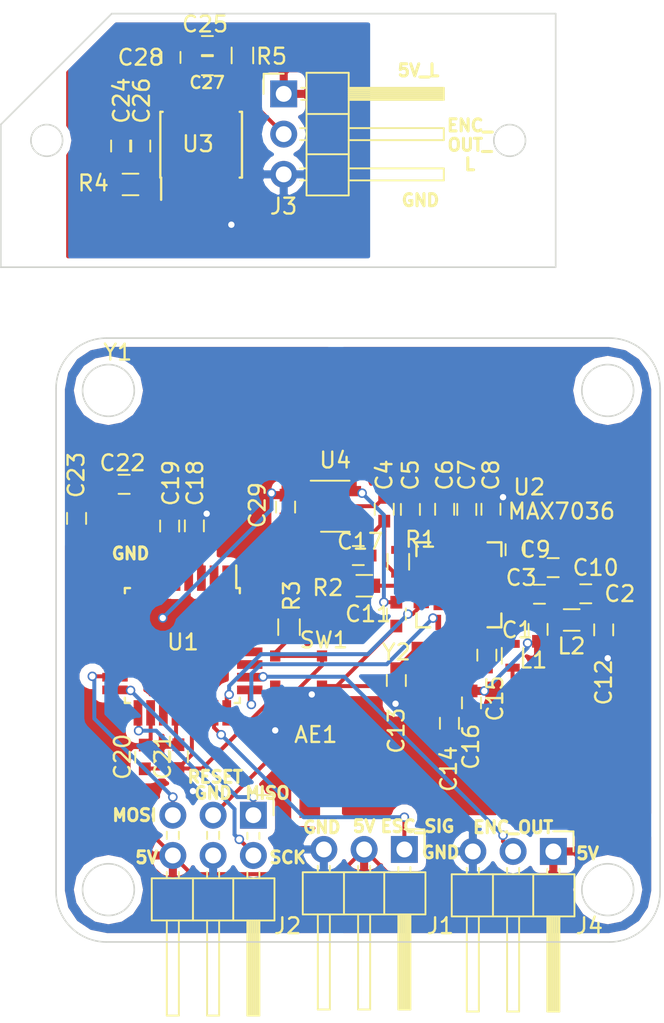
<source format=kicad_pcb>
(kicad_pcb (version 4) (host pcbnew 4.0.7)

  (general
    (links 113)
    (no_connects 0)
    (area 90.188999 86.995 132.080001 156.118335)
    (thickness 1.6)
    (drawings 35)
    (tracks 381)
    (zones 0)
    (modules 48)
    (nets 37)
  )

  (page A4)
  (layers
    (0 F.Cu signal)
    (31 B.Cu signal)
    (32 B.Adhes user)
    (33 F.Adhes user)
    (34 B.Paste user)
    (35 F.Paste user)
    (36 B.SilkS user)
    (37 F.SilkS user)
    (38 B.Mask user hide)
    (39 F.Mask user hide)
    (40 Dwgs.User user hide)
    (41 Cmts.User user hide)
    (42 Eco1.User user hide)
    (43 Eco2.User user hide)
    (44 Edge.Cuts user)
    (45 Margin user hide)
    (46 B.CrtYd user hide)
    (47 F.CrtYd user hide)
    (48 B.Fab user hide)
    (49 F.Fab user hide)
  )

  (setup
    (last_trace_width 0.25)
    (trace_clearance 0.2)
    (zone_clearance 0.508)
    (zone_45_only no)
    (trace_min 0.2)
    (segment_width 0.2)
    (edge_width 0.1)
    (via_size 0.6)
    (via_drill 0.4)
    (via_min_size 0.4)
    (via_min_drill 0.3)
    (uvia_size 0.3)
    (uvia_drill 0.1)
    (uvias_allowed no)
    (uvia_min_size 0.2)
    (uvia_min_drill 0.1)
    (pcb_text_width 0.3)
    (pcb_text_size 1.5 1.5)
    (mod_edge_width 0.15)
    (mod_text_size 1 1)
    (mod_text_width 0.15)
    (pad_size 1.5 1.5)
    (pad_drill 0.6)
    (pad_to_mask_clearance 0)
    (aux_axis_origin 0 0)
    (visible_elements 7FFFEFFF)
    (pcbplotparams
      (layerselection 0x010fc_80000001)
      (usegerberextensions false)
      (excludeedgelayer true)
      (linewidth 0.100000)
      (plotframeref false)
      (viasonmask false)
      (mode 1)
      (useauxorigin false)
      (hpglpennumber 1)
      (hpglpenspeed 20)
      (hpglpendiameter 15)
      (hpglpenoverlay 2)
      (psnegative false)
      (psa4output false)
      (plotreference true)
      (plotvalue true)
      (plotinvisibletext false)
      (padsonsilk false)
      (subtractmaskfromsilk false)
      (outputformat 1)
      (mirror false)
      (drillshape 0)
      (scaleselection 1)
      (outputdirectory RECIEVER_PCB/))
  )

  (net 0 "")
  (net 1 "Net-(AE1-Pad1)")
  (net 2 +3V3)
  (net 3 "Net-(C1-Pad1)")
  (net 4 "Net-(C2-Pad1)")
  (net 5 "Net-(C3-Pad1)")
  (net 6 GND)
  (net 7 "Net-(C17-Pad1)")
  (net 8 "Net-(C5-Pad2)")
  (net 9 "Net-(C5-Pad1)")
  (net 10 "Net-(C6-Pad1)")
  (net 11 "Net-(C7-Pad1)")
  (net 12 "Net-(C9-Pad2)")
  (net 13 "Net-(C9-Pad1)")
  (net 14 "Net-(C10-Pad1)")
  (net 15 "Net-(C13-Pad1)")
  (net 16 "Net-(C14-Pad1)")
  (net 17 "Net-(C15-Pad2)")
  (net 18 "Net-(C15-Pad1)")
  (net 19 "Net-(C17-Pad2)")
  (net 20 +5V)
  (net 21 "Net-(C22-Pad2)")
  (net 22 "Net-(C23-Pad2)")
  (net 23 /ENC_OUT)
  (net 24 "Net-(C26-Pad1)")
  (net 25 "Net-(C27-Pad2)")
  (net 26 "Net-(C28-Pad1)")
  (net 27 /ESC_SIG)
  (net 28 /MCU/MISO)
  (net 29 /MCU/SCK)
  (net 30 /MCU/RESET)
  (net 31 /MCU/MOSI)
  (net 32 /REC_OUT)
  (net 33 /REC_EN)
  (net 34 /encoder/GND_L)
  (net 35 /encoder/5V_L)
  (net 36 /encoder/ENC_OUT_L)

  (net_class Default "This is the default net class."
    (clearance 0.2)
    (trace_width 0.25)
    (via_dia 0.6)
    (via_drill 0.4)
    (uvia_dia 0.3)
    (uvia_drill 0.1)
    (add_net +3V3)
    (add_net +5V)
    (add_net /ENC_OUT)
    (add_net /ESC_SIG)
    (add_net /MCU/MISO)
    (add_net /MCU/MOSI)
    (add_net /MCU/RESET)
    (add_net /MCU/SCK)
    (add_net /REC_EN)
    (add_net /REC_OUT)
    (add_net /encoder/5V_L)
    (add_net /encoder/ENC_OUT_L)
    (add_net /encoder/GND_L)
    (add_net GND)
    (add_net "Net-(AE1-Pad1)")
    (add_net "Net-(C1-Pad1)")
    (add_net "Net-(C10-Pad1)")
    (add_net "Net-(C13-Pad1)")
    (add_net "Net-(C14-Pad1)")
    (add_net "Net-(C15-Pad1)")
    (add_net "Net-(C15-Pad2)")
    (add_net "Net-(C17-Pad1)")
    (add_net "Net-(C17-Pad2)")
    (add_net "Net-(C2-Pad1)")
    (add_net "Net-(C22-Pad2)")
    (add_net "Net-(C23-Pad2)")
    (add_net "Net-(C26-Pad1)")
    (add_net "Net-(C27-Pad2)")
    (add_net "Net-(C28-Pad1)")
    (add_net "Net-(C3-Pad1)")
    (add_net "Net-(C5-Pad1)")
    (add_net "Net-(C5-Pad2)")
    (add_net "Net-(C6-Pad1)")
    (add_net "Net-(C7-Pad1)")
    (add_net "Net-(C9-Pad1)")
    (add_net "Net-(C9-Pad2)")
  )

  (module Housings_QFP:TQFP-32_7x7mm_Pitch0.8mm (layer F.Cu) (tedit 58CC9A48) (tstamp 5AC98FE4)
    (at 101.692 127.723 270)
    (descr "32-Lead Plastic Thin Quad Flatpack (PT) - 7x7x1.0 mm Body, 2.00 mm [TQFP] (see Microchip Packaging Specification 00000049BS.pdf)")
    (tags "QFP 0.8")
    (path /5A997994/5A997AB6)
    (attr smd)
    (fp_text reference U1 (at -0.215 -0.035 360) (layer F.SilkS)
      (effects (font (size 1 1) (thickness 0.15)))
    )
    (fp_text value ATMEGA328-AU (at 0 6.05 270) (layer F.Fab)
      (effects (font (size 1 1) (thickness 0.15)))
    )
    (fp_text user %R (at 0 0 270) (layer F.Fab)
      (effects (font (size 1 1) (thickness 0.15)))
    )
    (fp_line (start -2.5 -3.5) (end 3.5 -3.5) (layer F.Fab) (width 0.15))
    (fp_line (start 3.5 -3.5) (end 3.5 3.5) (layer F.Fab) (width 0.15))
    (fp_line (start 3.5 3.5) (end -3.5 3.5) (layer F.Fab) (width 0.15))
    (fp_line (start -3.5 3.5) (end -3.5 -2.5) (layer F.Fab) (width 0.15))
    (fp_line (start -3.5 -2.5) (end -2.5 -3.5) (layer F.Fab) (width 0.15))
    (fp_line (start -5.3 -5.3) (end -5.3 5.3) (layer F.CrtYd) (width 0.05))
    (fp_line (start 5.3 -5.3) (end 5.3 5.3) (layer F.CrtYd) (width 0.05))
    (fp_line (start -5.3 -5.3) (end 5.3 -5.3) (layer F.CrtYd) (width 0.05))
    (fp_line (start -5.3 5.3) (end 5.3 5.3) (layer F.CrtYd) (width 0.05))
    (fp_line (start -3.625 -3.625) (end -3.625 -3.4) (layer F.SilkS) (width 0.15))
    (fp_line (start 3.625 -3.625) (end 3.625 -3.3) (layer F.SilkS) (width 0.15))
    (fp_line (start 3.625 3.625) (end 3.625 3.3) (layer F.SilkS) (width 0.15))
    (fp_line (start -3.625 3.625) (end -3.625 3.3) (layer F.SilkS) (width 0.15))
    (fp_line (start -3.625 -3.625) (end -3.3 -3.625) (layer F.SilkS) (width 0.15))
    (fp_line (start -3.625 3.625) (end -3.3 3.625) (layer F.SilkS) (width 0.15))
    (fp_line (start 3.625 3.625) (end 3.3 3.625) (layer F.SilkS) (width 0.15))
    (fp_line (start 3.625 -3.625) (end 3.3 -3.625) (layer F.SilkS) (width 0.15))
    (fp_line (start -3.625 -3.4) (end -5.05 -3.4) (layer F.SilkS) (width 0.15))
    (pad 1 smd rect (at -4.25 -2.8 270) (size 1.6 0.55) (layers F.Cu F.Paste F.Mask))
    (pad 2 smd rect (at -4.25 -2 270) (size 1.6 0.55) (layers F.Cu F.Paste F.Mask))
    (pad 3 smd rect (at -4.25 -1.2 270) (size 1.6 0.55) (layers F.Cu F.Paste F.Mask)
      (net 6 GND))
    (pad 4 smd rect (at -4.25 -0.4 270) (size 1.6 0.55) (layers F.Cu F.Paste F.Mask)
      (net 20 +5V))
    (pad 5 smd rect (at -4.25 0.4 270) (size 1.6 0.55) (layers F.Cu F.Paste F.Mask)
      (net 6 GND))
    (pad 6 smd rect (at -4.25 1.2 270) (size 1.6 0.55) (layers F.Cu F.Paste F.Mask)
      (net 20 +5V))
    (pad 7 smd rect (at -4.25 2 270) (size 1.6 0.55) (layers F.Cu F.Paste F.Mask)
      (net 21 "Net-(C22-Pad2)"))
    (pad 8 smd rect (at -4.25 2.8 270) (size 1.6 0.55) (layers F.Cu F.Paste F.Mask)
      (net 22 "Net-(C23-Pad2)"))
    (pad 9 smd rect (at -2.8 4.25) (size 1.6 0.55) (layers F.Cu F.Paste F.Mask))
    (pad 10 smd rect (at -2 4.25) (size 1.6 0.55) (layers F.Cu F.Paste F.Mask))
    (pad 11 smd rect (at -1.2 4.25) (size 1.6 0.55) (layers F.Cu F.Paste F.Mask))
    (pad 12 smd rect (at -0.4 4.25) (size 1.6 0.55) (layers F.Cu F.Paste F.Mask))
    (pad 13 smd rect (at 0.4 4.25) (size 1.6 0.55) (layers F.Cu F.Paste F.Mask))
    (pad 14 smd rect (at 1.2 4.25) (size 1.6 0.55) (layers F.Cu F.Paste F.Mask))
    (pad 15 smd rect (at 2 4.25) (size 1.6 0.55) (layers F.Cu F.Paste F.Mask)
      (net 31 /MCU/MOSI))
    (pad 16 smd rect (at 2.8 4.25) (size 1.6 0.55) (layers F.Cu F.Paste F.Mask)
      (net 28 /MCU/MISO))
    (pad 17 smd rect (at 4.25 2.8 270) (size 1.6 0.55) (layers F.Cu F.Paste F.Mask)
      (net 29 /MCU/SCK))
    (pad 18 smd rect (at 4.25 2 270) (size 1.6 0.55) (layers F.Cu F.Paste F.Mask)
      (net 20 +5V))
    (pad 19 smd rect (at 4.25 1.2 270) (size 1.6 0.55) (layers F.Cu F.Paste F.Mask))
    (pad 20 smd rect (at 4.25 0.4 270) (size 1.6 0.55) (layers F.Cu F.Paste F.Mask)
      (net 20 +5V))
    (pad 21 smd rect (at 4.25 -0.4 270) (size 1.6 0.55) (layers F.Cu F.Paste F.Mask)
      (net 6 GND))
    (pad 22 smd rect (at 4.25 -1.2 270) (size 1.6 0.55) (layers F.Cu F.Paste F.Mask))
    (pad 23 smd rect (at 4.25 -2 270) (size 1.6 0.55) (layers F.Cu F.Paste F.Mask)
      (net 27 /ESC_SIG))
    (pad 24 smd rect (at 4.25 -2.8 270) (size 1.6 0.55) (layers F.Cu F.Paste F.Mask)
      (net 32 /REC_OUT))
    (pad 25 smd rect (at 2.8 -4.25) (size 1.6 0.55) (layers F.Cu F.Paste F.Mask)
      (net 33 /REC_EN))
    (pad 26 smd rect (at 2 -4.25) (size 1.6 0.55) (layers F.Cu F.Paste F.Mask)
      (net 23 /ENC_OUT))
    (pad 27 smd rect (at 1.2 -4.25) (size 1.6 0.55) (layers F.Cu F.Paste F.Mask))
    (pad 28 smd rect (at 0.4 -4.25) (size 1.6 0.55) (layers F.Cu F.Paste F.Mask))
    (pad 29 smd rect (at -0.4 -4.25) (size 1.6 0.55) (layers F.Cu F.Paste F.Mask)
      (net 30 /MCU/RESET))
    (pad 30 smd rect (at -1.2 -4.25) (size 1.6 0.55) (layers F.Cu F.Paste F.Mask))
    (pad 31 smd rect (at -2 -4.25) (size 1.6 0.55) (layers F.Cu F.Paste F.Mask))
    (pad 32 smd rect (at -2.8 -4.25) (size 1.6 0.55) (layers F.Cu F.Paste F.Mask))
    (model ${KISYS3DMOD}/Housings_QFP.3dshapes/TQFP-32_7x7mm_Pitch0.8mm.wrl
      (at (xyz 0 0 0))
      (scale (xyz 1 1 1))
      (rotate (xyz 0 0 0))
    )
  )

  (module Capacitors_SMD:C_0603 (layer F.Cu) (tedit 59958EE7) (tstamp 5AC98F65)
    (at 103.270932 89.869346)
    (descr "Capacitor SMD 0603, reflow soldering, AVX (see smccp.pdf)")
    (tags "capacitor 0603")
    (path /5A997A12/5A9ADD4B)
    (attr smd)
    (fp_text reference C25 (at -0.146932 -1.350346) (layer F.SilkS)
      (effects (font (size 1 1) (thickness 0.15)))
    )
    (fp_text value 1nF (at 0 1.5) (layer F.Fab)
      (effects (font (size 1 1) (thickness 0.15)))
    )
    (fp_line (start 1.4 0.65) (end -1.4 0.65) (layer F.CrtYd) (width 0.05))
    (fp_line (start 1.4 0.65) (end 1.4 -0.65) (layer F.CrtYd) (width 0.05))
    (fp_line (start -1.4 -0.65) (end -1.4 0.65) (layer F.CrtYd) (width 0.05))
    (fp_line (start -1.4 -0.65) (end 1.4 -0.65) (layer F.CrtYd) (width 0.05))
    (fp_line (start 0.35 0.6) (end -0.35 0.6) (layer F.SilkS) (width 0.12))
    (fp_line (start -0.35 -0.6) (end 0.35 -0.6) (layer F.SilkS) (width 0.12))
    (fp_line (start -0.8 -0.4) (end 0.8 -0.4) (layer F.Fab) (width 0.1))
    (fp_line (start 0.8 -0.4) (end 0.8 0.4) (layer F.Fab) (width 0.1))
    (fp_line (start 0.8 0.4) (end -0.8 0.4) (layer F.Fab) (width 0.1))
    (fp_line (start -0.8 0.4) (end -0.8 -0.4) (layer F.Fab) (width 0.1))
    (fp_text user %R (at 0 0) (layer F.Fab)
      (effects (font (size 0.3 0.3) (thickness 0.075)))
    )
    (pad 2 smd rect (at 0.75 0) (size 0.8 0.75) (layers F.Cu F.Paste F.Mask)
      (net 36 /encoder/ENC_OUT_L))
    (pad 1 smd rect (at -0.75 0) (size 0.8 0.75) (layers F.Cu F.Paste F.Mask)
      (net 34 /encoder/GND_L))
    (model Capacitors_SMD.3dshapes/C_0603.wrl
      (at (xyz 0 0 0))
      (scale (xyz 1 1 1))
      (rotate (xyz 0 0 0))
    )
  )

  (module Resistors_SMD:R_0603 (layer F.Cu) (tedit 58E0A804) (tstamp 5AC98FB2)
    (at 98.420932 98.632346 180)
    (descr "Resistor SMD 0603, reflow soldering, Vishay (see dcrcw.pdf)")
    (tags "resistor 0603")
    (path /5A997A12/5A9ADC47)
    (attr smd)
    (fp_text reference R4 (at 2.345432 0.080346 180) (layer F.SilkS)
      (effects (font (size 1 1) (thickness 0.15)))
    )
    (fp_text value 10 (at 0 1.5 180) (layer F.Fab)
      (effects (font (size 1 1) (thickness 0.15)))
    )
    (fp_text user %R (at 0 0 180) (layer F.Fab)
      (effects (font (size 0.4 0.4) (thickness 0.075)))
    )
    (fp_line (start -0.8 0.4) (end -0.8 -0.4) (layer F.Fab) (width 0.1))
    (fp_line (start 0.8 0.4) (end -0.8 0.4) (layer F.Fab) (width 0.1))
    (fp_line (start 0.8 -0.4) (end 0.8 0.4) (layer F.Fab) (width 0.1))
    (fp_line (start -0.8 -0.4) (end 0.8 -0.4) (layer F.Fab) (width 0.1))
    (fp_line (start 0.5 0.68) (end -0.5 0.68) (layer F.SilkS) (width 0.12))
    (fp_line (start -0.5 -0.68) (end 0.5 -0.68) (layer F.SilkS) (width 0.12))
    (fp_line (start -1.25 -0.7) (end 1.25 -0.7) (layer F.CrtYd) (width 0.05))
    (fp_line (start -1.25 -0.7) (end -1.25 0.7) (layer F.CrtYd) (width 0.05))
    (fp_line (start 1.25 0.7) (end 1.25 -0.7) (layer F.CrtYd) (width 0.05))
    (fp_line (start 1.25 0.7) (end -1.25 0.7) (layer F.CrtYd) (width 0.05))
    (pad 1 smd rect (at -0.75 0 180) (size 0.5 0.9) (layers F.Cu F.Paste F.Mask)
      (net 24 "Net-(C26-Pad1)"))
    (pad 2 smd rect (at 0.75 0 180) (size 0.5 0.9) (layers F.Cu F.Paste F.Mask)
      (net 35 /encoder/5V_L))
    (model ${KISYS3DMOD}/Resistors_SMD.3dshapes/R_0603.wrl
      (at (xyz 0 0 0))
      (scale (xyz 1 1 1))
      (rotate (xyz 0 0 0))
    )
  )

  (module Capacitors_SMD:C_0603 (layer F.Cu) (tedit 59958EE7) (tstamp 5AC98F6B)
    (at 99.067932 96.207346 90)
    (descr "Capacitor SMD 0603, reflow soldering, AVX (see smccp.pdf)")
    (tags "capacitor 0603")
    (path /5A997A12/5A9ADC70)
    (attr smd)
    (fp_text reference C26 (at 2.862346 0.055568 270) (layer F.SilkS)
      (effects (font (size 1 1) (thickness 0.15)))
    )
    (fp_text value 100nF (at 0.115 1.905 90) (layer F.Fab)
      (effects (font (size 1 1) (thickness 0.15)))
    )
    (fp_line (start 1.4 0.65) (end -1.4 0.65) (layer F.CrtYd) (width 0.05))
    (fp_line (start 1.4 0.65) (end 1.4 -0.65) (layer F.CrtYd) (width 0.05))
    (fp_line (start -1.4 -0.65) (end -1.4 0.65) (layer F.CrtYd) (width 0.05))
    (fp_line (start -1.4 -0.65) (end 1.4 -0.65) (layer F.CrtYd) (width 0.05))
    (fp_line (start 0.35 0.6) (end -0.35 0.6) (layer F.SilkS) (width 0.12))
    (fp_line (start -0.35 -0.6) (end 0.35 -0.6) (layer F.SilkS) (width 0.12))
    (fp_line (start -0.8 -0.4) (end 0.8 -0.4) (layer F.Fab) (width 0.1))
    (fp_line (start 0.8 -0.4) (end 0.8 0.4) (layer F.Fab) (width 0.1))
    (fp_line (start 0.8 0.4) (end -0.8 0.4) (layer F.Fab) (width 0.1))
    (fp_line (start -0.8 0.4) (end -0.8 -0.4) (layer F.Fab) (width 0.1))
    (fp_text user %R (at 0 0 90) (layer F.Fab)
      (effects (font (size 0.3 0.3) (thickness 0.075)))
    )
    (pad 2 smd rect (at 0.75 0 90) (size 0.8 0.75) (layers F.Cu F.Paste F.Mask)
      (net 34 /encoder/GND_L))
    (pad 1 smd rect (at -0.75 0 90) (size 0.8 0.75) (layers F.Cu F.Paste F.Mask)
      (net 24 "Net-(C26-Pad1)"))
    (model Capacitors_SMD.3dshapes/C_0603.wrl
      (at (xyz 0 0 0))
      (scale (xyz 1 1 1))
      (rotate (xyz 0 0 0))
    )
  )

  (module Capacitors_SMD:C_0603 (layer F.Cu) (tedit 59958EE7) (tstamp 5AC98F77)
    (at 100.972932 90.619346 90)
    (descr "Capacitor SMD 0603, reflow soldering, AVX (see smccp.pdf)")
    (tags "capacitor 0603")
    (path /5A997A12/5A9AEC0C)
    (attr smd)
    (fp_text reference C28 (at 0 -1.912932 180) (layer F.SilkS)
      (effects (font (size 1 1) (thickness 0.15)))
    )
    (fp_text value 100nF (at 0 1.5 90) (layer F.Fab)
      (effects (font (size 1 1) (thickness 0.15)))
    )
    (fp_line (start 1.4 0.65) (end -1.4 0.65) (layer F.CrtYd) (width 0.05))
    (fp_line (start 1.4 0.65) (end 1.4 -0.65) (layer F.CrtYd) (width 0.05))
    (fp_line (start -1.4 -0.65) (end -1.4 0.65) (layer F.CrtYd) (width 0.05))
    (fp_line (start -1.4 -0.65) (end 1.4 -0.65) (layer F.CrtYd) (width 0.05))
    (fp_line (start 0.35 0.6) (end -0.35 0.6) (layer F.SilkS) (width 0.12))
    (fp_line (start -0.35 -0.6) (end 0.35 -0.6) (layer F.SilkS) (width 0.12))
    (fp_line (start -0.8 -0.4) (end 0.8 -0.4) (layer F.Fab) (width 0.1))
    (fp_line (start 0.8 -0.4) (end 0.8 0.4) (layer F.Fab) (width 0.1))
    (fp_line (start 0.8 0.4) (end -0.8 0.4) (layer F.Fab) (width 0.1))
    (fp_line (start -0.8 0.4) (end -0.8 -0.4) (layer F.Fab) (width 0.1))
    (fp_text user %R (at 0 0 90) (layer F.Fab)
      (effects (font (size 0.3 0.3) (thickness 0.075)))
    )
    (pad 2 smd rect (at 0.75 0 90) (size 0.8 0.75) (layers F.Cu F.Paste F.Mask)
      (net 34 /encoder/GND_L))
    (pad 1 smd rect (at -0.75 0 90) (size 0.8 0.75) (layers F.Cu F.Paste F.Mask)
      (net 26 "Net-(C28-Pad1)"))
    (model Capacitors_SMD.3dshapes/C_0603.wrl
      (at (xyz 0 0 0))
      (scale (xyz 1 1 1))
      (rotate (xyz 0 0 0))
    )
  )

  (module Capacitors_SMD:C_0603 (layer F.Cu) (tedit 59958EE7) (tstamp 5AC98F5F)
    (at 97.797932 96.207346 90)
    (descr "Capacitor SMD 0603, reflow soldering, AVX (see smccp.pdf)")
    (tags "capacitor 0603")
    (path /5A997A12/5A9ADD85)
    (attr smd)
    (fp_text reference C24 (at 2.862346 0.055568 90) (layer F.SilkS)
      (effects (font (size 1 1) (thickness 0.15)))
    )
    (fp_text value 1nF (at 0 1.5 90) (layer F.Fab)
      (effects (font (size 1 1) (thickness 0.15)))
    )
    (fp_line (start 1.4 0.65) (end -1.4 0.65) (layer F.CrtYd) (width 0.05))
    (fp_line (start 1.4 0.65) (end 1.4 -0.65) (layer F.CrtYd) (width 0.05))
    (fp_line (start -1.4 -0.65) (end -1.4 0.65) (layer F.CrtYd) (width 0.05))
    (fp_line (start -1.4 -0.65) (end 1.4 -0.65) (layer F.CrtYd) (width 0.05))
    (fp_line (start 0.35 0.6) (end -0.35 0.6) (layer F.SilkS) (width 0.12))
    (fp_line (start -0.35 -0.6) (end 0.35 -0.6) (layer F.SilkS) (width 0.12))
    (fp_line (start -0.8 -0.4) (end 0.8 -0.4) (layer F.Fab) (width 0.1))
    (fp_line (start 0.8 -0.4) (end 0.8 0.4) (layer F.Fab) (width 0.1))
    (fp_line (start 0.8 0.4) (end -0.8 0.4) (layer F.Fab) (width 0.1))
    (fp_line (start -0.8 0.4) (end -0.8 -0.4) (layer F.Fab) (width 0.1))
    (fp_text user %R (at 0 0 90) (layer F.Fab)
      (effects (font (size 0.3 0.3) (thickness 0.075)))
    )
    (pad 2 smd rect (at 0.75 0 90) (size 0.8 0.75) (layers F.Cu F.Paste F.Mask)
      (net 34 /encoder/GND_L))
    (pad 1 smd rect (at -0.75 0 90) (size 0.8 0.75) (layers F.Cu F.Paste F.Mask)
      (net 35 /encoder/5V_L))
    (model Capacitors_SMD.3dshapes/C_0603.wrl
      (at (xyz 0 0 0))
      (scale (xyz 1 1 1))
      (rotate (xyz 0 0 0))
    )
  )

  (module Housings_SOIC:SOIC-8_3.9x4.9mm_Pitch1.27mm (layer F.Cu) (tedit 58CD0CDA) (tstamp 5AC99009)
    (at 102.877932 96.125346 90)
    (descr "8-Lead Plastic Small Outline (SN) - Narrow, 3.90 mm Body [SOIC] (see Microchip Packaging Specification 00000049BS.pdf)")
    (tags "SOIC 1.27")
    (path /5A997A12/5A9ADA9B)
    (attr smd)
    (fp_text reference U3 (at 0.049846 -0.198432 180) (layer F.SilkS)
      (effects (font (size 1 1) (thickness 0.15)))
    )
    (fp_text value MLX90365 (at 0 3.5 90) (layer F.Fab)
      (effects (font (size 1 1) (thickness 0.15)))
    )
    (fp_text user %R (at 0 0 90) (layer F.Fab)
      (effects (font (size 1 1) (thickness 0.15)))
    )
    (fp_line (start -0.95 -2.45) (end 1.95 -2.45) (layer F.Fab) (width 0.1))
    (fp_line (start 1.95 -2.45) (end 1.95 2.45) (layer F.Fab) (width 0.1))
    (fp_line (start 1.95 2.45) (end -1.95 2.45) (layer F.Fab) (width 0.1))
    (fp_line (start -1.95 2.45) (end -1.95 -1.45) (layer F.Fab) (width 0.1))
    (fp_line (start -1.95 -1.45) (end -0.95 -2.45) (layer F.Fab) (width 0.1))
    (fp_line (start -3.73 -2.7) (end -3.73 2.7) (layer F.CrtYd) (width 0.05))
    (fp_line (start 3.73 -2.7) (end 3.73 2.7) (layer F.CrtYd) (width 0.05))
    (fp_line (start -3.73 -2.7) (end 3.73 -2.7) (layer F.CrtYd) (width 0.05))
    (fp_line (start -3.73 2.7) (end 3.73 2.7) (layer F.CrtYd) (width 0.05))
    (fp_line (start -2.075 -2.575) (end -2.075 -2.525) (layer F.SilkS) (width 0.15))
    (fp_line (start 2.075 -2.575) (end 2.075 -2.43) (layer F.SilkS) (width 0.15))
    (fp_line (start 2.075 2.575) (end 2.075 2.43) (layer F.SilkS) (width 0.15))
    (fp_line (start -2.075 2.575) (end -2.075 2.43) (layer F.SilkS) (width 0.15))
    (fp_line (start -2.075 -2.575) (end 2.075 -2.575) (layer F.SilkS) (width 0.15))
    (fp_line (start -2.075 2.575) (end 2.075 2.575) (layer F.SilkS) (width 0.15))
    (fp_line (start -2.075 -2.525) (end -3.475 -2.525) (layer F.SilkS) (width 0.15))
    (pad 1 smd rect (at -2.7 -1.905 90) (size 1.55 0.6) (layers F.Cu F.Paste F.Mask)
      (net 24 "Net-(C26-Pad1)"))
    (pad 2 smd rect (at -2.7 -0.635 90) (size 1.55 0.6) (layers F.Cu F.Paste F.Mask)
      (net 34 /encoder/GND_L))
    (pad 3 smd rect (at -2.7 0.635 90) (size 1.55 0.6) (layers F.Cu F.Paste F.Mask)
      (net 34 /encoder/GND_L))
    (pad 4 smd rect (at -2.7 1.905 90) (size 1.55 0.6) (layers F.Cu F.Paste F.Mask)
      (net 34 /encoder/GND_L))
    (pad 5 smd rect (at 2.7 1.905 90) (size 1.55 0.6) (layers F.Cu F.Paste F.Mask)
      (net 25 "Net-(C27-Pad2)"))
    (pad 6 smd rect (at 2.7 0.635 90) (size 1.55 0.6) (layers F.Cu F.Paste F.Mask)
      (net 34 /encoder/GND_L))
    (pad 7 smd rect (at 2.7 -0.635 90) (size 1.55 0.6) (layers F.Cu F.Paste F.Mask)
      (net 26 "Net-(C28-Pad1)"))
    (pad 8 smd rect (at 2.7 -1.905 90) (size 1.55 0.6) (layers F.Cu F.Paste F.Mask)
      (net 34 /encoder/GND_L))
    (model ${KISYS3DMOD}/Housings_SOIC.3dshapes/SOIC-8_3.9x4.9mm_Pitch1.27mm.wrl
      (at (xyz 0 0 0))
      (scale (xyz 1 1 1))
      (rotate (xyz 0 0 0))
    )
  )

  (module Resistors_SMD:R_0603 (layer F.Cu) (tedit 58E0A804) (tstamp 5AC98FB8)
    (at 105.481432 90.492346 90)
    (descr "Resistor SMD 0603, reflow soldering, Vishay (see dcrcw.pdf)")
    (tags "resistor 0603")
    (path /5A997A12/5A9ADD10)
    (attr smd)
    (fp_text reference R5 (at -0.058654 1.833568 180) (layer F.SilkS)
      (effects (font (size 1 1) (thickness 0.15)))
    )
    (fp_text value 50 (at 0 1.5 90) (layer F.Fab)
      (effects (font (size 1 1) (thickness 0.15)))
    )
    (fp_text user %R (at 0 0 90) (layer F.Fab)
      (effects (font (size 0.4 0.4) (thickness 0.075)))
    )
    (fp_line (start -0.8 0.4) (end -0.8 -0.4) (layer F.Fab) (width 0.1))
    (fp_line (start 0.8 0.4) (end -0.8 0.4) (layer F.Fab) (width 0.1))
    (fp_line (start 0.8 -0.4) (end 0.8 0.4) (layer F.Fab) (width 0.1))
    (fp_line (start -0.8 -0.4) (end 0.8 -0.4) (layer F.Fab) (width 0.1))
    (fp_line (start 0.5 0.68) (end -0.5 0.68) (layer F.SilkS) (width 0.12))
    (fp_line (start -0.5 -0.68) (end 0.5 -0.68) (layer F.SilkS) (width 0.12))
    (fp_line (start -1.25 -0.7) (end 1.25 -0.7) (layer F.CrtYd) (width 0.05))
    (fp_line (start -1.25 -0.7) (end -1.25 0.7) (layer F.CrtYd) (width 0.05))
    (fp_line (start 1.25 0.7) (end 1.25 -0.7) (layer F.CrtYd) (width 0.05))
    (fp_line (start 1.25 0.7) (end -1.25 0.7) (layer F.CrtYd) (width 0.05))
    (pad 1 smd rect (at -0.75 0 90) (size 0.5 0.9) (layers F.Cu F.Paste F.Mask)
      (net 25 "Net-(C27-Pad2)"))
    (pad 2 smd rect (at 0.75 0 90) (size 0.5 0.9) (layers F.Cu F.Paste F.Mask)
      (net 36 /encoder/ENC_OUT_L))
    (model ${KISYS3DMOD}/Resistors_SMD.3dshapes/R_0603.wrl
      (at (xyz 0 0 0))
      (scale (xyz 1 1 1))
      (rotate (xyz 0 0 0))
    )
  )

  (module Pin_Headers:Pin_Header_Angled_1x03_Pitch2.54mm (layer F.Cu) (tedit 59650532) (tstamp 5ACAAFF2)
    (at 108.084932 92.917346)
    (descr "Through hole angled pin header, 1x03, 2.54mm pitch, 6mm pin length, single row")
    (tags "Through hole angled pin header THT 1x03 2.54mm single row")
    (path /5A997A12/5ACAF373)
    (fp_text reference J3 (at -0.007932 7.095154) (layer F.SilkS)
      (effects (font (size 1 1) (thickness 0.15)))
    )
    (fp_text value Conn_01x03 (at 4.385 7.35) (layer F.Fab)
      (effects (font (size 1 1) (thickness 0.15)))
    )
    (fp_line (start 2.135 -1.27) (end 4.04 -1.27) (layer F.Fab) (width 0.1))
    (fp_line (start 4.04 -1.27) (end 4.04 6.35) (layer F.Fab) (width 0.1))
    (fp_line (start 4.04 6.35) (end 1.5 6.35) (layer F.Fab) (width 0.1))
    (fp_line (start 1.5 6.35) (end 1.5 -0.635) (layer F.Fab) (width 0.1))
    (fp_line (start 1.5 -0.635) (end 2.135 -1.27) (layer F.Fab) (width 0.1))
    (fp_line (start -0.32 -0.32) (end 1.5 -0.32) (layer F.Fab) (width 0.1))
    (fp_line (start -0.32 -0.32) (end -0.32 0.32) (layer F.Fab) (width 0.1))
    (fp_line (start -0.32 0.32) (end 1.5 0.32) (layer F.Fab) (width 0.1))
    (fp_line (start 4.04 -0.32) (end 10.04 -0.32) (layer F.Fab) (width 0.1))
    (fp_line (start 10.04 -0.32) (end 10.04 0.32) (layer F.Fab) (width 0.1))
    (fp_line (start 4.04 0.32) (end 10.04 0.32) (layer F.Fab) (width 0.1))
    (fp_line (start -0.32 2.22) (end 1.5 2.22) (layer F.Fab) (width 0.1))
    (fp_line (start -0.32 2.22) (end -0.32 2.86) (layer F.Fab) (width 0.1))
    (fp_line (start -0.32 2.86) (end 1.5 2.86) (layer F.Fab) (width 0.1))
    (fp_line (start 4.04 2.22) (end 10.04 2.22) (layer F.Fab) (width 0.1))
    (fp_line (start 10.04 2.22) (end 10.04 2.86) (layer F.Fab) (width 0.1))
    (fp_line (start 4.04 2.86) (end 10.04 2.86) (layer F.Fab) (width 0.1))
    (fp_line (start -0.32 4.76) (end 1.5 4.76) (layer F.Fab) (width 0.1))
    (fp_line (start -0.32 4.76) (end -0.32 5.4) (layer F.Fab) (width 0.1))
    (fp_line (start -0.32 5.4) (end 1.5 5.4) (layer F.Fab) (width 0.1))
    (fp_line (start 4.04 4.76) (end 10.04 4.76) (layer F.Fab) (width 0.1))
    (fp_line (start 10.04 4.76) (end 10.04 5.4) (layer F.Fab) (width 0.1))
    (fp_line (start 4.04 5.4) (end 10.04 5.4) (layer F.Fab) (width 0.1))
    (fp_line (start 1.44 -1.33) (end 1.44 6.41) (layer F.SilkS) (width 0.12))
    (fp_line (start 1.44 6.41) (end 4.1 6.41) (layer F.SilkS) (width 0.12))
    (fp_line (start 4.1 6.41) (end 4.1 -1.33) (layer F.SilkS) (width 0.12))
    (fp_line (start 4.1 -1.33) (end 1.44 -1.33) (layer F.SilkS) (width 0.12))
    (fp_line (start 4.1 -0.38) (end 10.1 -0.38) (layer F.SilkS) (width 0.12))
    (fp_line (start 10.1 -0.38) (end 10.1 0.38) (layer F.SilkS) (width 0.12))
    (fp_line (start 10.1 0.38) (end 4.1 0.38) (layer F.SilkS) (width 0.12))
    (fp_line (start 4.1 -0.32) (end 10.1 -0.32) (layer F.SilkS) (width 0.12))
    (fp_line (start 4.1 -0.2) (end 10.1 -0.2) (layer F.SilkS) (width 0.12))
    (fp_line (start 4.1 -0.08) (end 10.1 -0.08) (layer F.SilkS) (width 0.12))
    (fp_line (start 4.1 0.04) (end 10.1 0.04) (layer F.SilkS) (width 0.12))
    (fp_line (start 4.1 0.16) (end 10.1 0.16) (layer F.SilkS) (width 0.12))
    (fp_line (start 4.1 0.28) (end 10.1 0.28) (layer F.SilkS) (width 0.12))
    (fp_line (start 1.11 -0.38) (end 1.44 -0.38) (layer F.SilkS) (width 0.12))
    (fp_line (start 1.11 0.38) (end 1.44 0.38) (layer F.SilkS) (width 0.12))
    (fp_line (start 1.44 1.27) (end 4.1 1.27) (layer F.SilkS) (width 0.12))
    (fp_line (start 4.1 2.16) (end 10.1 2.16) (layer F.SilkS) (width 0.12))
    (fp_line (start 10.1 2.16) (end 10.1 2.92) (layer F.SilkS) (width 0.12))
    (fp_line (start 10.1 2.92) (end 4.1 2.92) (layer F.SilkS) (width 0.12))
    (fp_line (start 1.042929 2.16) (end 1.44 2.16) (layer F.SilkS) (width 0.12))
    (fp_line (start 1.042929 2.92) (end 1.44 2.92) (layer F.SilkS) (width 0.12))
    (fp_line (start 1.44 3.81) (end 4.1 3.81) (layer F.SilkS) (width 0.12))
    (fp_line (start 4.1 4.7) (end 10.1 4.7) (layer F.SilkS) (width 0.12))
    (fp_line (start 10.1 4.7) (end 10.1 5.46) (layer F.SilkS) (width 0.12))
    (fp_line (start 10.1 5.46) (end 4.1 5.46) (layer F.SilkS) (width 0.12))
    (fp_line (start 1.042929 4.7) (end 1.44 4.7) (layer F.SilkS) (width 0.12))
    (fp_line (start 1.042929 5.46) (end 1.44 5.46) (layer F.SilkS) (width 0.12))
    (fp_line (start -1.27 0) (end -1.27 -1.27) (layer F.SilkS) (width 0.12))
    (fp_line (start -1.27 -1.27) (end 0 -1.27) (layer F.SilkS) (width 0.12))
    (fp_line (start -1.8 -1.8) (end -1.8 6.85) (layer F.CrtYd) (width 0.05))
    (fp_line (start -1.8 6.85) (end 10.55 6.85) (layer F.CrtYd) (width 0.05))
    (fp_line (start 10.55 6.85) (end 10.55 -1.8) (layer F.CrtYd) (width 0.05))
    (fp_line (start 10.55 -1.8) (end -1.8 -1.8) (layer F.CrtYd) (width 0.05))
    (fp_text user %R (at 2.77 2.54 90) (layer F.Fab)
      (effects (font (size 1 1) (thickness 0.15)))
    )
    (pad 1 thru_hole rect (at 0 0) (size 1.7 1.7) (drill 1) (layers *.Cu *.Mask)
      (net 35 /encoder/5V_L))
    (pad 2 thru_hole oval (at 0 2.54) (size 1.7 1.7) (drill 1) (layers *.Cu *.Mask)
      (net 36 /encoder/ENC_OUT_L))
    (pad 3 thru_hole oval (at 0 5.08) (size 1.7 1.7) (drill 1) (layers *.Cu *.Mask)
      (net 34 /encoder/GND_L))
    (model ${KISYS3DMOD}/Pin_Headers.3dshapes/Pin_Header_Angled_1x03_Pitch2.54mm.wrl
      (at (xyz 0 0 0))
      (scale (xyz 1 1 1))
      (rotate (xyz 0 0 0))
    )
  )

  (module Capacitors_SMD:C_0603 (layer F.Cu) (tedit 5ACC50A7) (tstamp 5AC98F71)
    (at 103.270932 91.139346)
    (descr "Capacitor SMD 0603, reflow soldering, AVX (see smccp.pdf)")
    (tags "capacitor 0603")
    (path /5A997A12/5A9ADC92)
    (attr smd)
    (fp_text reference C27 (at -0.019932 1.062654) (layer F.SilkS)
      (effects (font (size 0.762 0.762) (thickness 0.15)))
    )
    (fp_text value 100nF (at 0 1.5) (layer F.Fab)
      (effects (font (size 1 1) (thickness 0.15)))
    )
    (fp_line (start 1.4 0.65) (end -1.4 0.65) (layer F.CrtYd) (width 0.05))
    (fp_line (start 1.4 0.65) (end 1.4 -0.65) (layer F.CrtYd) (width 0.05))
    (fp_line (start -1.4 -0.65) (end -1.4 0.65) (layer F.CrtYd) (width 0.05))
    (fp_line (start -1.4 -0.65) (end 1.4 -0.65) (layer F.CrtYd) (width 0.05))
    (fp_line (start 0.35 0.6) (end -0.35 0.6) (layer F.SilkS) (width 0.12))
    (fp_line (start -0.35 -0.6) (end 0.35 -0.6) (layer F.SilkS) (width 0.12))
    (fp_line (start -0.8 -0.4) (end 0.8 -0.4) (layer F.Fab) (width 0.1))
    (fp_line (start 0.8 -0.4) (end 0.8 0.4) (layer F.Fab) (width 0.1))
    (fp_line (start 0.8 0.4) (end -0.8 0.4) (layer F.Fab) (width 0.1))
    (fp_line (start -0.8 0.4) (end -0.8 -0.4) (layer F.Fab) (width 0.1))
    (fp_text user %R (at 0 0) (layer F.Fab)
      (effects (font (size 0.3 0.3) (thickness 0.075)))
    )
    (pad 2 smd rect (at 0.75 0) (size 0.8 0.75) (layers F.Cu F.Paste F.Mask)
      (net 25 "Net-(C27-Pad2)"))
    (pad 1 smd rect (at -0.75 0) (size 0.8 0.75) (layers F.Cu F.Paste F.Mask)
      (net 34 /encoder/GND_L))
    (model Capacitors_SMD.3dshapes/C_0603.wrl
      (at (xyz 0 0 0))
      (scale (xyz 1 1 1))
      (rotate (xyz 0 0 0))
    )
  )

  (module Capacitors_SMD:C_0603 (layer F.Cu) (tedit 59958EE7) (tstamp 5AC98F59)
    (at 95.02 119.703 270)
    (descr "Capacitor SMD 0603, reflow soldering, AVX (see smccp.pdf)")
    (tags "capacitor 0603")
    (path /5A997994/5A999B39)
    (attr smd)
    (fp_text reference C23 (at -2.736 0.024 270) (layer F.SilkS)
      (effects (font (size 1 1) (thickness 0.15)))
    )
    (fp_text value 18pF (at 0 1.5 270) (layer F.Fab)
      (effects (font (size 1 1) (thickness 0.15)))
    )
    (fp_line (start 1.4 0.65) (end -1.4 0.65) (layer F.CrtYd) (width 0.05))
    (fp_line (start 1.4 0.65) (end 1.4 -0.65) (layer F.CrtYd) (width 0.05))
    (fp_line (start -1.4 -0.65) (end -1.4 0.65) (layer F.CrtYd) (width 0.05))
    (fp_line (start -1.4 -0.65) (end 1.4 -0.65) (layer F.CrtYd) (width 0.05))
    (fp_line (start 0.35 0.6) (end -0.35 0.6) (layer F.SilkS) (width 0.12))
    (fp_line (start -0.35 -0.6) (end 0.35 -0.6) (layer F.SilkS) (width 0.12))
    (fp_line (start -0.8 -0.4) (end 0.8 -0.4) (layer F.Fab) (width 0.1))
    (fp_line (start 0.8 -0.4) (end 0.8 0.4) (layer F.Fab) (width 0.1))
    (fp_line (start 0.8 0.4) (end -0.8 0.4) (layer F.Fab) (width 0.1))
    (fp_line (start -0.8 0.4) (end -0.8 -0.4) (layer F.Fab) (width 0.1))
    (fp_text user %R (at -0.58 -0.33 270) (layer F.Fab)
      (effects (font (size 0.3 0.3) (thickness 0.075)))
    )
    (pad 2 smd rect (at 0.75 0 270) (size 0.8 0.75) (layers F.Cu F.Paste F.Mask)
      (net 22 "Net-(C23-Pad2)"))
    (pad 1 smd rect (at -0.75 0 270) (size 0.8 0.75) (layers F.Cu F.Paste F.Mask)
      (net 6 GND))
    (model Capacitors_SMD.3dshapes/C_0603.wrl
      (at (xyz 0 0 0))
      (scale (xyz 1 1 1))
      (rotate (xyz 0 0 0))
    )
  )

  (module Custom:311-1570-1-ND (layer F.Cu) (tedit 5AC98DF4) (tstamp 5AC98ECF)
    (at 116.23 136.35 180)
    (path /5A9979B5/5A9B3DBC)
    (fp_text reference AE1 (at 6.121 3 180) (layer F.SilkS)
      (effects (font (size 1 1) (thickness 0.15)))
    )
    (fp_text value Antenna (at 0 4.5 180) (layer F.Fab)
      (effects (font (size 1 1) (thickness 0.15)))
    )
    (pad 2 smd rect (at 6.5 0 180) (size 1.3 4.5) (layers F.Cu F.Paste F.Mask))
    (pad 1 smd rect (at -6.5 0 180) (size 1.3 4.5) (layers F.Cu F.Paste F.Mask)
      (net 1 "Net-(AE1-Pad1)"))
  )

  (module Capacitors_SMD:C_0603 (layer F.Cu) (tedit 59958EE7) (tstamp 5AC98ED5)
    (at 124.1298 126.7072 270)
    (descr "Capacitor SMD 0603, reflow soldering, AVX (see smccp.pdf)")
    (tags "capacitor 0603")
    (path /5A9979B5/5A9B0507)
    (attr smd)
    (fp_text reference C1 (at 0.0388 1.3208 360) (layer F.SilkS)
      (effects (font (size 1 1) (thickness 0.15)))
    )
    (fp_text value 2.7pF (at 0 1.5 270) (layer F.Fab)
      (effects (font (size 1 1) (thickness 0.15)))
    )
    (fp_line (start 1.4 0.65) (end -1.4 0.65) (layer F.CrtYd) (width 0.05))
    (fp_line (start 1.4 0.65) (end 1.4 -0.65) (layer F.CrtYd) (width 0.05))
    (fp_line (start -1.4 -0.65) (end -1.4 0.65) (layer F.CrtYd) (width 0.05))
    (fp_line (start -1.4 -0.65) (end 1.4 -0.65) (layer F.CrtYd) (width 0.05))
    (fp_line (start 0.35 0.6) (end -0.35 0.6) (layer F.SilkS) (width 0.12))
    (fp_line (start -0.35 -0.6) (end 0.35 -0.6) (layer F.SilkS) (width 0.12))
    (fp_line (start -0.8 -0.4) (end 0.8 -0.4) (layer F.Fab) (width 0.1))
    (fp_line (start 0.8 -0.4) (end 0.8 0.4) (layer F.Fab) (width 0.1))
    (fp_line (start 0.8 0.4) (end -0.8 0.4) (layer F.Fab) (width 0.1))
    (fp_line (start -0.8 0.4) (end -0.8 -0.4) (layer F.Fab) (width 0.1))
    (fp_text user %R (at 0 0 270) (layer F.Fab)
      (effects (font (size 0.3 0.3) (thickness 0.075)))
    )
    (pad 2 smd rect (at 0.75 0 270) (size 0.8 0.75) (layers F.Cu F.Paste F.Mask)
      (net 2 +3V3))
    (pad 1 smd rect (at -0.75 0 270) (size 0.8 0.75) (layers F.Cu F.Paste F.Mask)
      (net 3 "Net-(C1-Pad1)"))
    (model Capacitors_SMD.3dshapes/C_0603.wrl
      (at (xyz 0 0 0))
      (scale (xyz 1 1 1))
      (rotate (xyz 0 0 0))
    )
  )

  (module Capacitors_SMD:C_0603 (layer F.Cu) (tedit 59958EE7) (tstamp 5AC98EDB)
    (at 127.139 124.46)
    (descr "Capacitor SMD 0603, reflow soldering, AVX (see smccp.pdf)")
    (tags "capacitor 0603")
    (path /5A9979B5/5A998834)
    (attr smd)
    (fp_text reference C2 (at 2.147 0) (layer F.SilkS)
      (effects (font (size 1 1) (thickness 0.15)))
    )
    (fp_text value 100pF (at 0 1.5) (layer F.Fab)
      (effects (font (size 1 1) (thickness 0.15)))
    )
    (fp_line (start 1.4 0.65) (end -1.4 0.65) (layer F.CrtYd) (width 0.05))
    (fp_line (start 1.4 0.65) (end 1.4 -0.65) (layer F.CrtYd) (width 0.05))
    (fp_line (start -1.4 -0.65) (end -1.4 0.65) (layer F.CrtYd) (width 0.05))
    (fp_line (start -1.4 -0.65) (end 1.4 -0.65) (layer F.CrtYd) (width 0.05))
    (fp_line (start 0.35 0.6) (end -0.35 0.6) (layer F.SilkS) (width 0.12))
    (fp_line (start -0.35 -0.6) (end 0.35 -0.6) (layer F.SilkS) (width 0.12))
    (fp_line (start -0.8 -0.4) (end 0.8 -0.4) (layer F.Fab) (width 0.1))
    (fp_line (start 0.8 -0.4) (end 0.8 0.4) (layer F.Fab) (width 0.1))
    (fp_line (start 0.8 0.4) (end -0.8 0.4) (layer F.Fab) (width 0.1))
    (fp_line (start -0.8 0.4) (end -0.8 -0.4) (layer F.Fab) (width 0.1))
    (fp_text user %R (at 0 0) (layer F.Fab)
      (effects (font (size 0.3 0.3) (thickness 0.075)))
    )
    (pad 2 smd rect (at 0.75 0) (size 0.8 0.75) (layers F.Cu F.Paste F.Mask)
      (net 2 +3V3))
    (pad 1 smd rect (at -0.75 0) (size 0.8 0.75) (layers F.Cu F.Paste F.Mask)
      (net 4 "Net-(C2-Pad1)"))
    (model Capacitors_SMD.3dshapes/C_0603.wrl
      (at (xyz 0 0 0))
      (scale (xyz 1 1 1))
      (rotate (xyz 0 0 0))
    )
  )

  (module Capacitors_SMD:C_0603 (layer F.Cu) (tedit 59958EE7) (tstamp 5AC98EE1)
    (at 124.218 124.4854)
    (descr "Capacitor SMD 0603, reflow soldering, AVX (see smccp.pdf)")
    (tags "capacitor 0603")
    (path /5A9979B5/5A9AC63F)
    (attr smd)
    (fp_text reference C3 (at -1.155 -1.0414) (layer F.SilkS)
      (effects (font (size 1 1) (thickness 0.15)))
    )
    (fp_text value 100pF (at 0 1.5) (layer F.Fab)
      (effects (font (size 1 1) (thickness 0.15)))
    )
    (fp_line (start 1.4 0.65) (end -1.4 0.65) (layer F.CrtYd) (width 0.05))
    (fp_line (start 1.4 0.65) (end 1.4 -0.65) (layer F.CrtYd) (width 0.05))
    (fp_line (start -1.4 -0.65) (end -1.4 0.65) (layer F.CrtYd) (width 0.05))
    (fp_line (start -1.4 -0.65) (end 1.4 -0.65) (layer F.CrtYd) (width 0.05))
    (fp_line (start 0.35 0.6) (end -0.35 0.6) (layer F.SilkS) (width 0.12))
    (fp_line (start -0.35 -0.6) (end 0.35 -0.6) (layer F.SilkS) (width 0.12))
    (fp_line (start -0.8 -0.4) (end 0.8 -0.4) (layer F.Fab) (width 0.1))
    (fp_line (start 0.8 -0.4) (end 0.8 0.4) (layer F.Fab) (width 0.1))
    (fp_line (start 0.8 0.4) (end -0.8 0.4) (layer F.Fab) (width 0.1))
    (fp_line (start -0.8 0.4) (end -0.8 -0.4) (layer F.Fab) (width 0.1))
    (fp_text user %R (at 0 0) (layer F.Fab)
      (effects (font (size 0.3 0.3) (thickness 0.075)))
    )
    (pad 2 smd rect (at 0.75 0) (size 0.8 0.75) (layers F.Cu F.Paste F.Mask)
      (net 3 "Net-(C1-Pad1)"))
    (pad 1 smd rect (at -0.75 0) (size 0.8 0.75) (layers F.Cu F.Paste F.Mask)
      (net 5 "Net-(C3-Pad1)"))
    (model Capacitors_SMD.3dshapes/C_0603.wrl
      (at (xyz 0 0 0))
      (scale (xyz 1 1 1))
      (rotate (xyz 0 0 0))
    )
  )

  (module Capacitors_SMD:C_0603 (layer F.Cu) (tedit 59958EE7) (tstamp 5AC98EE7)
    (at 114.427 119.126 90)
    (descr "Capacitor SMD 0603, reflow soldering, AVX (see smccp.pdf)")
    (tags "capacitor 0603")
    (path /5A9979B5/5A9AD788)
    (attr smd)
    (fp_text reference C4 (at 2.159 0 90) (layer F.SilkS)
      (effects (font (size 1 1) (thickness 0.15)))
    )
    (fp_text value .1uF (at 0 1.5 90) (layer F.Fab)
      (effects (font (size 1 1) (thickness 0.15)))
    )
    (fp_line (start 1.4 0.65) (end -1.4 0.65) (layer F.CrtYd) (width 0.05))
    (fp_line (start 1.4 0.65) (end 1.4 -0.65) (layer F.CrtYd) (width 0.05))
    (fp_line (start -1.4 -0.65) (end -1.4 0.65) (layer F.CrtYd) (width 0.05))
    (fp_line (start -1.4 -0.65) (end 1.4 -0.65) (layer F.CrtYd) (width 0.05))
    (fp_line (start 0.35 0.6) (end -0.35 0.6) (layer F.SilkS) (width 0.12))
    (fp_line (start -0.35 -0.6) (end 0.35 -0.6) (layer F.SilkS) (width 0.12))
    (fp_line (start -0.8 -0.4) (end 0.8 -0.4) (layer F.Fab) (width 0.1))
    (fp_line (start 0.8 -0.4) (end 0.8 0.4) (layer F.Fab) (width 0.1))
    (fp_line (start 0.8 0.4) (end -0.8 0.4) (layer F.Fab) (width 0.1))
    (fp_line (start -0.8 0.4) (end -0.8 -0.4) (layer F.Fab) (width 0.1))
    (fp_text user %R (at 0 0 90) (layer F.Fab)
      (effects (font (size 0.3 0.3) (thickness 0.075)))
    )
    (pad 2 smd rect (at 0.75 0 90) (size 0.8 0.75) (layers F.Cu F.Paste F.Mask)
      (net 6 GND))
    (pad 1 smd rect (at -0.75 0 90) (size 0.8 0.75) (layers F.Cu F.Paste F.Mask)
      (net 7 "Net-(C17-Pad1)"))
    (model Capacitors_SMD.3dshapes/C_0603.wrl
      (at (xyz 0 0 0))
      (scale (xyz 1 1 1))
      (rotate (xyz 0 0 0))
    )
  )

  (module Capacitors_SMD:C_0603 (layer F.Cu) (tedit 59958EE7) (tstamp 5AC98EED)
    (at 116.078 119.138 270)
    (descr "Capacitor SMD 0603, reflow soldering, AVX (see smccp.pdf)")
    (tags "capacitor 0603")
    (path /5A9979B5/5A9ADC26)
    (attr smd)
    (fp_text reference C5 (at -2.171 0 270) (layer F.SilkS)
      (effects (font (size 1 1) (thickness 0.15)))
    )
    (fp_text value 390pF (at 0 1.5 270) (layer F.Fab)
      (effects (font (size 1 1) (thickness 0.15)))
    )
    (fp_line (start 1.4 0.65) (end -1.4 0.65) (layer F.CrtYd) (width 0.05))
    (fp_line (start 1.4 0.65) (end 1.4 -0.65) (layer F.CrtYd) (width 0.05))
    (fp_line (start -1.4 -0.65) (end -1.4 0.65) (layer F.CrtYd) (width 0.05))
    (fp_line (start -1.4 -0.65) (end 1.4 -0.65) (layer F.CrtYd) (width 0.05))
    (fp_line (start 0.35 0.6) (end -0.35 0.6) (layer F.SilkS) (width 0.12))
    (fp_line (start -0.35 -0.6) (end 0.35 -0.6) (layer F.SilkS) (width 0.12))
    (fp_line (start -0.8 -0.4) (end 0.8 -0.4) (layer F.Fab) (width 0.1))
    (fp_line (start 0.8 -0.4) (end 0.8 0.4) (layer F.Fab) (width 0.1))
    (fp_line (start 0.8 0.4) (end -0.8 0.4) (layer F.Fab) (width 0.1))
    (fp_line (start -0.8 0.4) (end -0.8 -0.4) (layer F.Fab) (width 0.1))
    (fp_text user %R (at 0 0 270) (layer F.Fab)
      (effects (font (size 0.3 0.3) (thickness 0.075)))
    )
    (pad 2 smd rect (at 0.75 0 270) (size 0.8 0.75) (layers F.Cu F.Paste F.Mask)
      (net 8 "Net-(C5-Pad2)"))
    (pad 1 smd rect (at -0.75 0 270) (size 0.8 0.75) (layers F.Cu F.Paste F.Mask)
      (net 9 "Net-(C5-Pad1)"))
    (model Capacitors_SMD.3dshapes/C_0603.wrl
      (at (xyz 0 0 0))
      (scale (xyz 1 1 1))
      (rotate (xyz 0 0 0))
    )
  )

  (module Capacitors_SMD:C_0603 (layer F.Cu) (tedit 59958EE7) (tstamp 5AC98EF3)
    (at 118.237 119.126 90)
    (descr "Capacitor SMD 0603, reflow soldering, AVX (see smccp.pdf)")
    (tags "capacitor 0603")
    (path /5A9979B5/5A9AC6FA)
    (attr smd)
    (fp_text reference C6 (at 2.159 0 90) (layer F.SilkS)
      (effects (font (size 1 1) (thickness 0.15)))
    )
    (fp_text value 180pF (at 0 1.5 90) (layer F.Fab)
      (effects (font (size 1 1) (thickness 0.15)))
    )
    (fp_line (start 1.4 0.65) (end -1.4 0.65) (layer F.CrtYd) (width 0.05))
    (fp_line (start 1.4 0.65) (end 1.4 -0.65) (layer F.CrtYd) (width 0.05))
    (fp_line (start -1.4 -0.65) (end -1.4 0.65) (layer F.CrtYd) (width 0.05))
    (fp_line (start -1.4 -0.65) (end 1.4 -0.65) (layer F.CrtYd) (width 0.05))
    (fp_line (start 0.35 0.6) (end -0.35 0.6) (layer F.SilkS) (width 0.12))
    (fp_line (start -0.35 -0.6) (end 0.35 -0.6) (layer F.SilkS) (width 0.12))
    (fp_line (start -0.8 -0.4) (end 0.8 -0.4) (layer F.Fab) (width 0.1))
    (fp_line (start 0.8 -0.4) (end 0.8 0.4) (layer F.Fab) (width 0.1))
    (fp_line (start 0.8 0.4) (end -0.8 0.4) (layer F.Fab) (width 0.1))
    (fp_line (start -0.8 0.4) (end -0.8 -0.4) (layer F.Fab) (width 0.1))
    (fp_text user %R (at 0 0 90) (layer F.Fab)
      (effects (font (size 0.3 0.3) (thickness 0.075)))
    )
    (pad 2 smd rect (at 0.75 0 90) (size 0.8 0.75) (layers F.Cu F.Paste F.Mask)
      (net 6 GND))
    (pad 1 smd rect (at -0.75 0 90) (size 0.8 0.75) (layers F.Cu F.Paste F.Mask)
      (net 10 "Net-(C6-Pad1)"))
    (model Capacitors_SMD.3dshapes/C_0603.wrl
      (at (xyz 0 0 0))
      (scale (xyz 1 1 1))
      (rotate (xyz 0 0 0))
    )
  )

  (module Capacitors_SMD:C_0603 (layer F.Cu) (tedit 59958EE7) (tstamp 5AC98EF9)
    (at 119.634 119.138 90)
    (descr "Capacitor SMD 0603, reflow soldering, AVX (see smccp.pdf)")
    (tags "capacitor 0603")
    (path /5A9979B5/5A9AC4BA)
    (attr smd)
    (fp_text reference C7 (at 2.171 0 90) (layer F.SilkS)
      (effects (font (size 1 1) (thickness 0.15)))
    )
    (fp_text value 1uF (at 0 1.5 90) (layer F.Fab)
      (effects (font (size 1 1) (thickness 0.15)))
    )
    (fp_line (start 1.4 0.65) (end -1.4 0.65) (layer F.CrtYd) (width 0.05))
    (fp_line (start 1.4 0.65) (end 1.4 -0.65) (layer F.CrtYd) (width 0.05))
    (fp_line (start -1.4 -0.65) (end -1.4 0.65) (layer F.CrtYd) (width 0.05))
    (fp_line (start -1.4 -0.65) (end 1.4 -0.65) (layer F.CrtYd) (width 0.05))
    (fp_line (start 0.35 0.6) (end -0.35 0.6) (layer F.SilkS) (width 0.12))
    (fp_line (start -0.35 -0.6) (end 0.35 -0.6) (layer F.SilkS) (width 0.12))
    (fp_line (start -0.8 -0.4) (end 0.8 -0.4) (layer F.Fab) (width 0.1))
    (fp_line (start 0.8 -0.4) (end 0.8 0.4) (layer F.Fab) (width 0.1))
    (fp_line (start 0.8 0.4) (end -0.8 0.4) (layer F.Fab) (width 0.1))
    (fp_line (start -0.8 0.4) (end -0.8 -0.4) (layer F.Fab) (width 0.1))
    (fp_text user %R (at 0 0 90) (layer F.Fab)
      (effects (font (size 0.3 0.3) (thickness 0.075)))
    )
    (pad 2 smd rect (at 0.75 0 90) (size 0.8 0.75) (layers F.Cu F.Paste F.Mask)
      (net 6 GND))
    (pad 1 smd rect (at -0.75 0 90) (size 0.8 0.75) (layers F.Cu F.Paste F.Mask)
      (net 11 "Net-(C7-Pad1)"))
    (model Capacitors_SMD.3dshapes/C_0603.wrl
      (at (xyz 0 0 0))
      (scale (xyz 1 1 1))
      (rotate (xyz 0 0 0))
    )
  )

  (module Capacitors_SMD:C_0603 (layer F.Cu) (tedit 59958EE7) (tstamp 5AC98EFF)
    (at 121.158 119.126 270)
    (descr "Capacitor SMD 0603, reflow soldering, AVX (see smccp.pdf)")
    (tags "capacitor 0603")
    (path /5A9979B5/5A9AFD43)
    (attr smd)
    (fp_text reference C8 (at -2.159 0 270) (layer F.SilkS)
      (effects (font (size 1 1) (thickness 0.15)))
    )
    (fp_text value .01uF (at 0 1.5 270) (layer F.Fab)
      (effects (font (size 1 1) (thickness 0.15)))
    )
    (fp_line (start 1.4 0.65) (end -1.4 0.65) (layer F.CrtYd) (width 0.05))
    (fp_line (start 1.4 0.65) (end 1.4 -0.65) (layer F.CrtYd) (width 0.05))
    (fp_line (start -1.4 -0.65) (end -1.4 0.65) (layer F.CrtYd) (width 0.05))
    (fp_line (start -1.4 -0.65) (end 1.4 -0.65) (layer F.CrtYd) (width 0.05))
    (fp_line (start 0.35 0.6) (end -0.35 0.6) (layer F.SilkS) (width 0.12))
    (fp_line (start -0.35 -0.6) (end 0.35 -0.6) (layer F.SilkS) (width 0.12))
    (fp_line (start -0.8 -0.4) (end 0.8 -0.4) (layer F.Fab) (width 0.1))
    (fp_line (start 0.8 -0.4) (end 0.8 0.4) (layer F.Fab) (width 0.1))
    (fp_line (start 0.8 0.4) (end -0.8 0.4) (layer F.Fab) (width 0.1))
    (fp_line (start -0.8 0.4) (end -0.8 -0.4) (layer F.Fab) (width 0.1))
    (fp_text user %R (at 0 0 270) (layer F.Fab)
      (effects (font (size 0.3 0.3) (thickness 0.075)))
    )
    (pad 2 smd rect (at 0.75 0 270) (size 0.8 0.75) (layers F.Cu F.Paste F.Mask)
      (net 2 +3V3))
    (pad 1 smd rect (at -0.75 0 270) (size 0.8 0.75) (layers F.Cu F.Paste F.Mask)
      (net 6 GND))
    (model Capacitors_SMD.3dshapes/C_0603.wrl
      (at (xyz 0 0 0))
      (scale (xyz 1 1 1))
      (rotate (xyz 0 0 0))
    )
  )

  (module Capacitors_SMD:C_0603 (layer F.Cu) (tedit 59958EE7) (tstamp 5AC98F05)
    (at 122.682 121.678 90)
    (descr "Capacitor SMD 0603, reflow soldering, AVX (see smccp.pdf)")
    (tags "capacitor 0603")
    (path /5A9979B5/5A9AC6BB)
    (attr smd)
    (fp_text reference C9 (at 0.012 1.27 180) (layer F.SilkS)
      (effects (font (size 1 1) (thickness 0.15)))
    )
    (fp_text value 22pF (at 0 1.5 90) (layer F.Fab)
      (effects (font (size 1 1) (thickness 0.15)))
    )
    (fp_line (start 1.4 0.65) (end -1.4 0.65) (layer F.CrtYd) (width 0.05))
    (fp_line (start 1.4 0.65) (end 1.4 -0.65) (layer F.CrtYd) (width 0.05))
    (fp_line (start -1.4 -0.65) (end -1.4 0.65) (layer F.CrtYd) (width 0.05))
    (fp_line (start -1.4 -0.65) (end 1.4 -0.65) (layer F.CrtYd) (width 0.05))
    (fp_line (start 0.35 0.6) (end -0.35 0.6) (layer F.SilkS) (width 0.12))
    (fp_line (start -0.35 -0.6) (end 0.35 -0.6) (layer F.SilkS) (width 0.12))
    (fp_line (start -0.8 -0.4) (end 0.8 -0.4) (layer F.Fab) (width 0.1))
    (fp_line (start 0.8 -0.4) (end 0.8 0.4) (layer F.Fab) (width 0.1))
    (fp_line (start 0.8 0.4) (end -0.8 0.4) (layer F.Fab) (width 0.1))
    (fp_line (start -0.8 0.4) (end -0.8 -0.4) (layer F.Fab) (width 0.1))
    (fp_text user %R (at 0 0 90) (layer F.Fab)
      (effects (font (size 0.3 0.3) (thickness 0.075)))
    )
    (pad 2 smd rect (at 0.75 0 90) (size 0.8 0.75) (layers F.Cu F.Paste F.Mask)
      (net 12 "Net-(C9-Pad2)"))
    (pad 1 smd rect (at -0.75 0 90) (size 0.8 0.75) (layers F.Cu F.Paste F.Mask)
      (net 13 "Net-(C9-Pad1)"))
    (model Capacitors_SMD.3dshapes/C_0603.wrl
      (at (xyz 0 0 0))
      (scale (xyz 1 1 1))
      (rotate (xyz 0 0 0))
    )
  )

  (module Capacitors_SMD:C_0603 (layer F.Cu) (tedit 59958EE7) (tstamp 5AC98F0B)
    (at 125.083 122.809)
    (descr "Capacitor SMD 0603, reflow soldering, AVX (see smccp.pdf)")
    (tags "capacitor 0603")
    (path /5A9979B5/5A9AC680)
    (attr smd)
    (fp_text reference C10 (at 2.679 0) (layer F.SilkS)
      (effects (font (size 1 1) (thickness 0.15)))
    )
    (fp_text value 10pF (at 0 1.5) (layer F.Fab)
      (effects (font (size 1 1) (thickness 0.15)))
    )
    (fp_line (start 1.4 0.65) (end -1.4 0.65) (layer F.CrtYd) (width 0.05))
    (fp_line (start 1.4 0.65) (end 1.4 -0.65) (layer F.CrtYd) (width 0.05))
    (fp_line (start -1.4 -0.65) (end -1.4 0.65) (layer F.CrtYd) (width 0.05))
    (fp_line (start -1.4 -0.65) (end 1.4 -0.65) (layer F.CrtYd) (width 0.05))
    (fp_line (start 0.35 0.6) (end -0.35 0.6) (layer F.SilkS) (width 0.12))
    (fp_line (start -0.35 -0.6) (end 0.35 -0.6) (layer F.SilkS) (width 0.12))
    (fp_line (start -0.8 -0.4) (end 0.8 -0.4) (layer F.Fab) (width 0.1))
    (fp_line (start 0.8 -0.4) (end 0.8 0.4) (layer F.Fab) (width 0.1))
    (fp_line (start 0.8 0.4) (end -0.8 0.4) (layer F.Fab) (width 0.1))
    (fp_line (start -0.8 0.4) (end -0.8 -0.4) (layer F.Fab) (width 0.1))
    (fp_text user %R (at 0 0) (layer F.Fab)
      (effects (font (size 0.3 0.3) (thickness 0.075)))
    )
    (pad 2 smd rect (at 0.75 0) (size 0.8 0.75) (layers F.Cu F.Paste F.Mask)
      (net 6 GND))
    (pad 1 smd rect (at -0.75 0) (size 0.8 0.75) (layers F.Cu F.Paste F.Mask)
      (net 14 "Net-(C10-Pad1)"))
    (model Capacitors_SMD.3dshapes/C_0603.wrl
      (at (xyz 0 0 0))
      (scale (xyz 1 1 1))
      (rotate (xyz 0 0 0))
    )
  )

  (module Capacitors_SMD:C_0603 (layer F.Cu) (tedit 59958EE7) (tstamp 5AC98F11)
    (at 115.189 125.742 270)
    (descr "Capacitor SMD 0603, reflow soldering, AVX (see smccp.pdf)")
    (tags "capacitor 0603")
    (path /5A9979B5/5A9AD6A3)
    (attr smd)
    (fp_text reference C11 (at -0.012 1.778 360) (layer F.SilkS)
      (effects (font (size 1 1) (thickness 0.15)))
    )
    (fp_text value .1uF (at 0 1.5 270) (layer F.Fab)
      (effects (font (size 1 1) (thickness 0.15)))
    )
    (fp_line (start 1.4 0.65) (end -1.4 0.65) (layer F.CrtYd) (width 0.05))
    (fp_line (start 1.4 0.65) (end 1.4 -0.65) (layer F.CrtYd) (width 0.05))
    (fp_line (start -1.4 -0.65) (end -1.4 0.65) (layer F.CrtYd) (width 0.05))
    (fp_line (start -1.4 -0.65) (end 1.4 -0.65) (layer F.CrtYd) (width 0.05))
    (fp_line (start 0.35 0.6) (end -0.35 0.6) (layer F.SilkS) (width 0.12))
    (fp_line (start -0.35 -0.6) (end 0.35 -0.6) (layer F.SilkS) (width 0.12))
    (fp_line (start -0.8 -0.4) (end 0.8 -0.4) (layer F.Fab) (width 0.1))
    (fp_line (start 0.8 -0.4) (end 0.8 0.4) (layer F.Fab) (width 0.1))
    (fp_line (start 0.8 0.4) (end -0.8 0.4) (layer F.Fab) (width 0.1))
    (fp_line (start -0.8 0.4) (end -0.8 -0.4) (layer F.Fab) (width 0.1))
    (fp_text user %R (at 0 0 270) (layer F.Fab)
      (effects (font (size 0.3 0.3) (thickness 0.075)))
    )
    (pad 2 smd rect (at 0.75 0 270) (size 0.8 0.75) (layers F.Cu F.Paste F.Mask)
      (net 6 GND))
    (pad 1 smd rect (at -0.75 0 270) (size 0.8 0.75) (layers F.Cu F.Paste F.Mask)
      (net 2 +3V3))
    (model Capacitors_SMD.3dshapes/C_0603.wrl
      (at (xyz 0 0 0))
      (scale (xyz 1 1 1))
      (rotate (xyz 0 0 0))
    )
  )

  (module Capacitors_SMD:C_0603 (layer F.Cu) (tedit 59958EE7) (tstamp 5AC98F17)
    (at 128.27 126.734 270)
    (descr "Capacitor SMD 0603, reflow soldering, AVX (see smccp.pdf)")
    (tags "capacitor 0603")
    (path /5A9979B5/5A9B0689)
    (attr smd)
    (fp_text reference C12 (at 3.314 0 270) (layer F.SilkS)
      (effects (font (size 1 1) (thickness 0.15)))
    )
    (fp_text value 220pF (at 0 1.5 270) (layer F.Fab)
      (effects (font (size 1 1) (thickness 0.15)))
    )
    (fp_line (start 1.4 0.65) (end -1.4 0.65) (layer F.CrtYd) (width 0.05))
    (fp_line (start 1.4 0.65) (end 1.4 -0.65) (layer F.CrtYd) (width 0.05))
    (fp_line (start -1.4 -0.65) (end -1.4 0.65) (layer F.CrtYd) (width 0.05))
    (fp_line (start -1.4 -0.65) (end 1.4 -0.65) (layer F.CrtYd) (width 0.05))
    (fp_line (start 0.35 0.6) (end -0.35 0.6) (layer F.SilkS) (width 0.12))
    (fp_line (start -0.35 -0.6) (end 0.35 -0.6) (layer F.SilkS) (width 0.12))
    (fp_line (start -0.8 -0.4) (end 0.8 -0.4) (layer F.Fab) (width 0.1))
    (fp_line (start 0.8 -0.4) (end 0.8 0.4) (layer F.Fab) (width 0.1))
    (fp_line (start 0.8 0.4) (end -0.8 0.4) (layer F.Fab) (width 0.1))
    (fp_line (start -0.8 0.4) (end -0.8 -0.4) (layer F.Fab) (width 0.1))
    (fp_text user %R (at 0 0 270) (layer F.Fab)
      (effects (font (size 0.3 0.3) (thickness 0.075)))
    )
    (pad 2 smd rect (at 0.75 0 270) (size 0.8 0.75) (layers F.Cu F.Paste F.Mask)
      (net 6 GND))
    (pad 1 smd rect (at -0.75 0 270) (size 0.8 0.75) (layers F.Cu F.Paste F.Mask)
      (net 2 +3V3))
    (model Capacitors_SMD.3dshapes/C_0603.wrl
      (at (xyz 0 0 0))
      (scale (xyz 1 1 1))
      (rotate (xyz 0 0 0))
    )
  )

  (module Capacitors_SMD:C_0603 (layer F.Cu) (tedit 59958EE7) (tstamp 5AC98F1D)
    (at 115.189 129.933 270)
    (descr "Capacitor SMD 0603, reflow soldering, AVX (see smccp.pdf)")
    (tags "capacitor 0603")
    (path /5A9979B5/5A9AD493)
    (attr smd)
    (fp_text reference C13 (at 3.163 0 270) (layer F.SilkS)
      (effects (font (size 1 1) (thickness 0.15)))
    )
    (fp_text value 10pF (at 0.316667 1.955 270) (layer F.Fab)
      (effects (font (size 1 1) (thickness 0.15)))
    )
    (fp_line (start 1.4 0.65) (end -1.4 0.65) (layer F.CrtYd) (width 0.05))
    (fp_line (start 1.4 0.65) (end 1.4 -0.65) (layer F.CrtYd) (width 0.05))
    (fp_line (start -1.4 -0.65) (end -1.4 0.65) (layer F.CrtYd) (width 0.05))
    (fp_line (start -1.4 -0.65) (end 1.4 -0.65) (layer F.CrtYd) (width 0.05))
    (fp_line (start 0.35 0.6) (end -0.35 0.6) (layer F.SilkS) (width 0.12))
    (fp_line (start -0.35 -0.6) (end 0.35 -0.6) (layer F.SilkS) (width 0.12))
    (fp_line (start -0.8 -0.4) (end 0.8 -0.4) (layer F.Fab) (width 0.1))
    (fp_line (start 0.8 -0.4) (end 0.8 0.4) (layer F.Fab) (width 0.1))
    (fp_line (start 0.8 0.4) (end -0.8 0.4) (layer F.Fab) (width 0.1))
    (fp_line (start -0.8 0.4) (end -0.8 -0.4) (layer F.Fab) (width 0.1))
    (fp_text user %R (at 0 0 270) (layer F.Fab)
      (effects (font (size 0.3 0.3) (thickness 0.075)))
    )
    (pad 2 smd rect (at 0.75 0 270) (size 0.8 0.75) (layers F.Cu F.Paste F.Mask)
      (net 6 GND))
    (pad 1 smd rect (at -0.75 0 270) (size 0.8 0.75) (layers F.Cu F.Paste F.Mask)
      (net 15 "Net-(C13-Pad1)"))
    (model Capacitors_SMD.3dshapes/C_0603.wrl
      (at (xyz 0 0 0))
      (scale (xyz 1 1 1))
      (rotate (xyz 0 0 0))
    )
  )

  (module Capacitors_SMD:C_0603 (layer F.Cu) (tedit 59958EE7) (tstamp 5AC98F23)
    (at 118.54 132.63 270)
    (descr "Capacitor SMD 0603, reflow soldering, AVX (see smccp.pdf)")
    (tags "capacitor 0603")
    (path /5A9979B5/5A9AD4EC)
    (attr smd)
    (fp_text reference C14 (at 2.879 0.049 270) (layer F.SilkS)
      (effects (font (size 1 1) (thickness 0.15)))
    )
    (fp_text value 10pF (at 0 1.5 270) (layer F.Fab)
      (effects (font (size 1 1) (thickness 0.15)))
    )
    (fp_line (start 1.4 0.65) (end -1.4 0.65) (layer F.CrtYd) (width 0.05))
    (fp_line (start 1.4 0.65) (end 1.4 -0.65) (layer F.CrtYd) (width 0.05))
    (fp_line (start -1.4 -0.65) (end -1.4 0.65) (layer F.CrtYd) (width 0.05))
    (fp_line (start -1.4 -0.65) (end 1.4 -0.65) (layer F.CrtYd) (width 0.05))
    (fp_line (start 0.35 0.6) (end -0.35 0.6) (layer F.SilkS) (width 0.12))
    (fp_line (start -0.35 -0.6) (end 0.35 -0.6) (layer F.SilkS) (width 0.12))
    (fp_line (start -0.8 -0.4) (end 0.8 -0.4) (layer F.Fab) (width 0.1))
    (fp_line (start 0.8 -0.4) (end 0.8 0.4) (layer F.Fab) (width 0.1))
    (fp_line (start 0.8 0.4) (end -0.8 0.4) (layer F.Fab) (width 0.1))
    (fp_line (start -0.8 0.4) (end -0.8 -0.4) (layer F.Fab) (width 0.1))
    (fp_text user %R (at 0 0 270) (layer F.Fab)
      (effects (font (size 0.3 0.3) (thickness 0.075)))
    )
    (pad 2 smd rect (at 0.75 0 270) (size 0.8 0.75) (layers F.Cu F.Paste F.Mask)
      (net 6 GND))
    (pad 1 smd rect (at -0.75 0 270) (size 0.8 0.75) (layers F.Cu F.Paste F.Mask)
      (net 16 "Net-(C14-Pad1)"))
    (model Capacitors_SMD.3dshapes/C_0603.wrl
      (at (xyz 0 0 0))
      (scale (xyz 1 1 1))
      (rotate (xyz 0 0 0))
    )
  )

  (module Capacitors_SMD:C_0603 (layer F.Cu) (tedit 59958EE7) (tstamp 5AC98F29)
    (at 120.9 128.33 270)
    (descr "Capacitor SMD 0603, reflow soldering, AVX (see smccp.pdf)")
    (tags "capacitor 0603")
    (path /5A9979B5/5A9AD046)
    (attr smd)
    (fp_text reference C15 (at 2.734 -0.512 270) (layer F.SilkS)
      (effects (font (size 1 1) (thickness 0.15)))
    )
    (fp_text value 100pF (at 0 1.5 270) (layer F.Fab)
      (effects (font (size 1 1) (thickness 0.15)))
    )
    (fp_line (start 1.4 0.65) (end -1.4 0.65) (layer F.CrtYd) (width 0.05))
    (fp_line (start 1.4 0.65) (end 1.4 -0.65) (layer F.CrtYd) (width 0.05))
    (fp_line (start -1.4 -0.65) (end -1.4 0.65) (layer F.CrtYd) (width 0.05))
    (fp_line (start -1.4 -0.65) (end 1.4 -0.65) (layer F.CrtYd) (width 0.05))
    (fp_line (start 0.35 0.6) (end -0.35 0.6) (layer F.SilkS) (width 0.12))
    (fp_line (start -0.35 -0.6) (end 0.35 -0.6) (layer F.SilkS) (width 0.12))
    (fp_line (start -0.8 -0.4) (end 0.8 -0.4) (layer F.Fab) (width 0.1))
    (fp_line (start 0.8 -0.4) (end 0.8 0.4) (layer F.Fab) (width 0.1))
    (fp_line (start 0.8 0.4) (end -0.8 0.4) (layer F.Fab) (width 0.1))
    (fp_line (start -0.8 0.4) (end -0.8 -0.4) (layer F.Fab) (width 0.1))
    (fp_text user %R (at 0 0 270) (layer F.Fab)
      (effects (font (size 0.3 0.3) (thickness 0.075)))
    )
    (pad 2 smd rect (at 0.75 0 270) (size 0.8 0.75) (layers F.Cu F.Paste F.Mask)
      (net 17 "Net-(C15-Pad2)"))
    (pad 1 smd rect (at -0.75 0 270) (size 0.8 0.75) (layers F.Cu F.Paste F.Mask)
      (net 18 "Net-(C15-Pad1)"))
    (model Capacitors_SMD.3dshapes/C_0603.wrl
      (at (xyz 0 0 0))
      (scale (xyz 1 1 1))
      (rotate (xyz 0 0 0))
    )
  )

  (module Capacitors_SMD:C_0603 (layer F.Cu) (tedit 59958EE7) (tstamp 5AC98F2F)
    (at 119.93 131.34 270)
    (descr "Capacitor SMD 0603, reflow soldering, AVX (see smccp.pdf)")
    (tags "capacitor 0603")
    (path /5A9979B5/5A9ACF6B)
    (attr smd)
    (fp_text reference C16 (at 2.772 0.042 270) (layer F.SilkS)
      (effects (font (size 1 1) (thickness 0.15)))
    )
    (fp_text value .1uF (at 0 1.5 270) (layer F.Fab)
      (effects (font (size 1 1) (thickness 0.15)))
    )
    (fp_line (start 1.4 0.65) (end -1.4 0.65) (layer F.CrtYd) (width 0.05))
    (fp_line (start 1.4 0.65) (end 1.4 -0.65) (layer F.CrtYd) (width 0.05))
    (fp_line (start -1.4 -0.65) (end -1.4 0.65) (layer F.CrtYd) (width 0.05))
    (fp_line (start -1.4 -0.65) (end 1.4 -0.65) (layer F.CrtYd) (width 0.05))
    (fp_line (start 0.35 0.6) (end -0.35 0.6) (layer F.SilkS) (width 0.12))
    (fp_line (start -0.35 -0.6) (end 0.35 -0.6) (layer F.SilkS) (width 0.12))
    (fp_line (start -0.8 -0.4) (end 0.8 -0.4) (layer F.Fab) (width 0.1))
    (fp_line (start 0.8 -0.4) (end 0.8 0.4) (layer F.Fab) (width 0.1))
    (fp_line (start 0.8 0.4) (end -0.8 0.4) (layer F.Fab) (width 0.1))
    (fp_line (start -0.8 0.4) (end -0.8 -0.4) (layer F.Fab) (width 0.1))
    (fp_text user %R (at 0.014762 0.425 270) (layer F.Fab)
      (effects (font (size 0.3 0.3) (thickness 0.075)))
    )
    (pad 2 smd rect (at 0.75 0 270) (size 0.8 0.75) (layers F.Cu F.Paste F.Mask)
      (net 6 GND))
    (pad 1 smd rect (at -0.75 0 270) (size 0.8 0.75) (layers F.Cu F.Paste F.Mask)
      (net 2 +3V3))
    (model Capacitors_SMD.3dshapes/C_0603.wrl
      (at (xyz 0 0 0))
      (scale (xyz 1 1 1))
      (rotate (xyz 0 0 0))
    )
  )

  (module Capacitors_SMD:C_0603 (layer F.Cu) (tedit 59958EE7) (tstamp 5AC98F35)
    (at 112.788 122.047)
    (descr "Capacitor SMD 0603, reflow soldering, AVX (see smccp.pdf)")
    (tags "capacitor 0603")
    (path /5A9979B5/5A9AEA4B)
    (attr smd)
    (fp_text reference C17 (at 0.115 -0.889) (layer F.SilkS)
      (effects (font (size 1 1) (thickness 0.15)))
    )
    (fp_text value .1uF (at 0 1.5) (layer F.Fab)
      (effects (font (size 1 1) (thickness 0.15)))
    )
    (fp_line (start 1.4 0.65) (end -1.4 0.65) (layer F.CrtYd) (width 0.05))
    (fp_line (start 1.4 0.65) (end 1.4 -0.65) (layer F.CrtYd) (width 0.05))
    (fp_line (start -1.4 -0.65) (end -1.4 0.65) (layer F.CrtYd) (width 0.05))
    (fp_line (start -1.4 -0.65) (end 1.4 -0.65) (layer F.CrtYd) (width 0.05))
    (fp_line (start 0.35 0.6) (end -0.35 0.6) (layer F.SilkS) (width 0.12))
    (fp_line (start -0.35 -0.6) (end 0.35 -0.6) (layer F.SilkS) (width 0.12))
    (fp_line (start -0.8 -0.4) (end 0.8 -0.4) (layer F.Fab) (width 0.1))
    (fp_line (start 0.8 -0.4) (end 0.8 0.4) (layer F.Fab) (width 0.1))
    (fp_line (start 0.8 0.4) (end -0.8 0.4) (layer F.Fab) (width 0.1))
    (fp_line (start -0.8 0.4) (end -0.8 -0.4) (layer F.Fab) (width 0.1))
    (fp_text user %R (at 0 0) (layer F.Fab)
      (effects (font (size 0.3 0.3) (thickness 0.075)))
    )
    (pad 2 smd rect (at 0.75 0) (size 0.8 0.75) (layers F.Cu F.Paste F.Mask)
      (net 19 "Net-(C17-Pad2)"))
    (pad 1 smd rect (at -0.75 0) (size 0.8 0.75) (layers F.Cu F.Paste F.Mask)
      (net 7 "Net-(C17-Pad1)"))
    (model Capacitors_SMD.3dshapes/C_0603.wrl
      (at (xyz 0 0 0))
      (scale (xyz 1 1 1))
      (rotate (xyz 0 0 0))
    )
  )

  (module Capacitors_SMD:C_0603 (layer F.Cu) (tedit 59958EE7) (tstamp 5AC98F3B)
    (at 102.45 120.173 90)
    (descr "Capacitor SMD 0603, reflow soldering, AVX (see smccp.pdf)")
    (tags "capacitor 0603")
    (path /5A997994/5A998772)
    (attr smd)
    (fp_text reference C18 (at 2.698 0.039 270) (layer F.SilkS)
      (effects (font (size 1 1) (thickness 0.15)))
    )
    (fp_text value 100nF (at 0 1.5 90) (layer F.Fab)
      (effects (font (size 1 1) (thickness 0.15)))
    )
    (fp_line (start 1.4 0.65) (end -1.4 0.65) (layer F.CrtYd) (width 0.05))
    (fp_line (start 1.4 0.65) (end 1.4 -0.65) (layer F.CrtYd) (width 0.05))
    (fp_line (start -1.4 -0.65) (end -1.4 0.65) (layer F.CrtYd) (width 0.05))
    (fp_line (start -1.4 -0.65) (end 1.4 -0.65) (layer F.CrtYd) (width 0.05))
    (fp_line (start 0.35 0.6) (end -0.35 0.6) (layer F.SilkS) (width 0.12))
    (fp_line (start -0.35 -0.6) (end 0.35 -0.6) (layer F.SilkS) (width 0.12))
    (fp_line (start -0.8 -0.4) (end 0.8 -0.4) (layer F.Fab) (width 0.1))
    (fp_line (start 0.8 -0.4) (end 0.8 0.4) (layer F.Fab) (width 0.1))
    (fp_line (start 0.8 0.4) (end -0.8 0.4) (layer F.Fab) (width 0.1))
    (fp_line (start -0.8 0.4) (end -0.8 -0.4) (layer F.Fab) (width 0.1))
    (fp_text user %R (at 0 0 90) (layer F.Fab)
      (effects (font (size 0.3 0.3) (thickness 0.075)))
    )
    (pad 2 smd rect (at 0.75 0 90) (size 0.8 0.75) (layers F.Cu F.Paste F.Mask)
      (net 6 GND))
    (pad 1 smd rect (at -0.75 0 90) (size 0.8 0.75) (layers F.Cu F.Paste F.Mask)
      (net 20 +5V))
    (model Capacitors_SMD.3dshapes/C_0603.wrl
      (at (xyz 0 0 0))
      (scale (xyz 1 1 1))
      (rotate (xyz 0 0 0))
    )
  )

  (module Capacitors_SMD:C_0603 (layer F.Cu) (tedit 59958EE7) (tstamp 5AC98F41)
    (at 100.89 120.183 90)
    (descr "Capacitor SMD 0603, reflow soldering, AVX (see smccp.pdf)")
    (tags "capacitor 0603")
    (path /5A997994/5A998588)
    (attr smd)
    (fp_text reference C19 (at 2.708 0.075 270) (layer F.SilkS)
      (effects (font (size 1 1) (thickness 0.15)))
    )
    (fp_text value 100nF (at 0 1.5 90) (layer F.Fab)
      (effects (font (size 1 1) (thickness 0.15)))
    )
    (fp_line (start 1.4 0.65) (end -1.4 0.65) (layer F.CrtYd) (width 0.05))
    (fp_line (start 1.4 0.65) (end 1.4 -0.65) (layer F.CrtYd) (width 0.05))
    (fp_line (start -1.4 -0.65) (end -1.4 0.65) (layer F.CrtYd) (width 0.05))
    (fp_line (start -1.4 -0.65) (end 1.4 -0.65) (layer F.CrtYd) (width 0.05))
    (fp_line (start 0.35 0.6) (end -0.35 0.6) (layer F.SilkS) (width 0.12))
    (fp_line (start -0.35 -0.6) (end 0.35 -0.6) (layer F.SilkS) (width 0.12))
    (fp_line (start -0.8 -0.4) (end 0.8 -0.4) (layer F.Fab) (width 0.1))
    (fp_line (start 0.8 -0.4) (end 0.8 0.4) (layer F.Fab) (width 0.1))
    (fp_line (start 0.8 0.4) (end -0.8 0.4) (layer F.Fab) (width 0.1))
    (fp_line (start -0.8 0.4) (end -0.8 -0.4) (layer F.Fab) (width 0.1))
    (fp_text user %R (at -2.82 -2.48 90) (layer F.Fab)
      (effects (font (size 0.3 0.3) (thickness 0.075)))
    )
    (pad 2 smd rect (at 0.75 0 90) (size 0.8 0.75) (layers F.Cu F.Paste F.Mask)
      (net 6 GND))
    (pad 1 smd rect (at -0.75 0 90) (size 0.8 0.75) (layers F.Cu F.Paste F.Mask)
      (net 20 +5V))
    (model Capacitors_SMD.3dshapes/C_0603.wrl
      (at (xyz 0 0 0))
      (scale (xyz 1 1 1))
      (rotate (xyz 0 0 0))
    )
  )

  (module Capacitors_SMD:C_0603 (layer F.Cu) (tedit 59958EE7) (tstamp 5AC98F47)
    (at 99.322 134.753 270)
    (descr "Capacitor SMD 0603, reflow soldering, AVX (see smccp.pdf)")
    (tags "capacitor 0603")
    (path /5A997994/5A998944)
    (attr smd)
    (fp_text reference C20 (at -0.006 1.405 450) (layer F.SilkS)
      (effects (font (size 1 1) (thickness 0.15)))
    )
    (fp_text value 100nF (at 0 1.5 270) (layer F.Fab)
      (effects (font (size 1 1) (thickness 0.15)))
    )
    (fp_line (start 1.4 0.65) (end -1.4 0.65) (layer F.CrtYd) (width 0.05))
    (fp_line (start 1.4 0.65) (end 1.4 -0.65) (layer F.CrtYd) (width 0.05))
    (fp_line (start -1.4 -0.65) (end -1.4 0.65) (layer F.CrtYd) (width 0.05))
    (fp_line (start -1.4 -0.65) (end 1.4 -0.65) (layer F.CrtYd) (width 0.05))
    (fp_line (start 0.35 0.6) (end -0.35 0.6) (layer F.SilkS) (width 0.12))
    (fp_line (start -0.35 -0.6) (end 0.35 -0.6) (layer F.SilkS) (width 0.12))
    (fp_line (start -0.8 -0.4) (end 0.8 -0.4) (layer F.Fab) (width 0.1))
    (fp_line (start 0.8 -0.4) (end 0.8 0.4) (layer F.Fab) (width 0.1))
    (fp_line (start 0.8 0.4) (end -0.8 0.4) (layer F.Fab) (width 0.1))
    (fp_line (start -0.8 0.4) (end -0.8 -0.4) (layer F.Fab) (width 0.1))
    (fp_text user %R (at 0 0 270) (layer F.Fab)
      (effects (font (size 0.3 0.3) (thickness 0.075)))
    )
    (pad 2 smd rect (at 0.75 0 270) (size 0.8 0.75) (layers F.Cu F.Paste F.Mask)
      (net 6 GND))
    (pad 1 smd rect (at -0.75 0 270) (size 0.8 0.75) (layers F.Cu F.Paste F.Mask)
      (net 20 +5V))
    (model Capacitors_SMD.3dshapes/C_0603.wrl
      (at (xyz 0 0 0))
      (scale (xyz 1 1 1))
      (rotate (xyz 0 0 0))
    )
  )

  (module Capacitors_SMD:C_0603 (layer F.Cu) (tedit 59958EE7) (tstamp 5AC98F4D)
    (at 101.442 134.733 270)
    (descr "Capacitor SMD 0603, reflow soldering, AVX (see smccp.pdf)")
    (tags "capacitor 0603")
    (path /5A997994/5A998F30)
    (attr smd)
    (fp_text reference C21 (at 0.014 0.985 450) (layer F.SilkS)
      (effects (font (size 1 1) (thickness 0.15)))
    )
    (fp_text value 100nF (at 0 1.5 270) (layer F.Fab)
      (effects (font (size 1 1) (thickness 0.15)))
    )
    (fp_line (start 1.4 0.65) (end -1.4 0.65) (layer F.CrtYd) (width 0.05))
    (fp_line (start 1.4 0.65) (end 1.4 -0.65) (layer F.CrtYd) (width 0.05))
    (fp_line (start -1.4 -0.65) (end -1.4 0.65) (layer F.CrtYd) (width 0.05))
    (fp_line (start -1.4 -0.65) (end 1.4 -0.65) (layer F.CrtYd) (width 0.05))
    (fp_line (start 0.35 0.6) (end -0.35 0.6) (layer F.SilkS) (width 0.12))
    (fp_line (start -0.35 -0.6) (end 0.35 -0.6) (layer F.SilkS) (width 0.12))
    (fp_line (start -0.8 -0.4) (end 0.8 -0.4) (layer F.Fab) (width 0.1))
    (fp_line (start 0.8 -0.4) (end 0.8 0.4) (layer F.Fab) (width 0.1))
    (fp_line (start 0.8 0.4) (end -0.8 0.4) (layer F.Fab) (width 0.1))
    (fp_line (start -0.8 0.4) (end -0.8 -0.4) (layer F.Fab) (width 0.1))
    (fp_text user %R (at 0 0 270) (layer F.Fab)
      (effects (font (size 0.3 0.3) (thickness 0.075)))
    )
    (pad 2 smd rect (at 0.75 0 270) (size 0.8 0.75) (layers F.Cu F.Paste F.Mask)
      (net 6 GND))
    (pad 1 smd rect (at -0.75 0 270) (size 0.8 0.75) (layers F.Cu F.Paste F.Mask)
      (net 20 +5V))
    (model Capacitors_SMD.3dshapes/C_0603.wrl
      (at (xyz 0 0 0))
      (scale (xyz 1 1 1))
      (rotate (xyz 0 0 0))
    )
  )

  (module Capacitors_SMD:C_0603 (layer F.Cu) (tedit 59958EE7) (tstamp 5AC98F53)
    (at 98.02 117.553)
    (descr "Capacitor SMD 0603, reflow soldering, AVX (see smccp.pdf)")
    (tags "capacitor 0603")
    (path /5A997994/5A999B07)
    (attr smd)
    (fp_text reference C22 (at -0.103 -1.348) (layer F.SilkS)
      (effects (font (size 1 1) (thickness 0.15)))
    )
    (fp_text value 18pF (at 0.28 2.33) (layer F.Fab)
      (effects (font (size 1 1) (thickness 0.15)))
    )
    (fp_line (start 1.4 0.65) (end -1.4 0.65) (layer F.CrtYd) (width 0.05))
    (fp_line (start 1.4 0.65) (end 1.4 -0.65) (layer F.CrtYd) (width 0.05))
    (fp_line (start -1.4 -0.65) (end -1.4 0.65) (layer F.CrtYd) (width 0.05))
    (fp_line (start -1.4 -0.65) (end 1.4 -0.65) (layer F.CrtYd) (width 0.05))
    (fp_line (start 0.35 0.6) (end -0.35 0.6) (layer F.SilkS) (width 0.12))
    (fp_line (start -0.35 -0.6) (end 0.35 -0.6) (layer F.SilkS) (width 0.12))
    (fp_line (start -0.8 -0.4) (end 0.8 -0.4) (layer F.Fab) (width 0.1))
    (fp_line (start 0.8 -0.4) (end 0.8 0.4) (layer F.Fab) (width 0.1))
    (fp_line (start 0.8 0.4) (end -0.8 0.4) (layer F.Fab) (width 0.1))
    (fp_line (start -0.8 0.4) (end -0.8 -0.4) (layer F.Fab) (width 0.1))
    (fp_text user %R (at 0.23 -2.8) (layer F.Fab)
      (effects (font (size 0.3 0.3) (thickness 0.075)))
    )
    (pad 2 smd rect (at 0.75 0) (size 0.8 0.75) (layers F.Cu F.Paste F.Mask)
      (net 21 "Net-(C22-Pad2)"))
    (pad 1 smd rect (at -0.75 0) (size 0.8 0.75) (layers F.Cu F.Paste F.Mask)
      (net 6 GND))
    (model Capacitors_SMD.3dshapes/C_0603.wrl
      (at (xyz 0 0 0))
      (scale (xyz 1 1 1))
      (rotate (xyz 0 0 0))
    )
  )

  (module Capacitors_SMD:C_0603 (layer F.Cu) (tedit 59958EE7) (tstamp 5AC98F7D)
    (at 108.204 118.987 270)
    (descr "Capacitor SMD 0603, reflow soldering, AVX (see smccp.pdf)")
    (tags "capacitor 0603")
    (path /5A997A29/5A9AD447)
    (attr smd)
    (fp_text reference C29 (at -0.115 1.778 270) (layer F.SilkS)
      (effects (font (size 1 1) (thickness 0.15)))
    )
    (fp_text value 1uF (at 0 1.5 270) (layer F.Fab)
      (effects (font (size 1 1) (thickness 0.15)))
    )
    (fp_line (start 1.4 0.65) (end -1.4 0.65) (layer F.CrtYd) (width 0.05))
    (fp_line (start 1.4 0.65) (end 1.4 -0.65) (layer F.CrtYd) (width 0.05))
    (fp_line (start -1.4 -0.65) (end -1.4 0.65) (layer F.CrtYd) (width 0.05))
    (fp_line (start -1.4 -0.65) (end 1.4 -0.65) (layer F.CrtYd) (width 0.05))
    (fp_line (start 0.35 0.6) (end -0.35 0.6) (layer F.SilkS) (width 0.12))
    (fp_line (start -0.35 -0.6) (end 0.35 -0.6) (layer F.SilkS) (width 0.12))
    (fp_line (start -0.8 -0.4) (end 0.8 -0.4) (layer F.Fab) (width 0.1))
    (fp_line (start 0.8 -0.4) (end 0.8 0.4) (layer F.Fab) (width 0.1))
    (fp_line (start 0.8 0.4) (end -0.8 0.4) (layer F.Fab) (width 0.1))
    (fp_line (start -0.8 0.4) (end -0.8 -0.4) (layer F.Fab) (width 0.1))
    (fp_text user %R (at 0 0 270) (layer F.Fab)
      (effects (font (size 0.3 0.3) (thickness 0.075)))
    )
    (pad 2 smd rect (at 0.75 0 270) (size 0.8 0.75) (layers F.Cu F.Paste F.Mask)
      (net 6 GND))
    (pad 1 smd rect (at -0.75 0 270) (size 0.8 0.75) (layers F.Cu F.Paste F.Mask)
      (net 20 +5V))
    (model Capacitors_SMD.3dshapes/C_0603.wrl
      (at (xyz 0 0 0))
      (scale (xyz 1 1 1))
      (rotate (xyz 0 0 0))
    )
  )

  (module Pin_Headers:Pin_Header_Angled_1x03_Pitch2.54mm (layer F.Cu) (tedit 59650532) (tstamp 5AC98F84)
    (at 115.697 140.589 270)
    (descr "Through hole angled pin header, 1x03, 2.54mm pitch, 6mm pin length, single row")
    (tags "Through hole angled pin header THT 1x03 2.54mm single row")
    (path /5AC9C77E)
    (fp_text reference J1 (at 4.826 -2.27 540) (layer F.SilkS)
      (effects (font (size 1 1) (thickness 0.15)))
    )
    (fp_text value Conn_01x03 (at 4.385 7.35 270) (layer F.Fab)
      (effects (font (size 1 1) (thickness 0.15)))
    )
    (fp_line (start 2.135 -1.27) (end 4.04 -1.27) (layer F.Fab) (width 0.1))
    (fp_line (start 4.04 -1.27) (end 4.04 6.35) (layer F.Fab) (width 0.1))
    (fp_line (start 4.04 6.35) (end 1.5 6.35) (layer F.Fab) (width 0.1))
    (fp_line (start 1.5 6.35) (end 1.5 -0.635) (layer F.Fab) (width 0.1))
    (fp_line (start 1.5 -0.635) (end 2.135 -1.27) (layer F.Fab) (width 0.1))
    (fp_line (start -0.32 -0.32) (end 1.5 -0.32) (layer F.Fab) (width 0.1))
    (fp_line (start -0.32 -0.32) (end -0.32 0.32) (layer F.Fab) (width 0.1))
    (fp_line (start -0.32 0.32) (end 1.5 0.32) (layer F.Fab) (width 0.1))
    (fp_line (start 4.04 -0.32) (end 10.04 -0.32) (layer F.Fab) (width 0.1))
    (fp_line (start 10.04 -0.32) (end 10.04 0.32) (layer F.Fab) (width 0.1))
    (fp_line (start 4.04 0.32) (end 10.04 0.32) (layer F.Fab) (width 0.1))
    (fp_line (start -0.32 2.22) (end 1.5 2.22) (layer F.Fab) (width 0.1))
    (fp_line (start -0.32 2.22) (end -0.32 2.86) (layer F.Fab) (width 0.1))
    (fp_line (start -0.32 2.86) (end 1.5 2.86) (layer F.Fab) (width 0.1))
    (fp_line (start 4.04 2.22) (end 10.04 2.22) (layer F.Fab) (width 0.1))
    (fp_line (start 10.04 2.22) (end 10.04 2.86) (layer F.Fab) (width 0.1))
    (fp_line (start 4.04 2.86) (end 10.04 2.86) (layer F.Fab) (width 0.1))
    (fp_line (start -0.32 4.76) (end 1.5 4.76) (layer F.Fab) (width 0.1))
    (fp_line (start -0.32 4.76) (end -0.32 5.4) (layer F.Fab) (width 0.1))
    (fp_line (start -0.32 5.4) (end 1.5 5.4) (layer F.Fab) (width 0.1))
    (fp_line (start 4.04 4.76) (end 10.04 4.76) (layer F.Fab) (width 0.1))
    (fp_line (start 10.04 4.76) (end 10.04 5.4) (layer F.Fab) (width 0.1))
    (fp_line (start 4.04 5.4) (end 10.04 5.4) (layer F.Fab) (width 0.1))
    (fp_line (start 1.44 -1.33) (end 1.44 6.41) (layer F.SilkS) (width 0.12))
    (fp_line (start 1.44 6.41) (end 4.1 6.41) (layer F.SilkS) (width 0.12))
    (fp_line (start 4.1 6.41) (end 4.1 -1.33) (layer F.SilkS) (width 0.12))
    (fp_line (start 4.1 -1.33) (end 1.44 -1.33) (layer F.SilkS) (width 0.12))
    (fp_line (start 4.1 -0.38) (end 10.1 -0.38) (layer F.SilkS) (width 0.12))
    (fp_line (start 10.1 -0.38) (end 10.1 0.38) (layer F.SilkS) (width 0.12))
    (fp_line (start 10.1 0.38) (end 4.1 0.38) (layer F.SilkS) (width 0.12))
    (fp_line (start 4.1 -0.32) (end 10.1 -0.32) (layer F.SilkS) (width 0.12))
    (fp_line (start 4.1 -0.2) (end 10.1 -0.2) (layer F.SilkS) (width 0.12))
    (fp_line (start 4.1 -0.08) (end 10.1 -0.08) (layer F.SilkS) (width 0.12))
    (fp_line (start 4.1 0.04) (end 10.1 0.04) (layer F.SilkS) (width 0.12))
    (fp_line (start 4.1 0.16) (end 10.1 0.16) (layer F.SilkS) (width 0.12))
    (fp_line (start 4.1 0.28) (end 10.1 0.28) (layer F.SilkS) (width 0.12))
    (fp_line (start 1.11 -0.38) (end 1.44 -0.38) (layer F.SilkS) (width 0.12))
    (fp_line (start 1.11 0.38) (end 1.44 0.38) (layer F.SilkS) (width 0.12))
    (fp_line (start 1.44 1.27) (end 4.1 1.27) (layer F.SilkS) (width 0.12))
    (fp_line (start 4.1 2.16) (end 10.1 2.16) (layer F.SilkS) (width 0.12))
    (fp_line (start 10.1 2.16) (end 10.1 2.92) (layer F.SilkS) (width 0.12))
    (fp_line (start 10.1 2.92) (end 4.1 2.92) (layer F.SilkS) (width 0.12))
    (fp_line (start 1.042929 2.16) (end 1.44 2.16) (layer F.SilkS) (width 0.12))
    (fp_line (start 1.042929 2.92) (end 1.44 2.92) (layer F.SilkS) (width 0.12))
    (fp_line (start 1.44 3.81) (end 4.1 3.81) (layer F.SilkS) (width 0.12))
    (fp_line (start 4.1 4.7) (end 10.1 4.7) (layer F.SilkS) (width 0.12))
    (fp_line (start 10.1 4.7) (end 10.1 5.46) (layer F.SilkS) (width 0.12))
    (fp_line (start 10.1 5.46) (end 4.1 5.46) (layer F.SilkS) (width 0.12))
    (fp_line (start 1.042929 4.7) (end 1.44 4.7) (layer F.SilkS) (width 0.12))
    (fp_line (start 1.042929 5.46) (end 1.44 5.46) (layer F.SilkS) (width 0.12))
    (fp_line (start -1.27 0) (end -1.27 -1.27) (layer F.SilkS) (width 0.12))
    (fp_line (start -1.27 -1.27) (end 0 -1.27) (layer F.SilkS) (width 0.12))
    (fp_line (start -1.8 -1.8) (end -1.8 6.85) (layer F.CrtYd) (width 0.05))
    (fp_line (start -1.8 6.85) (end 10.55 6.85) (layer F.CrtYd) (width 0.05))
    (fp_line (start 10.55 6.85) (end 10.55 -1.8) (layer F.CrtYd) (width 0.05))
    (fp_line (start 10.55 -1.8) (end -1.8 -1.8) (layer F.CrtYd) (width 0.05))
    (fp_text user %R (at 1.63 2 360) (layer F.Fab)
      (effects (font (size 1 1) (thickness 0.15)))
    )
    (pad 1 thru_hole rect (at 0 0 270) (size 1.7 1.7) (drill 1) (layers *.Cu *.Mask)
      (net 27 /ESC_SIG))
    (pad 2 thru_hole oval (at 0 2.54 270) (size 1.7 1.7) (drill 1) (layers *.Cu *.Mask)
      (net 20 +5V))
    (pad 3 thru_hole oval (at 0 5.08 270) (size 1.7 1.7) (drill 1) (layers *.Cu *.Mask)
      (net 6 GND))
    (model ${KISYS3DMOD}/Pin_Headers.3dshapes/Pin_Header_Angled_1x03_Pitch2.54mm.wrl
      (at (xyz 0 0 0))
      (scale (xyz 1 1 1))
      (rotate (xyz 0 0 0))
    )
  )

  (module Pin_Headers:Pin_Header_Angled_2x03_Pitch2.54mm (layer F.Cu) (tedit 59650532) (tstamp 5AC98F8E)
    (at 106.172 138.43 270)
    (descr "Through hole angled pin header, 2x03, 2.54mm pitch, 6mm pin length, double rows")
    (tags "Through hole angled pin header THT 2x03 2.54mm double row")
    (path /5A997994/5A99BDD1)
    (fp_text reference J2 (at 6.985 -2.159 360) (layer F.SilkS)
      (effects (font (size 1 1) (thickness 0.15)))
    )
    (fp_text value Conn_02x03_Counter_Clockwise (at 5.655 7.35 270) (layer F.Fab)
      (effects (font (size 1 1) (thickness 0.15)))
    )
    (fp_line (start 4.675 -1.27) (end 6.58 -1.27) (layer F.Fab) (width 0.1))
    (fp_line (start 6.58 -1.27) (end 6.58 6.35) (layer F.Fab) (width 0.1))
    (fp_line (start 6.58 6.35) (end 4.04 6.35) (layer F.Fab) (width 0.1))
    (fp_line (start 4.04 6.35) (end 4.04 -0.635) (layer F.Fab) (width 0.1))
    (fp_line (start 4.04 -0.635) (end 4.675 -1.27) (layer F.Fab) (width 0.1))
    (fp_line (start -0.32 -0.32) (end 4.04 -0.32) (layer F.Fab) (width 0.1))
    (fp_line (start -0.32 -0.32) (end -0.32 0.32) (layer F.Fab) (width 0.1))
    (fp_line (start -0.32 0.32) (end 4.04 0.32) (layer F.Fab) (width 0.1))
    (fp_line (start 6.58 -0.32) (end 12.58 -0.32) (layer F.Fab) (width 0.1))
    (fp_line (start 12.58 -0.32) (end 12.58 0.32) (layer F.Fab) (width 0.1))
    (fp_line (start 6.58 0.32) (end 12.58 0.32) (layer F.Fab) (width 0.1))
    (fp_line (start -0.32 2.22) (end 4.04 2.22) (layer F.Fab) (width 0.1))
    (fp_line (start -0.32 2.22) (end -0.32 2.86) (layer F.Fab) (width 0.1))
    (fp_line (start -0.32 2.86) (end 4.04 2.86) (layer F.Fab) (width 0.1))
    (fp_line (start 6.58 2.22) (end 12.58 2.22) (layer F.Fab) (width 0.1))
    (fp_line (start 12.58 2.22) (end 12.58 2.86) (layer F.Fab) (width 0.1))
    (fp_line (start 6.58 2.86) (end 12.58 2.86) (layer F.Fab) (width 0.1))
    (fp_line (start -0.32 4.76) (end 4.04 4.76) (layer F.Fab) (width 0.1))
    (fp_line (start -0.32 4.76) (end -0.32 5.4) (layer F.Fab) (width 0.1))
    (fp_line (start -0.32 5.4) (end 4.04 5.4) (layer F.Fab) (width 0.1))
    (fp_line (start 6.58 4.76) (end 12.58 4.76) (layer F.Fab) (width 0.1))
    (fp_line (start 12.58 4.76) (end 12.58 5.4) (layer F.Fab) (width 0.1))
    (fp_line (start 6.58 5.4) (end 12.58 5.4) (layer F.Fab) (width 0.1))
    (fp_line (start 3.98 -1.33) (end 3.98 6.41) (layer F.SilkS) (width 0.12))
    (fp_line (start 3.98 6.41) (end 6.64 6.41) (layer F.SilkS) (width 0.12))
    (fp_line (start 6.64 6.41) (end 6.64 -1.33) (layer F.SilkS) (width 0.12))
    (fp_line (start 6.64 -1.33) (end 3.98 -1.33) (layer F.SilkS) (width 0.12))
    (fp_line (start 6.64 -0.38) (end 12.64 -0.38) (layer F.SilkS) (width 0.12))
    (fp_line (start 12.64 -0.38) (end 12.64 0.38) (layer F.SilkS) (width 0.12))
    (fp_line (start 12.64 0.38) (end 6.64 0.38) (layer F.SilkS) (width 0.12))
    (fp_line (start 6.64 -0.32) (end 12.64 -0.32) (layer F.SilkS) (width 0.12))
    (fp_line (start 6.64 -0.2) (end 12.64 -0.2) (layer F.SilkS) (width 0.12))
    (fp_line (start 6.64 -0.08) (end 12.64 -0.08) (layer F.SilkS) (width 0.12))
    (fp_line (start 6.64 0.04) (end 12.64 0.04) (layer F.SilkS) (width 0.12))
    (fp_line (start 6.64 0.16) (end 12.64 0.16) (layer F.SilkS) (width 0.12))
    (fp_line (start 6.64 0.28) (end 12.64 0.28) (layer F.SilkS) (width 0.12))
    (fp_line (start 3.582929 -0.38) (end 3.98 -0.38) (layer F.SilkS) (width 0.12))
    (fp_line (start 3.582929 0.38) (end 3.98 0.38) (layer F.SilkS) (width 0.12))
    (fp_line (start 1.11 -0.38) (end 1.497071 -0.38) (layer F.SilkS) (width 0.12))
    (fp_line (start 1.11 0.38) (end 1.497071 0.38) (layer F.SilkS) (width 0.12))
    (fp_line (start 3.98 1.27) (end 6.64 1.27) (layer F.SilkS) (width 0.12))
    (fp_line (start 6.64 2.16) (end 12.64 2.16) (layer F.SilkS) (width 0.12))
    (fp_line (start 12.64 2.16) (end 12.64 2.92) (layer F.SilkS) (width 0.12))
    (fp_line (start 12.64 2.92) (end 6.64 2.92) (layer F.SilkS) (width 0.12))
    (fp_line (start 3.582929 2.16) (end 3.98 2.16) (layer F.SilkS) (width 0.12))
    (fp_line (start 3.582929 2.92) (end 3.98 2.92) (layer F.SilkS) (width 0.12))
    (fp_line (start 1.042929 2.16) (end 1.497071 2.16) (layer F.SilkS) (width 0.12))
    (fp_line (start 1.042929 2.92) (end 1.497071 2.92) (layer F.SilkS) (width 0.12))
    (fp_line (start 3.98 3.81) (end 6.64 3.81) (layer F.SilkS) (width 0.12))
    (fp_line (start 6.64 4.7) (end 12.64 4.7) (layer F.SilkS) (width 0.12))
    (fp_line (start 12.64 4.7) (end 12.64 5.46) (layer F.SilkS) (width 0.12))
    (fp_line (start 12.64 5.46) (end 6.64 5.46) (layer F.SilkS) (width 0.12))
    (fp_line (start 3.582929 4.7) (end 3.98 4.7) (layer F.SilkS) (width 0.12))
    (fp_line (start 3.582929 5.46) (end 3.98 5.46) (layer F.SilkS) (width 0.12))
    (fp_line (start 1.042929 4.7) (end 1.497071 4.7) (layer F.SilkS) (width 0.12))
    (fp_line (start 1.042929 5.46) (end 1.497071 5.46) (layer F.SilkS) (width 0.12))
    (fp_line (start -1.27 0) (end -1.27 -1.27) (layer F.SilkS) (width 0.12))
    (fp_line (start -1.27 -1.27) (end 0 -1.27) (layer F.SilkS) (width 0.12))
    (fp_line (start -1.8 -1.8) (end -1.8 6.85) (layer F.CrtYd) (width 0.05))
    (fp_line (start -1.8 6.85) (end 13.1 6.85) (layer F.CrtYd) (width 0.05))
    (fp_line (start 13.1 6.85) (end 13.1 -1.8) (layer F.CrtYd) (width 0.05))
    (fp_line (start 13.1 -1.8) (end -1.8 -1.8) (layer F.CrtYd) (width 0.05))
    (fp_text user %R (at 5.31 2.54 360) (layer F.Fab)
      (effects (font (size 1 1) (thickness 0.15)))
    )
    (pad 1 thru_hole rect (at 0 0 270) (size 1.7 1.7) (drill 1) (layers *.Cu *.Mask)
      (net 28 /MCU/MISO))
    (pad 2 thru_hole oval (at 2.54 0 270) (size 1.7 1.7) (drill 1) (layers *.Cu *.Mask)
      (net 29 /MCU/SCK))
    (pad 3 thru_hole oval (at 0 2.54 270) (size 1.7 1.7) (drill 1) (layers *.Cu *.Mask)
      (net 30 /MCU/RESET))
    (pad 4 thru_hole oval (at 2.54 2.54 270) (size 1.7 1.7) (drill 1) (layers *.Cu *.Mask)
      (net 6 GND))
    (pad 5 thru_hole oval (at 0 5.08 270) (size 1.7 1.7) (drill 1) (layers *.Cu *.Mask)
      (net 31 /MCU/MOSI))
    (pad 6 thru_hole oval (at 2.54 5.08 270) (size 1.7 1.7) (drill 1) (layers *.Cu *.Mask)
      (net 20 +5V))
    (model ${KISYS3DMOD}/Pin_Headers.3dshapes/Pin_Header_Angled_2x03_Pitch2.54mm.wrl
      (at (xyz 0 0 0))
      (scale (xyz 1 1 1))
      (rotate (xyz 0 0 0))
    )
  )

  (module Inductors_SMD:L_0603 (layer F.Cu) (tedit 58307A47) (tstamp 5AC98F94)
    (at 122.52 128.37 90)
    (descr "Resistor SMD 0603, reflow soldering, Vishay (see dcrcw.pdf)")
    (tags "resistor 0603")
    (path /5A9979B5/5A9AD205)
    (attr smd)
    (fp_text reference L1 (at -0.281 1.305 180) (layer F.SilkS)
      (effects (font (size 1 1) (thickness 0.15)))
    )
    (fp_text value 47nH (at 0 1.9 90) (layer F.Fab)
      (effects (font (size 1 1) (thickness 0.15)))
    )
    (fp_text user %R (at 0 0 90) (layer F.Fab)
      (effects (font (size 0.4 0.4) (thickness 0.075)))
    )
    (fp_line (start -0.8 0.4) (end -0.8 -0.4) (layer F.Fab) (width 0.1))
    (fp_line (start 0.8 0.4) (end -0.8 0.4) (layer F.Fab) (width 0.1))
    (fp_line (start 0.8 -0.4) (end 0.8 0.4) (layer F.Fab) (width 0.1))
    (fp_line (start -0.8 -0.4) (end 0.8 -0.4) (layer F.Fab) (width 0.1))
    (fp_line (start -1.3 -0.8) (end 1.3 -0.8) (layer F.CrtYd) (width 0.05))
    (fp_line (start -1.3 0.8) (end 1.3 0.8) (layer F.CrtYd) (width 0.05))
    (fp_line (start -1.3 -0.8) (end -1.3 0.8) (layer F.CrtYd) (width 0.05))
    (fp_line (start 1.3 -0.8) (end 1.3 0.8) (layer F.CrtYd) (width 0.05))
    (fp_line (start 0.5 0.68) (end -0.5 0.68) (layer F.SilkS) (width 0.12))
    (fp_line (start -0.5 -0.68) (end 0.5 -0.68) (layer F.SilkS) (width 0.12))
    (pad 1 smd rect (at -0.75 0 90) (size 0.5 0.9) (layers F.Cu F.Paste F.Mask)
      (net 1 "Net-(AE1-Pad1)"))
    (pad 2 smd rect (at 0.75 0 90) (size 0.5 0.9) (layers F.Cu F.Paste F.Mask)
      (net 17 "Net-(C15-Pad2)"))
    (model ${KISYS3DMOD}/Inductors_SMD.3dshapes/L_0603.wrl
      (at (xyz 0 0 0))
      (scale (xyz 1 1 1))
      (rotate (xyz 0 0 0))
    )
  )

  (module Inductors_SMD:L_0603 (layer F.Cu) (tedit 58307A47) (tstamp 5AC98F9A)
    (at 126.25 126.111 180)
    (descr "Resistor SMD 0603, reflow soldering, Vishay (see dcrcw.pdf)")
    (tags "resistor 0603")
    (path /5A9979B5/5A9B0594)
    (attr smd)
    (fp_text reference L2 (at 0.012 -1.651 360) (layer F.SilkS)
      (effects (font (size 1 1) (thickness 0.15)))
    )
    (fp_text value 15nH (at 0 1.9 180) (layer F.Fab)
      (effects (font (size 1 1) (thickness 0.15)))
    )
    (fp_text user %R (at 0 0 180) (layer F.Fab)
      (effects (font (size 0.4 0.4) (thickness 0.075)))
    )
    (fp_line (start -0.8 0.4) (end -0.8 -0.4) (layer F.Fab) (width 0.1))
    (fp_line (start 0.8 0.4) (end -0.8 0.4) (layer F.Fab) (width 0.1))
    (fp_line (start 0.8 -0.4) (end 0.8 0.4) (layer F.Fab) (width 0.1))
    (fp_line (start -0.8 -0.4) (end 0.8 -0.4) (layer F.Fab) (width 0.1))
    (fp_line (start -1.3 -0.8) (end 1.3 -0.8) (layer F.CrtYd) (width 0.05))
    (fp_line (start -1.3 0.8) (end 1.3 0.8) (layer F.CrtYd) (width 0.05))
    (fp_line (start -1.3 -0.8) (end -1.3 0.8) (layer F.CrtYd) (width 0.05))
    (fp_line (start 1.3 -0.8) (end 1.3 0.8) (layer F.CrtYd) (width 0.05))
    (fp_line (start 0.5 0.68) (end -0.5 0.68) (layer F.SilkS) (width 0.12))
    (fp_line (start -0.5 -0.68) (end 0.5 -0.68) (layer F.SilkS) (width 0.12))
    (pad 1 smd rect (at -0.75 0 180) (size 0.5 0.9) (layers F.Cu F.Paste F.Mask)
      (net 2 +3V3))
    (pad 2 smd rect (at 0.75 0 180) (size 0.5 0.9) (layers F.Cu F.Paste F.Mask)
      (net 3 "Net-(C1-Pad1)"))
    (model ${KISYS3DMOD}/Inductors_SMD.3dshapes/L_0603.wrl
      (at (xyz 0 0 0))
      (scale (xyz 1 1 1))
      (rotate (xyz 0 0 0))
    )
  )

  (module Resistors_SMD:R_0603 (layer F.Cu) (tedit 58E0A804) (tstamp 5AC98FA0)
    (at 115.316 122.44 90)
    (descr "Resistor SMD 0603, reflow soldering, Vishay (see dcrcw.pdf)")
    (tags "resistor 0603")
    (path /5A9979B5/5A9AD9AB)
    (attr smd)
    (fp_text reference R1 (at 1.409 1.397 180) (layer F.SilkS)
      (effects (font (size 1 1) (thickness 0.15)))
    )
    (fp_text value 22kOHM (at 0 1.5 90) (layer F.Fab)
      (effects (font (size 1 1) (thickness 0.15)))
    )
    (fp_text user %R (at 0 0 90) (layer F.Fab)
      (effects (font (size 0.4 0.4) (thickness 0.075)))
    )
    (fp_line (start -0.8 0.4) (end -0.8 -0.4) (layer F.Fab) (width 0.1))
    (fp_line (start 0.8 0.4) (end -0.8 0.4) (layer F.Fab) (width 0.1))
    (fp_line (start 0.8 -0.4) (end 0.8 0.4) (layer F.Fab) (width 0.1))
    (fp_line (start -0.8 -0.4) (end 0.8 -0.4) (layer F.Fab) (width 0.1))
    (fp_line (start 0.5 0.68) (end -0.5 0.68) (layer F.SilkS) (width 0.12))
    (fp_line (start -0.5 -0.68) (end 0.5 -0.68) (layer F.SilkS) (width 0.12))
    (fp_line (start -1.25 -0.7) (end 1.25 -0.7) (layer F.CrtYd) (width 0.05))
    (fp_line (start -1.25 -0.7) (end -1.25 0.7) (layer F.CrtYd) (width 0.05))
    (fp_line (start 1.25 0.7) (end 1.25 -0.7) (layer F.CrtYd) (width 0.05))
    (fp_line (start 1.25 0.7) (end -1.25 0.7) (layer F.CrtYd) (width 0.05))
    (pad 1 smd rect (at -0.75 0 90) (size 0.5 0.9) (layers F.Cu F.Paste F.Mask)
      (net 7 "Net-(C17-Pad1)"))
    (pad 2 smd rect (at 0.75 0 90) (size 0.5 0.9) (layers F.Cu F.Paste F.Mask)
      (net 8 "Net-(C5-Pad2)"))
    (model ${KISYS3DMOD}/Resistors_SMD.3dshapes/R_0603.wrl
      (at (xyz 0 0 0))
      (scale (xyz 1 1 1))
      (rotate (xyz 0 0 0))
    )
  )

  (module Resistors_SMD:R_0603 (layer F.Cu) (tedit 58E0A804) (tstamp 5AC98FA6)
    (at 113.169 123.952)
    (descr "Resistor SMD 0603, reflow soldering, Vishay (see dcrcw.pdf)")
    (tags "resistor 0603")
    (path /5A9979B5/5A9AEA96)
    (attr smd)
    (fp_text reference R2 (at -2.298 0.127) (layer F.SilkS)
      (effects (font (size 1 1) (thickness 0.15)))
    )
    (fp_text value 220kOhm (at 0 1.5) (layer F.Fab)
      (effects (font (size 1 1) (thickness 0.15)))
    )
    (fp_text user %R (at 0 0) (layer F.Fab)
      (effects (font (size 0.4 0.4) (thickness 0.075)))
    )
    (fp_line (start -0.8 0.4) (end -0.8 -0.4) (layer F.Fab) (width 0.1))
    (fp_line (start 0.8 0.4) (end -0.8 0.4) (layer F.Fab) (width 0.1))
    (fp_line (start 0.8 -0.4) (end 0.8 0.4) (layer F.Fab) (width 0.1))
    (fp_line (start -0.8 -0.4) (end 0.8 -0.4) (layer F.Fab) (width 0.1))
    (fp_line (start 0.5 0.68) (end -0.5 0.68) (layer F.SilkS) (width 0.12))
    (fp_line (start -0.5 -0.68) (end 0.5 -0.68) (layer F.SilkS) (width 0.12))
    (fp_line (start -1.25 -0.7) (end 1.25 -0.7) (layer F.CrtYd) (width 0.05))
    (fp_line (start -1.25 -0.7) (end -1.25 0.7) (layer F.CrtYd) (width 0.05))
    (fp_line (start 1.25 0.7) (end 1.25 -0.7) (layer F.CrtYd) (width 0.05))
    (fp_line (start 1.25 0.7) (end -1.25 0.7) (layer F.CrtYd) (width 0.05))
    (pad 1 smd rect (at -0.75 0) (size 0.5 0.9) (layers F.Cu F.Paste F.Mask)
      (net 7 "Net-(C17-Pad1)"))
    (pad 2 smd rect (at 0.75 0) (size 0.5 0.9) (layers F.Cu F.Paste F.Mask)
      (net 19 "Net-(C17-Pad2)"))
    (model ${KISYS3DMOD}/Resistors_SMD.3dshapes/R_0603.wrl
      (at (xyz 0 0 0))
      (scale (xyz 1 1 1))
      (rotate (xyz 0 0 0))
    )
  )

  (module Resistors_SMD:R_0603 (layer F.Cu) (tedit 58E0A804) (tstamp 5AC98FAC)
    (at 108.42 126.563 270)
    (descr "Resistor SMD 0603, reflow soldering, Vishay (see dcrcw.pdf)")
    (tags "resistor 0603")
    (path /5A997994/5A99B5A5)
    (attr smd)
    (fp_text reference R3 (at -1.976 -0.165 270) (layer F.SilkS)
      (effects (font (size 1 1) (thickness 0.15)))
    )
    (fp_text value 10k (at 0 1.5 270) (layer F.Fab)
      (effects (font (size 1 1) (thickness 0.15)))
    )
    (fp_text user %R (at 0 0 450) (layer F.Fab)
      (effects (font (size 0.4 0.4) (thickness 0.075)))
    )
    (fp_line (start -0.8 0.4) (end -0.8 -0.4) (layer F.Fab) (width 0.1))
    (fp_line (start 0.8 0.4) (end -0.8 0.4) (layer F.Fab) (width 0.1))
    (fp_line (start 0.8 -0.4) (end 0.8 0.4) (layer F.Fab) (width 0.1))
    (fp_line (start -0.8 -0.4) (end 0.8 -0.4) (layer F.Fab) (width 0.1))
    (fp_line (start 0.5 0.68) (end -0.5 0.68) (layer F.SilkS) (width 0.12))
    (fp_line (start -0.5 -0.68) (end 0.5 -0.68) (layer F.SilkS) (width 0.12))
    (fp_line (start -1.25 -0.7) (end 1.25 -0.7) (layer F.CrtYd) (width 0.05))
    (fp_line (start -1.25 -0.7) (end -1.25 0.7) (layer F.CrtYd) (width 0.05))
    (fp_line (start 1.25 0.7) (end 1.25 -0.7) (layer F.CrtYd) (width 0.05))
    (fp_line (start 1.25 0.7) (end -1.25 0.7) (layer F.CrtYd) (width 0.05))
    (pad 1 smd rect (at -0.75 0 270) (size 0.5 0.9) (layers F.Cu F.Paste F.Mask)
      (net 20 +5V))
    (pad 2 smd rect (at 0.75 0 270) (size 0.5 0.9) (layers F.Cu F.Paste F.Mask)
      (net 30 /MCU/RESET))
    (model ${KISYS3DMOD}/Resistors_SMD.3dshapes/R_0603.wrl
      (at (xyz 0 0 0))
      (scale (xyz 1 1 1))
      (rotate (xyz 0 0 0))
    )
  )

  (module Custom:CKN10291CT-ND (layer F.Cu) (tedit 5AC98299) (tstamp 5AC98FC0)
    (at 109.025 129.333 180)
    (path /5A997994/5A99B501)
    (fp_text reference SW1 (at -1.592 1.952 180) (layer F.SilkS)
      (effects (font (size 1 1) (thickness 0.15)))
    )
    (fp_text value SW_DIP_x01 (at 0.42 5.87 180) (layer F.Fab)
      (effects (font (size 1 1) (thickness 0.15)))
    )
    (pad 2 smd rect (at -1.475 -0.95 180) (size 0.65 0.7) (layers F.Cu F.Paste F.Mask)
      (net 6 GND))
    (pad 2 smd rect (at 1.475 -0.95 180) (size 0.65 0.7) (layers F.Cu F.Paste F.Mask)
      (net 6 GND))
    (pad 1 smd rect (at 1.475 0.95 180) (size 0.65 0.7) (layers F.Cu F.Paste F.Mask)
      (net 30 /MCU/RESET))
    (pad 1 smd rect (at -1.475 0.95 180) (size 0.65 0.7) (layers F.Cu F.Paste F.Mask)
      (net 30 /MCU/RESET))
  )

  (module Custom:MAX7036GTP (layer F.Cu) (tedit 0) (tstamp 5AC98FFD)
    (at 119.136001 123.8931 90)
    (path /5A9979B5/5A9984C0)
    (fp_text reference U2 (at 6.1641 4.434999 360) (layer F.SilkS)
      (effects (font (size 1 1) (thickness 0.15)))
    )
    (fp_text value MAX7036 (at 4.6401 6.466999 180) (layer F.SilkS)
      (effects (font (size 1 1) (thickness 0.15)))
    )
    (fp_text user "Copyright 2016 Accelerated Designs. All rights reserved." (at 0 0 90) (layer Cmts.User)
      (effects (font (size 0.127 0.127) (thickness 0.002)))
    )
    (fp_line (start -2.5527 -1.2827) (end -1.2827 -2.5527) (layer Dwgs.User) (width 0.1524))
    (fp_line (start 1.1222 -2.5527) (end 1.4778 -2.5527) (layer Dwgs.User) (width 0.1524))
    (fp_line (start 1.4778 -2.5527) (end 1.4778 -2.5527) (layer Dwgs.User) (width 0.1524))
    (fp_line (start 1.4778 -2.5527) (end 1.1222 -2.5527) (layer Dwgs.User) (width 0.1524))
    (fp_line (start 1.1222 -2.5527) (end 1.1222 -2.5527) (layer Dwgs.User) (width 0.1524))
    (fp_line (start 0.4722 -2.5527) (end 0.8278 -2.5527) (layer Dwgs.User) (width 0.1524))
    (fp_line (start 0.8278 -2.5527) (end 0.8278 -2.5527) (layer Dwgs.User) (width 0.1524))
    (fp_line (start 0.8278 -2.5527) (end 0.4722 -2.5527) (layer Dwgs.User) (width 0.1524))
    (fp_line (start 0.4722 -2.5527) (end 0.4722 -2.5527) (layer Dwgs.User) (width 0.1524))
    (fp_line (start -0.1778 -2.5527) (end 0.1778 -2.5527) (layer Dwgs.User) (width 0.1524))
    (fp_line (start 0.1778 -2.5527) (end 0.1778 -2.5527) (layer Dwgs.User) (width 0.1524))
    (fp_line (start 0.1778 -2.5527) (end -0.1778 -2.5527) (layer Dwgs.User) (width 0.1524))
    (fp_line (start -0.1778 -2.5527) (end -0.1778 -2.5527) (layer Dwgs.User) (width 0.1524))
    (fp_line (start -0.8278 -2.5527) (end -0.4722 -2.5527) (layer Dwgs.User) (width 0.1524))
    (fp_line (start -0.4722 -2.5527) (end -0.4722 -2.5527) (layer Dwgs.User) (width 0.1524))
    (fp_line (start -0.4722 -2.5527) (end -0.8278 -2.5527) (layer Dwgs.User) (width 0.1524))
    (fp_line (start -0.8278 -2.5527) (end -0.8278 -2.5527) (layer Dwgs.User) (width 0.1524))
    (fp_line (start -1.4778 -2.5527) (end -1.1222 -2.5527) (layer Dwgs.User) (width 0.1524))
    (fp_line (start -1.1222 -2.5527) (end -1.1222 -2.5527) (layer Dwgs.User) (width 0.1524))
    (fp_line (start -1.1222 -2.5527) (end -1.4778 -2.5527) (layer Dwgs.User) (width 0.1524))
    (fp_line (start -1.4778 -2.5527) (end -1.4778 -2.5527) (layer Dwgs.User) (width 0.1524))
    (fp_line (start -2.5527 -1.1222) (end -2.5527 -1.4778) (layer Dwgs.User) (width 0.1524))
    (fp_line (start -2.5527 -1.4778) (end -2.5527 -1.4778) (layer Dwgs.User) (width 0.1524))
    (fp_line (start -2.5527 -1.4778) (end -2.5527 -1.1222) (layer Dwgs.User) (width 0.1524))
    (fp_line (start -2.5527 -1.1222) (end -2.5527 -1.1222) (layer Dwgs.User) (width 0.1524))
    (fp_line (start -2.5527 -0.4722) (end -2.5527 -0.8278) (layer Dwgs.User) (width 0.1524))
    (fp_line (start -2.5527 -0.8278) (end -2.5527 -0.8278) (layer Dwgs.User) (width 0.1524))
    (fp_line (start -2.5527 -0.8278) (end -2.5527 -0.4722) (layer Dwgs.User) (width 0.1524))
    (fp_line (start -2.5527 -0.4722) (end -2.5527 -0.4722) (layer Dwgs.User) (width 0.1524))
    (fp_line (start -2.5527 0.1778) (end -2.5527 -0.1778) (layer Dwgs.User) (width 0.1524))
    (fp_line (start -2.5527 -0.1778) (end -2.5527 -0.1778) (layer Dwgs.User) (width 0.1524))
    (fp_line (start -2.5527 -0.1778) (end -2.5527 0.1778) (layer Dwgs.User) (width 0.1524))
    (fp_line (start -2.5527 0.1778) (end -2.5527 0.1778) (layer Dwgs.User) (width 0.1524))
    (fp_line (start -2.5527 0.8278) (end -2.5527 0.4722) (layer Dwgs.User) (width 0.1524))
    (fp_line (start -2.5527 0.4722) (end -2.5527 0.4722) (layer Dwgs.User) (width 0.1524))
    (fp_line (start -2.5527 0.4722) (end -2.5527 0.8278) (layer Dwgs.User) (width 0.1524))
    (fp_line (start -2.5527 0.8278) (end -2.5527 0.8278) (layer Dwgs.User) (width 0.1524))
    (fp_line (start -2.5527 1.4778) (end -2.5527 1.1222) (layer Dwgs.User) (width 0.1524))
    (fp_line (start -2.5527 1.1222) (end -2.5527 1.1222) (layer Dwgs.User) (width 0.1524))
    (fp_line (start -2.5527 1.1222) (end -2.5527 1.4778) (layer Dwgs.User) (width 0.1524))
    (fp_line (start -2.5527 1.4778) (end -2.5527 1.4778) (layer Dwgs.User) (width 0.1524))
    (fp_line (start -1.1222 2.5527) (end -1.4778 2.5527) (layer Dwgs.User) (width 0.1524))
    (fp_line (start -1.4778 2.5527) (end -1.4778 2.5527) (layer Dwgs.User) (width 0.1524))
    (fp_line (start -1.4778 2.5527) (end -1.1222 2.5527) (layer Dwgs.User) (width 0.1524))
    (fp_line (start -1.1222 2.5527) (end -1.1222 2.5527) (layer Dwgs.User) (width 0.1524))
    (fp_line (start -0.4722 2.5527) (end -0.8278 2.5527) (layer Dwgs.User) (width 0.1524))
    (fp_line (start -0.8278 2.5527) (end -0.8278 2.5527) (layer Dwgs.User) (width 0.1524))
    (fp_line (start -0.8278 2.5527) (end -0.4722 2.5527) (layer Dwgs.User) (width 0.1524))
    (fp_line (start -0.4722 2.5527) (end -0.4722 2.5527) (layer Dwgs.User) (width 0.1524))
    (fp_line (start 0.1778 2.5527) (end -0.1778 2.5527) (layer Dwgs.User) (width 0.1524))
    (fp_line (start -0.1778 2.5527) (end -0.1778 2.5527) (layer Dwgs.User) (width 0.1524))
    (fp_line (start -0.1778 2.5527) (end 0.1778 2.5527) (layer Dwgs.User) (width 0.1524))
    (fp_line (start 0.1778 2.5527) (end 0.1778 2.5527) (layer Dwgs.User) (width 0.1524))
    (fp_line (start 0.8278 2.5527) (end 0.4722 2.5527) (layer Dwgs.User) (width 0.1524))
    (fp_line (start 0.4722 2.5527) (end 0.4722 2.5527) (layer Dwgs.User) (width 0.1524))
    (fp_line (start 0.4722 2.5527) (end 0.8278 2.5527) (layer Dwgs.User) (width 0.1524))
    (fp_line (start 0.8278 2.5527) (end 0.8278 2.5527) (layer Dwgs.User) (width 0.1524))
    (fp_line (start 1.4778 2.5527) (end 1.1222 2.5527) (layer Dwgs.User) (width 0.1524))
    (fp_line (start 1.1222 2.5527) (end 1.1222 2.5527) (layer Dwgs.User) (width 0.1524))
    (fp_line (start 1.1222 2.5527) (end 1.4778 2.5527) (layer Dwgs.User) (width 0.1524))
    (fp_line (start 1.4778 2.5527) (end 1.4778 2.5527) (layer Dwgs.User) (width 0.1524))
    (fp_line (start 2.5527 1.1222) (end 2.5527 1.4778) (layer Dwgs.User) (width 0.1524))
    (fp_line (start 2.5527 1.4778) (end 2.5527 1.4778) (layer Dwgs.User) (width 0.1524))
    (fp_line (start 2.5527 1.4778) (end 2.5527 1.1222) (layer Dwgs.User) (width 0.1524))
    (fp_line (start 2.5527 1.1222) (end 2.5527 1.1222) (layer Dwgs.User) (width 0.1524))
    (fp_line (start 2.5527 0.4722) (end 2.5527 0.8278) (layer Dwgs.User) (width 0.1524))
    (fp_line (start 2.5527 0.8278) (end 2.5527 0.8278) (layer Dwgs.User) (width 0.1524))
    (fp_line (start 2.5527 0.8278) (end 2.5527 0.4722) (layer Dwgs.User) (width 0.1524))
    (fp_line (start 2.5527 0.4722) (end 2.5527 0.4722) (layer Dwgs.User) (width 0.1524))
    (fp_line (start 2.5527 -0.1778) (end 2.5527 0.1778) (layer Dwgs.User) (width 0.1524))
    (fp_line (start 2.5527 0.1778) (end 2.5527 0.1778) (layer Dwgs.User) (width 0.1524))
    (fp_line (start 2.5527 0.1778) (end 2.5527 -0.1778) (layer Dwgs.User) (width 0.1524))
    (fp_line (start 2.5527 -0.1778) (end 2.5527 -0.1778) (layer Dwgs.User) (width 0.1524))
    (fp_line (start 2.5527 -0.8278) (end 2.5527 -0.4722) (layer Dwgs.User) (width 0.1524))
    (fp_line (start 2.5527 -0.4722) (end 2.5527 -0.4722) (layer Dwgs.User) (width 0.1524))
    (fp_line (start 2.5527 -0.4722) (end 2.5527 -0.8278) (layer Dwgs.User) (width 0.1524))
    (fp_line (start 2.5527 -0.8278) (end 2.5527 -0.8278) (layer Dwgs.User) (width 0.1524))
    (fp_line (start 2.5527 -1.4778) (end 2.5527 -1.1222) (layer Dwgs.User) (width 0.1524))
    (fp_line (start 2.5527 -1.1222) (end 2.5527 -1.1222) (layer Dwgs.User) (width 0.1524))
    (fp_line (start 2.5527 -1.1222) (end 2.5527 -1.4778) (layer Dwgs.User) (width 0.1524))
    (fp_line (start 2.5527 -1.4778) (end 2.5527 -1.4778) (layer Dwgs.User) (width 0.1524))
    (fp_line (start -2.6797 2.6797) (end -1.81054 2.6797) (layer F.SilkS) (width 0.1524))
    (fp_line (start 2.6797 2.6797) (end 2.6797 1.81054) (layer F.SilkS) (width 0.1524))
    (fp_line (start 2.6797 -2.6797) (end 1.81054 -2.6797) (layer F.SilkS) (width 0.1524))
    (fp_line (start -2.6797 -2.6797) (end -2.6797 -1.81054) (layer F.SilkS) (width 0.1524))
    (fp_line (start -2.6797 1.81054) (end -2.6797 2.6797) (layer F.SilkS) (width 0.1524))
    (fp_line (start -2.5527 2.5527) (end 2.5527 2.5527) (layer Dwgs.User) (width 0.1524))
    (fp_line (start 2.5527 2.5527) (end 2.5527 2.5527) (layer Dwgs.User) (width 0.1524))
    (fp_line (start 2.5527 2.5527) (end 2.5527 -2.5527) (layer Dwgs.User) (width 0.1524))
    (fp_line (start 2.5527 -2.5527) (end 2.5527 -2.5527) (layer Dwgs.User) (width 0.1524))
    (fp_line (start 2.5527 -2.5527) (end -2.5527 -2.5527) (layer Dwgs.User) (width 0.1524))
    (fp_line (start -2.5527 -2.5527) (end -2.5527 -2.5527) (layer Dwgs.User) (width 0.1524))
    (fp_line (start -2.5527 -2.5527) (end -2.5527 2.5527) (layer Dwgs.User) (width 0.1524))
    (fp_line (start -2.5527 2.5527) (end -2.5527 2.5527) (layer Dwgs.User) (width 0.1524))
    (fp_line (start 1.81054 2.6797) (end 2.6797 2.6797) (layer F.SilkS) (width 0.1524))
    (fp_line (start 2.6797 -1.81054) (end 2.6797 -2.6797) (layer F.SilkS) (width 0.1524))
    (fp_line (start -1.81054 -2.6797) (end -2.6797 -2.6797) (layer F.SilkS) (width 0.1524))
    (pad 1 smd rect (at -2.3749 -1.3 180) (size 0.3556 0.9652) (layers F.Cu F.Paste F.Mask)
      (net 33 /REC_EN))
    (pad 2 smd rect (at -2.3749 -0.649999 180) (size 0.3556 0.9652) (layers F.Cu F.Paste F.Mask)
      (net 15 "Net-(C13-Pad1)"))
    (pad 3 smd rect (at -2.3749 0 180) (size 0.3556 0.9652) (layers F.Cu F.Paste F.Mask)
      (net 16 "Net-(C14-Pad1)"))
    (pad 4 smd rect (at -2.3749 0.649999 180) (size 0.3556 0.9652) (layers F.Cu F.Paste F.Mask)
      (net 2 +3V3))
    (pad 5 smd rect (at -2.3749 1.3 180) (size 0.3556 0.9652) (layers F.Cu F.Paste F.Mask)
      (net 18 "Net-(C15-Pad1)"))
    (pad 6 smd rect (at -1.3 2.3749 90) (size 0.3556 0.9652) (layers F.Cu F.Paste F.Mask)
      (net 3 "Net-(C1-Pad1)"))
    (pad 7 smd rect (at -0.649999 2.3749 90) (size 0.3556 0.9652) (layers F.Cu F.Paste F.Mask)
      (net 5 "Net-(C3-Pad1)"))
    (pad 8 smd rect (at 0 2.3749 90) (size 0.3556 0.9652) (layers F.Cu F.Paste F.Mask)
      (net 4 "Net-(C2-Pad1)"))
    (pad 9 smd rect (at 0.649999 2.3749 90) (size 0.3556 0.9652) (layers F.Cu F.Paste F.Mask)
      (net 14 "Net-(C10-Pad1)"))
    (pad 10 smd rect (at 1.3 2.3749 90) (size 0.3556 0.9652) (layers F.Cu F.Paste F.Mask)
      (net 13 "Net-(C9-Pad1)"))
    (pad 11 smd rect (at 2.3749 1.3 180) (size 0.3556 0.9652) (layers F.Cu F.Paste F.Mask)
      (net 12 "Net-(C9-Pad2)"))
    (pad 12 smd rect (at 2.3749 0.649999 180) (size 0.3556 0.9652) (layers F.Cu F.Paste F.Mask)
      (net 2 +3V3))
    (pad 13 smd rect (at 2.3749 0 180) (size 0.3556 0.9652) (layers F.Cu F.Paste F.Mask)
      (net 11 "Net-(C7-Pad1)"))
    (pad 14 smd rect (at 2.3749 -0.649999 180) (size 0.3556 0.9652) (layers F.Cu F.Paste F.Mask)
      (net 10 "Net-(C6-Pad1)"))
    (pad 15 smd rect (at 2.3749 -1.3 180) (size 0.3556 0.9652) (layers F.Cu F.Paste F.Mask)
      (net 9 "Net-(C5-Pad1)"))
    (pad 16 smd rect (at 1.3 -2.3749 90) (size 0.3556 0.9652) (layers F.Cu F.Paste F.Mask)
      (net 8 "Net-(C5-Pad2)"))
    (pad 17 smd rect (at 0.649999 -2.3749 90) (size 0.3556 0.9652) (layers F.Cu F.Paste F.Mask)
      (net 7 "Net-(C17-Pad1)"))
    (pad 18 smd rect (at 0 -2.3749 90) (size 0.3556 0.9652) (layers F.Cu F.Paste F.Mask)
      (net 19 "Net-(C17-Pad2)"))
    (pad 19 smd rect (at -0.649999 -2.3749 90) (size 0.3556 0.9652) (layers F.Cu F.Paste F.Mask)
      (net 2 +3V3))
    (pad 20 smd rect (at -1.3 -2.3749 90) (size 0.3556 0.9652) (layers F.Cu F.Paste F.Mask)
      (net 32 /REC_OUT))
    (pad 21 smd rect (at 0 0 90) (size 3.2004 3.2004) (layers F.Cu F.Paste F.Mask))
  )

  (module TO_SOT_Packages_SMD:SOT-23-5 (layer F.Cu) (tedit 58CE4E7E) (tstamp 5AC99012)
    (at 111.336 118.933)
    (descr "5-pin SOT23 package")
    (tags SOT-23-5)
    (path /5A997A29/5A9AD463)
    (attr smd)
    (fp_text reference U4 (at 0 -2.9) (layer F.SilkS)
      (effects (font (size 1 1) (thickness 0.15)))
    )
    (fp_text value AP2204_3V3 (at -0.424 3.744) (layer F.Fab)
      (effects (font (size 1 1) (thickness 0.15)))
    )
    (fp_text user %R (at 0 0 90) (layer F.Fab)
      (effects (font (size 0.5 0.5) (thickness 0.075)))
    )
    (fp_line (start -0.9 1.61) (end 0.9 1.61) (layer F.SilkS) (width 0.12))
    (fp_line (start 0.9 -1.61) (end -1.55 -1.61) (layer F.SilkS) (width 0.12))
    (fp_line (start -1.9 -1.8) (end 1.9 -1.8) (layer F.CrtYd) (width 0.05))
    (fp_line (start 1.9 -1.8) (end 1.9 1.8) (layer F.CrtYd) (width 0.05))
    (fp_line (start 1.9 1.8) (end -1.9 1.8) (layer F.CrtYd) (width 0.05))
    (fp_line (start -1.9 1.8) (end -1.9 -1.8) (layer F.CrtYd) (width 0.05))
    (fp_line (start -0.9 -0.9) (end -0.25 -1.55) (layer F.Fab) (width 0.1))
    (fp_line (start 0.9 -1.55) (end -0.25 -1.55) (layer F.Fab) (width 0.1))
    (fp_line (start -0.9 -0.9) (end -0.9 1.55) (layer F.Fab) (width 0.1))
    (fp_line (start 0.9 1.55) (end -0.9 1.55) (layer F.Fab) (width 0.1))
    (fp_line (start 0.9 -1.55) (end 0.9 1.55) (layer F.Fab) (width 0.1))
    (pad 1 smd rect (at -1.1 -0.95) (size 1.06 0.65) (layers F.Cu F.Paste F.Mask)
      (net 20 +5V))
    (pad 2 smd rect (at -1.1 0) (size 1.06 0.65) (layers F.Cu F.Paste F.Mask)
      (net 6 GND))
    (pad 3 smd rect (at -1.1 0.95) (size 1.06 0.65) (layers F.Cu F.Paste F.Mask)
      (net 20 +5V))
    (pad 4 smd rect (at 1.1 0.95) (size 1.06 0.65) (layers F.Cu F.Paste F.Mask))
    (pad 5 smd rect (at 1.1 -0.95) (size 1.06 0.65) (layers F.Cu F.Paste F.Mask)
      (net 2 +3V3))
    (model ${KISYS3DMOD}/TO_SOT_Packages_SMD.3dshapes/SOT-23-5.wrl
      (at (xyz 0 0 0))
      (scale (xyz 1 1 1))
      (rotate (xyz 0 0 0))
    )
  )

  (module Custom:SER3686DKR-ND (layer F.Cu) (tedit 5AC985C9) (tstamp 5AC9901A)
    (at 97.62 119.723 180)
    (path /5A997994/5AC98DA0)
    (fp_text reference Y1 (at 0 10.5 180) (layer F.SilkS)
      (effects (font (size 1 1) (thickness 0.15)))
    )
    (fp_text value 16MHz (at -0.232381 6 180) (layer F.Fab)
      (effects (font (size 1 1) (thickness 0.15)))
    )
    (pad 1 smd rect (at -1.1 0.8 180) (size 1.4 1.2) (layers F.Cu F.Paste F.Mask)
      (net 21 "Net-(C22-Pad2)"))
    (pad 2 smd rect (at 1.1 0.8 180) (size 1.4 1.2) (layers F.Cu F.Paste F.Mask)
      (net 6 GND))
    (pad 3 smd rect (at 1.1 -0.8 180) (size 1.4 1.2) (layers F.Cu F.Paste F.Mask)
      (net 22 "Net-(C23-Pad2)"))
    (pad 4 smd rect (at -1.1 -0.8 180) (size 1.4 1.2) (layers F.Cu F.Paste F.Mask)
      (net 6 GND))
  )

  (module Custom:1253-1737-1-ND (layer F.Cu) (tedit 5AC9881C) (tstamp 5AC99022)
    (at 117.602 129.286 270)
    (path /5A9979B5/5AC99BEF)
    (fp_text reference Y2 (at -1.143 2.413 540) (layer F.SilkS)
      (effects (font (size 1 1) (thickness 0.15)))
    )
    (fp_text value "13.56MHz " (at 1.397 5.715 270) (layer F.Fab)
      (effects (font (size 1 1) (thickness 0.15)))
    )
    (pad 2 smd rect (at 1.15 0.925 270) (size 1.3 1.05) (layers F.Cu F.Paste F.Mask)
      (net 6 GND))
    (pad 1 smd rect (at -1.15 0.925 270) (size 1.3 1.05) (layers F.Cu F.Paste F.Mask)
      (net 15 "Net-(C13-Pad1)"))
    (pad 3 smd rect (at 1.15 -0.925 270) (size 1.3 1.05) (layers F.Cu F.Paste F.Mask)
      (net 16 "Net-(C14-Pad1)"))
    (pad 4 smd rect (at -1.15 -0.925 270) (size 1.3 1.05) (layers F.Cu F.Paste F.Mask)
      (net 6 GND))
  )

  (module Pin_Headers:Pin_Header_Angled_1x03_Pitch2.54mm (layer F.Cu) (tedit 59650532) (tstamp 5ACAAFF9)
    (at 125.095 140.716 270)
    (descr "Through hole angled pin header, 1x03, 2.54mm pitch, 6mm pin length, single row")
    (tags "Through hole angled pin header THT 1x03 2.54mm single row")
    (path /5A997A12/5ACAF700)
    (fp_text reference J4 (at 4.699 -2.27 360) (layer F.SilkS)
      (effects (font (size 1 1) (thickness 0.15)))
    )
    (fp_text value Conn_01x03 (at 4.385 7.35 270) (layer F.Fab)
      (effects (font (size 1 1) (thickness 0.15)))
    )
    (fp_line (start 2.135 -1.27) (end 4.04 -1.27) (layer F.Fab) (width 0.1))
    (fp_line (start 4.04 -1.27) (end 4.04 6.35) (layer F.Fab) (width 0.1))
    (fp_line (start 4.04 6.35) (end 1.5 6.35) (layer F.Fab) (width 0.1))
    (fp_line (start 1.5 6.35) (end 1.5 -0.635) (layer F.Fab) (width 0.1))
    (fp_line (start 1.5 -0.635) (end 2.135 -1.27) (layer F.Fab) (width 0.1))
    (fp_line (start -0.32 -0.32) (end 1.5 -0.32) (layer F.Fab) (width 0.1))
    (fp_line (start -0.32 -0.32) (end -0.32 0.32) (layer F.Fab) (width 0.1))
    (fp_line (start -0.32 0.32) (end 1.5 0.32) (layer F.Fab) (width 0.1))
    (fp_line (start 4.04 -0.32) (end 10.04 -0.32) (layer F.Fab) (width 0.1))
    (fp_line (start 10.04 -0.32) (end 10.04 0.32) (layer F.Fab) (width 0.1))
    (fp_line (start 4.04 0.32) (end 10.04 0.32) (layer F.Fab) (width 0.1))
    (fp_line (start -0.32 2.22) (end 1.5 2.22) (layer F.Fab) (width 0.1))
    (fp_line (start -0.32 2.22) (end -0.32 2.86) (layer F.Fab) (width 0.1))
    (fp_line (start -0.32 2.86) (end 1.5 2.86) (layer F.Fab) (width 0.1))
    (fp_line (start 4.04 2.22) (end 10.04 2.22) (layer F.Fab) (width 0.1))
    (fp_line (start 10.04 2.22) (end 10.04 2.86) (layer F.Fab) (width 0.1))
    (fp_line (start 4.04 2.86) (end 10.04 2.86) (layer F.Fab) (width 0.1))
    (fp_line (start -0.32 4.76) (end 1.5 4.76) (layer F.Fab) (width 0.1))
    (fp_line (start -0.32 4.76) (end -0.32 5.4) (layer F.Fab) (width 0.1))
    (fp_line (start -0.32 5.4) (end 1.5 5.4) (layer F.Fab) (width 0.1))
    (fp_line (start 4.04 4.76) (end 10.04 4.76) (layer F.Fab) (width 0.1))
    (fp_line (start 10.04 4.76) (end 10.04 5.4) (layer F.Fab) (width 0.1))
    (fp_line (start 4.04 5.4) (end 10.04 5.4) (layer F.Fab) (width 0.1))
    (fp_line (start 1.44 -1.33) (end 1.44 6.41) (layer F.SilkS) (width 0.12))
    (fp_line (start 1.44 6.41) (end 4.1 6.41) (layer F.SilkS) (width 0.12))
    (fp_line (start 4.1 6.41) (end 4.1 -1.33) (layer F.SilkS) (width 0.12))
    (fp_line (start 4.1 -1.33) (end 1.44 -1.33) (layer F.SilkS) (width 0.12))
    (fp_line (start 4.1 -0.38) (end 10.1 -0.38) (layer F.SilkS) (width 0.12))
    (fp_line (start 10.1 -0.38) (end 10.1 0.38) (layer F.SilkS) (width 0.12))
    (fp_line (start 10.1 0.38) (end 4.1 0.38) (layer F.SilkS) (width 0.12))
    (fp_line (start 4.1 -0.32) (end 10.1 -0.32) (layer F.SilkS) (width 0.12))
    (fp_line (start 4.1 -0.2) (end 10.1 -0.2) (layer F.SilkS) (width 0.12))
    (fp_line (start 4.1 -0.08) (end 10.1 -0.08) (layer F.SilkS) (width 0.12))
    (fp_line (start 4.1 0.04) (end 10.1 0.04) (layer F.SilkS) (width 0.12))
    (fp_line (start 4.1 0.16) (end 10.1 0.16) (layer F.SilkS) (width 0.12))
    (fp_line (start 4.1 0.28) (end 10.1 0.28) (layer F.SilkS) (width 0.12))
    (fp_line (start 1.11 -0.38) (end 1.44 -0.38) (layer F.SilkS) (width 0.12))
    (fp_line (start 1.11 0.38) (end 1.44 0.38) (layer F.SilkS) (width 0.12))
    (fp_line (start 1.44 1.27) (end 4.1 1.27) (layer F.SilkS) (width 0.12))
    (fp_line (start 4.1 2.16) (end 10.1 2.16) (layer F.SilkS) (width 0.12))
    (fp_line (start 10.1 2.16) (end 10.1 2.92) (layer F.SilkS) (width 0.12))
    (fp_line (start 10.1 2.92) (end 4.1 2.92) (layer F.SilkS) (width 0.12))
    (fp_line (start 1.042929 2.16) (end 1.44 2.16) (layer F.SilkS) (width 0.12))
    (fp_line (start 1.042929 2.92) (end 1.44 2.92) (layer F.SilkS) (width 0.12))
    (fp_line (start 1.44 3.81) (end 4.1 3.81) (layer F.SilkS) (width 0.12))
    (fp_line (start 4.1 4.7) (end 10.1 4.7) (layer F.SilkS) (width 0.12))
    (fp_line (start 10.1 4.7) (end 10.1 5.46) (layer F.SilkS) (width 0.12))
    (fp_line (start 10.1 5.46) (end 4.1 5.46) (layer F.SilkS) (width 0.12))
    (fp_line (start 1.042929 4.7) (end 1.44 4.7) (layer F.SilkS) (width 0.12))
    (fp_line (start 1.042929 5.46) (end 1.44 5.46) (layer F.SilkS) (width 0.12))
    (fp_line (start -1.27 0) (end -1.27 -1.27) (layer F.SilkS) (width 0.12))
    (fp_line (start -1.27 -1.27) (end 0 -1.27) (layer F.SilkS) (width 0.12))
    (fp_line (start -1.8 -1.8) (end -1.8 6.85) (layer F.CrtYd) (width 0.05))
    (fp_line (start -1.8 6.85) (end 10.55 6.85) (layer F.CrtYd) (width 0.05))
    (fp_line (start 10.55 6.85) (end 10.55 -1.8) (layer F.CrtYd) (width 0.05))
    (fp_line (start 10.55 -1.8) (end -1.8 -1.8) (layer F.CrtYd) (width 0.05))
    (fp_text user %R (at 2.77 2.54 360) (layer F.Fab)
      (effects (font (size 1 1) (thickness 0.15)))
    )
    (pad 1 thru_hole rect (at 0 0 270) (size 1.7 1.7) (drill 1) (layers *.Cu *.Mask)
      (net 20 +5V))
    (pad 2 thru_hole oval (at 0 2.54 270) (size 1.7 1.7) (drill 1) (layers *.Cu *.Mask)
      (net 23 /ENC_OUT))
    (pad 3 thru_hole oval (at 0 5.08 270) (size 1.7 1.7) (drill 1) (layers *.Cu *.Mask)
      (net 6 GND))
    (model ${KISYS3DMOD}/Pin_Headers.3dshapes/Pin_Header_Angled_1x03_Pitch2.54mm.wrl
      (at (xyz 0 0 0))
      (scale (xyz 1 1 1))
      (rotate (xyz 0 0 0))
    )
  )

  (gr_text GND (at 117.983 140.7795) (layer F.SilkS)
    (effects (font (size 0.762 0.762) (thickness 0.1905)))
  )
  (gr_text 5V_L (at 116.586 91.44) (layer F.SilkS)
    (effects (font (size 0.762 0.762) (thickness 0.1905)))
  )
  (gr_text "ENC_\nOUT_\nL\n" (at 119.8245 96.139) (layer F.SilkS)
    (effects (font (size 0.762 0.762) (thickness 0.1905)))
  )
  (gr_text GND (at 116.713 99.6315) (layer F.SilkS)
    (effects (font (size 0.762 0.762) (thickness 0.1905)))
  )
  (gr_text 5V (at 127.254 140.843) (layer F.SilkS)
    (effects (font (size 0.762 0.762) (thickness 0.1905)))
  )
  (gr_text ENC_OUT (at 122.555 139.192) (layer F.SilkS)
    (effects (font (size 0.762 0.762) (thickness 0.1905)))
  )
  (gr_text GND (at 98.425 121.92) (layer F.SilkS)
    (effects (font (size 0.762 0.762) (thickness 0.1905)))
  )
  (gr_text ESC_SIG (at 116.5225 139.1285) (layer F.SilkS)
    (effects (font (size 0.762 0.762) (thickness 0.1905)))
  )
  (gr_text 5V (at 113.157 139.1285) (layer F.SilkS)
    (effects (font (size 0.762 0.762) (thickness 0.1905)))
  )
  (gr_text GND (at 110.49 139.192) (layer F.SilkS)
    (effects (font (size 0.762 0.762) (thickness 0.1905)))
  )
  (gr_text GND (at 103.632 137.033) (layer F.SilkS)
    (effects (font (size 0.762 0.762) (thickness 0.1905)))
  )
  (gr_text RESET (at 103.759 136.017) (layer F.SilkS)
    (effects (font (size 0.762 0.762) (thickness 0.1905)))
  )
  (gr_text SCK (at 108.331 141.097) (layer F.SilkS)
    (effects (font (size 0.762 0.762) (thickness 0.1905)))
  )
  (gr_text MISO (at 107.061 137.033) (layer F.SilkS)
    (effects (font (size 0.762 0.762) (thickness 0.1905)))
  )
  (gr_text 5V (at 99.441 141.097) (layer F.SilkS)
    (effects (font (size 0.762 0.762) (thickness 0.1905)))
  )
  (gr_text MOSI (at 98.679 138.43) (layer F.SilkS)
    (effects (font (size 0.762 0.762) (thickness 0.1905)))
  )
  (gr_circle (center 122.339 95.854) (end 123.339 95.854) (layer Edge.Cuts) (width 0.1))
  (gr_line (start 125.239 87.854) (end 97.239 87.854) (layer Edge.Cuts) (width 0.1))
  (gr_line (start 90.239 94.854) (end 97.239 87.854) (layer Edge.Cuts) (width 0.1))
  (gr_line (start 90.239 103.854) (end 90.239 94.854) (layer Edge.Cuts) (width 0.1))
  (gr_line (start 125.239 103.854) (end 90.239 103.854) (layer Edge.Cuts) (width 0.1))
  (gr_circle (center 93.139 95.854) (end 94.139 95.854) (layer Edge.Cuts) (width 0.1))
  (gr_line (start 125.239 103.854) (end 125.239 87.854) (layer Edge.Cuts) (width 0.1))
  (gr_line (start 131.826 111.502434) (end 131.826 143.252434) (layer Edge.Cuts) (width 0.1))
  (gr_circle (center 97.028 111.629434) (end 98.65995 111.629434) (layer Edge.Cuts) (width 0.1))
  (gr_arc (start 128.651 111.502434) (end 131.826 111.502434) (angle -90) (layer Edge.Cuts) (width 0.1))
  (gr_arc (start 96.901 143.252434) (end 93.726 143.252434) (angle -90) (layer Edge.Cuts) (width 0.1))
  (gr_arc (start 96.901 111.502434) (end 96.901 108.327434) (angle -90) (layer Edge.Cuts) (width 0.1))
  (gr_circle (center 128.524 111.629434) (end 130.15595 111.629434) (layer Edge.Cuts) (width 0.1))
  (gr_line (start 93.726 143.252434) (end 93.726 111.502434) (layer Edge.Cuts) (width 0.1))
  (gr_circle (center 97.028 143.125434) (end 98.65995 143.125434) (layer Edge.Cuts) (width 0.1))
  (gr_line (start 128.651 146.427434) (end 96.901 146.427434) (layer Edge.Cuts) (width 0.1))
  (gr_line (start 96.901 108.327434) (end 128.651 108.327434) (layer Edge.Cuts) (width 0.1))
  (gr_arc (start 128.651 143.252434) (end 128.651 146.427434) (angle -90) (layer Edge.Cuts) (width 0.1))
  (gr_circle (center 128.524 143.125434) (end 130.15595 143.125434) (layer Edge.Cuts) (width 0.1))

  (segment (start 122.52 129.12) (end 122.52 136.14) (width 0.25) (layer F.Cu) (net 1))
  (segment (start 122.52 136.14) (end 122.73 136.35) (width 0.25) (layer F.Cu) (net 1))
  (segment (start 113.03 118.11) (end 112.563 118.11) (width 0.25) (layer F.Cu) (net 2))
  (segment (start 112.563 118.11) (end 112.436 117.983) (width 0.25) (layer F.Cu) (net 2))
  (segment (start 114.403 119.483) (end 113.03 118.11) (width 0.25) (layer B.Cu) (net 2))
  (via (at 113.03 118.11) (size 0.6) (drill 0.4) (layers F.Cu B.Cu) (net 2))
  (segment (start 114.403 124.992) (end 114.403 119.483) (width 0.25) (layer B.Cu) (net 2))
  (via (at 114.403 124.992) (size 0.6) (drill 0.4) (layers F.Cu B.Cu) (net 2))
  (segment (start 115.189 124.992) (end 114.403 124.992) (width 0.25) (layer F.Cu) (net 2))
  (segment (start 123.470002 127.5715) (end 124.0155 127.5715) (width 0.25) (layer F.Cu) (net 2))
  (segment (start 124.0155 127.5715) (end 124.1298 127.4572) (width 0.25) (layer F.Cu) (net 2))
  (segment (start 120.743 130.59) (end 123.470002 127.862998) (width 0.25) (layer B.Cu) (net 2))
  (segment (start 123.470002 127.862998) (end 123.470002 127.5715) (width 0.25) (layer B.Cu) (net 2))
  (via (at 123.470002 127.5715) (size 0.6) (drill 0.4) (layers F.Cu B.Cu) (net 2))
  (segment (start 119.93 130.59) (end 120.743 130.59) (width 0.25) (layer F.Cu) (net 2))
  (via (at 120.743 130.59) (size 0.6) (drill 0.4) (layers F.Cu B.Cu) (net 2))
  (segment (start 127.889 124.46) (end 127.889 125.603) (width 0.25) (layer F.Cu) (net 2))
  (segment (start 127.889 125.603) (end 128.27 125.984) (width 0.25) (layer F.Cu) (net 2))
  (segment (start 116.761101 124.543099) (end 115.637901 124.543099) (width 0.25) (layer F.Cu) (net 2))
  (segment (start 115.637901 124.543099) (end 115.189 124.992) (width 0.25) (layer F.Cu) (net 2))
  (segment (start 119.786 121.5182) (end 119.786 120.7856) (width 0.25) (layer F.Cu) (net 2))
  (segment (start 119.786 120.7856) (end 119.958599 120.613001) (width 0.25) (layer F.Cu) (net 2))
  (segment (start 119.958599 120.613001) (end 120.445999 120.613001) (width 0.25) (layer F.Cu) (net 2))
  (segment (start 120.445999 120.613001) (end 121.158 119.901) (width 0.25) (layer F.Cu) (net 2))
  (segment (start 121.158 119.901) (end 121.158 119.876) (width 0.25) (layer F.Cu) (net 2))
  (segment (start 128.27 125.984) (end 127.127 125.984) (width 0.25) (layer F.Cu) (net 2))
  (segment (start 127.127 125.984) (end 127 126.111) (width 0.25) (layer F.Cu) (net 2))
  (segment (start 119.786 126.268) (end 119.786 126.606) (width 0.25) (layer F.Cu) (net 2))
  (segment (start 119.786 126.606) (end 119.93 126.75) (width 0.25) (layer F.Cu) (net 2))
  (segment (start 119.93 126.75) (end 119.93 129.94) (width 0.25) (layer F.Cu) (net 2))
  (segment (start 119.93 129.94) (end 119.93 130.59) (width 0.25) (layer F.Cu) (net 2))
  (segment (start 124.968 124.4854) (end 124.968 125.579) (width 0.25) (layer F.Cu) (net 3))
  (segment (start 124.968 125.579) (end 125.5 126.111) (width 0.25) (layer F.Cu) (net 3))
  (segment (start 124.1298 125.9572) (end 125.3462 125.9572) (width 0.25) (layer F.Cu) (net 3))
  (segment (start 125.3462 125.9572) (end 125.5 126.111) (width 0.25) (layer F.Cu) (net 3))
  (segment (start 121.510901 125.1931) (end 123.3907 125.1931) (width 0.25) (layer F.Cu) (net 3))
  (segment (start 123.3907 125.1931) (end 124.1298 125.9322) (width 0.25) (layer F.Cu) (net 3))
  (segment (start 124.1298 125.9322) (end 124.1298 125.9572) (width 0.25) (layer F.Cu) (net 3))
  (segment (start 121.510901 123.8931) (end 122.243501 123.8931) (width 0.25) (layer F.Cu) (net 4))
  (segment (start 122.243501 123.8931) (end 122.351202 123.785399) (width 0.25) (layer F.Cu) (net 4))
  (segment (start 122.351202 123.785399) (end 125.689399 123.785399) (width 0.25) (layer F.Cu) (net 4))
  (segment (start 125.689399 123.785399) (end 126.364 124.46) (width 0.25) (layer F.Cu) (net 4))
  (segment (start 126.364 124.46) (end 126.389 124.46) (width 0.25) (layer F.Cu) (net 4))
  (segment (start 121.510901 124.543099) (end 123.410301 124.543099) (width 0.25) (layer F.Cu) (net 5))
  (segment (start 123.410301 124.543099) (end 123.468 124.4854) (width 0.25) (layer F.Cu) (net 5))
  (via (at 107.55 133.077) (size 0.6) (drill 0.4) (layers F.Cu B.Cu) (net 6))
  (segment (start 107.55 130.283) (end 107.55 133.077) (width 0.25) (layer F.Cu) (net 6))
  (segment (start 101.6 136.271) (end 102.235 136.906) (width 0.25) (layer F.Cu) (net 6))
  (segment (start 102.235 136.906) (end 102.362 136.906) (width 0.25) (layer F.Cu) (net 6))
  (via (at 102.362 136.906) (size 0.6) (drill 0.4) (layers F.Cu B.Cu) (net 6))
  (segment (start 101.58 136.271) (end 101.6 136.271) (width 0.25) (layer F.Cu) (net 6))
  (segment (start 101.442 135.483) (end 101.442 136.133) (width 0.25) (layer F.Cu) (net 6))
  (segment (start 101.442 136.133) (end 101.58 136.271) (width 0.25) (layer F.Cu) (net 6))
  (segment (start 109.855 130.81) (end 109.973 130.81) (width 0.25) (layer F.Cu) (net 6))
  (segment (start 109.973 130.81) (end 110.5 130.283) (width 0.25) (layer F.Cu) (net 6))
  (segment (start 108.4426 130.81) (end 109.855 130.81) (width 0.25) (layer B.Cu) (net 6))
  (via (at 109.855 130.81) (size 0.6) (drill 0.4) (layers F.Cu B.Cu) (net 6))
  (segment (start 107.95 130.3174) (end 108.4426 130.81) (width 0.25) (layer B.Cu) (net 6))
  (segment (start 128.27 127.484) (end 128.27 128.27) (width 0.25) (layer F.Cu) (net 6))
  (segment (start 128.27 128.27) (end 128.524 128.524) (width 0.25) (layer F.Cu) (net 6))
  (via (at 128.524 128.524) (size 0.6) (drill 0.4) (layers F.Cu B.Cu) (net 6))
  (segment (start 125.833 122.809) (end 127.598002 122.809) (width 0.25) (layer F.Cu) (net 6))
  (segment (start 127.598002 122.809) (end 128.970001 124.180999) (width 0.25) (layer F.Cu) (net 6))
  (segment (start 128.970001 126.758999) (end 128.27 127.459) (width 0.25) (layer F.Cu) (net 6))
  (segment (start 128.970001 124.180999) (end 128.970001 126.758999) (width 0.25) (layer F.Cu) (net 6))
  (segment (start 128.27 127.459) (end 128.27 127.484) (width 0.25) (layer F.Cu) (net 6))
  (segment (start 121.158 118.376) (end 121.908 118.376) (width 0.25) (layer F.Cu) (net 6))
  (segment (start 121.908 118.376) (end 121.92 118.364) (width 0.25) (layer F.Cu) (net 6))
  (via (at 121.92 118.364) (size 0.6) (drill 0.4) (layers F.Cu B.Cu) (net 6))
  (segment (start 119.634 118.388) (end 121.146 118.388) (width 0.25) (layer F.Cu) (net 6))
  (segment (start 121.146 118.388) (end 121.158 118.376) (width 0.25) (layer F.Cu) (net 6))
  (segment (start 118.237 118.376) (end 119.622 118.376) (width 0.25) (layer F.Cu) (net 6))
  (segment (start 119.622 118.376) (end 119.634 118.388) (width 0.25) (layer F.Cu) (net 6))
  (segment (start 114.427 118.376) (end 114.427 117.726) (width 0.25) (layer F.Cu) (net 6))
  (segment (start 116.898999 117.662999) (end 117.612 118.376) (width 0.25) (layer F.Cu) (net 6))
  (segment (start 114.427 117.726) (end 114.490001 117.662999) (width 0.25) (layer F.Cu) (net 6))
  (segment (start 114.490001 117.662999) (end 116.898999 117.662999) (width 0.25) (layer F.Cu) (net 6))
  (segment (start 117.612 118.376) (end 118.237 118.376) (width 0.25) (layer F.Cu) (net 6))
  (segment (start 110.236 118.933) (end 113.87 118.933) (width 0.25) (layer F.Cu) (net 6))
  (segment (start 113.87 118.933) (end 114.427 118.376) (width 0.25) (layer F.Cu) (net 6))
  (segment (start 110.236 118.933) (end 111.016 118.933) (width 0.25) (layer F.Cu) (net 6))
  (segment (start 111.016 118.933) (end 111.091001 119.008001) (width 0.25) (layer F.Cu) (net 6))
  (segment (start 111.091001 119.008001) (end 111.091001 120.468001) (width 0.25) (layer F.Cu) (net 6))
  (segment (start 111.091001 120.468001) (end 111.026001 120.533001) (width 0.25) (layer F.Cu) (net 6))
  (segment (start 108.204 119.762) (end 108.204 119.737) (width 0.25) (layer F.Cu) (net 6))
  (segment (start 111.026001 120.533001) (end 108.975001 120.533001) (width 0.25) (layer F.Cu) (net 6))
  (segment (start 108.975001 120.533001) (end 108.204 119.762) (width 0.25) (layer F.Cu) (net 6))
  (segment (start 110.5 130.283) (end 111.423 130.283) (width 0.25) (layer F.Cu) (net 6))
  (segment (start 111.423 130.283) (end 115.189 126.517) (width 0.25) (layer F.Cu) (net 6))
  (segment (start 115.189 126.517) (end 115.189 126.492) (width 0.25) (layer F.Cu) (net 6))
  (segment (start 110.5 130.283) (end 114.789 130.283) (width 0.25) (layer F.Cu) (net 6))
  (segment (start 114.789 130.283) (end 115.189 130.683) (width 0.25) (layer F.Cu) (net 6))
  (segment (start 107.55 130.283) (end 107.55 130.883) (width 0.25) (layer F.Cu) (net 6))
  (segment (start 107.55 130.883) (end 102.95 135.483) (width 0.25) (layer F.Cu) (net 6))
  (segment (start 102.95 135.483) (end 102.067 135.483) (width 0.25) (layer F.Cu) (net 6))
  (segment (start 102.067 135.483) (end 101.442 135.483) (width 0.25) (layer F.Cu) (net 6))
  (segment (start 102.45 119.423) (end 103.208 119.423) (width 0.25) (layer F.Cu) (net 6))
  (segment (start 103.208 119.423) (end 103.2256 119.4054) (width 0.25) (layer F.Cu) (net 6))
  (via (at 103.2256 119.4054) (size 0.6) (drill 0.4) (layers F.Cu B.Cu) (net 6))
  (segment (start 97.27 117.553) (end 97.27 116.928) (width 0.25) (layer F.Cu) (net 6))
  (segment (start 97.27 116.928) (end 97.782609 116.415391) (width 0.25) (layer F.Cu) (net 6))
  (segment (start 97.782609 116.415391) (end 98.992393 116.415391) (width 0.25) (layer F.Cu) (net 6))
  (segment (start 98.992393 116.415391) (end 100.89 118.312998) (width 0.25) (layer F.Cu) (net 6))
  (segment (start 100.89 118.312998) (end 100.89 118.783) (width 0.25) (layer F.Cu) (net 6))
  (segment (start 100.89 118.783) (end 100.89 119.433) (width 0.25) (layer F.Cu) (net 6))
  (segment (start 96.52 118.923) (end 96.52 118.303) (width 0.25) (layer F.Cu) (net 6))
  (segment (start 96.52 118.303) (end 97.27 117.553) (width 0.25) (layer F.Cu) (net 6))
  (segment (start 96.52 118.923) (end 96.805002 118.923) (width 0.25) (layer F.Cu) (net 6))
  (segment (start 96.805002 118.923) (end 98.405002 120.523) (width 0.25) (layer F.Cu) (net 6))
  (segment (start 98.405002 120.523) (end 98.72 120.523) (width 0.25) (layer F.Cu) (net 6))
  (segment (start 95.02 118.953) (end 96.49 118.953) (width 0.25) (layer F.Cu) (net 6))
  (segment (start 96.49 118.953) (end 96.52 118.923) (width 0.25) (layer F.Cu) (net 6))
  (segment (start 101.292 123.473) (end 101.292 122.423) (width 0.25) (layer F.Cu) (net 6))
  (segment (start 101.292 122.423) (end 101.3378 122.3772) (width 0.25) (layer F.Cu) (net 6))
  (segment (start 101.3378 122.3772) (end 101.64199 122.3772) (width 0.25) (layer F.Cu) (net 6))
  (segment (start 100.89 119.433) (end 101.515 119.433) (width 0.25) (layer F.Cu) (net 6))
  (segment (start 101.515 119.433) (end 101.64199 119.55999) (width 0.25) (layer F.Cu) (net 6))
  (segment (start 101.64199 119.55999) (end 101.64199 122.3772) (width 0.25) (layer F.Cu) (net 6))
  (segment (start 102.45 119.423) (end 102.45 119.448) (width 0.25) (layer F.Cu) (net 6))
  (segment (start 102.45 119.448) (end 103.2256 120.2236) (width 0.25) (layer F.Cu) (net 6))
  (segment (start 103.2256 120.2236) (end 103.2256 122.0894) (width 0.25) (layer F.Cu) (net 6))
  (segment (start 103.2256 122.0894) (end 102.892 122.423) (width 0.25) (layer F.Cu) (net 6))
  (segment (start 102.892 122.423) (end 102.892 123.473) (width 0.25) (layer F.Cu) (net 6))
  (segment (start 100.89 119.433) (end 102.44 119.433) (width 0.25) (layer F.Cu) (net 6))
  (segment (start 102.44 119.433) (end 102.45 119.423) (width 0.25) (layer F.Cu) (net 6))
  (segment (start 101.442 135.483) (end 101.442 135.458) (width 0.25) (layer F.Cu) (net 6))
  (segment (start 101.442 135.458) (end 102.291999 134.608001) (width 0.25) (layer F.Cu) (net 6))
  (segment (start 102.092 133.023) (end 102.092 131.973) (width 0.25) (layer F.Cu) (net 6))
  (segment (start 102.291999 134.608001) (end 102.291999 133.222999) (width 0.25) (layer F.Cu) (net 6))
  (segment (start 102.291999 133.222999) (end 102.092 133.023) (width 0.25) (layer F.Cu) (net 6))
  (segment (start 101.442 135.483) (end 99.342 135.483) (width 0.25) (layer F.Cu) (net 6))
  (segment (start 99.342 135.483) (end 99.322 135.503) (width 0.25) (layer F.Cu) (net 6))
  (segment (start 115.189 130.683) (end 115.189 131.3434) (width 0.25) (layer F.Cu) (net 6))
  (segment (start 115.189 131.3434) (end 115.1382 131.3942) (width 0.25) (layer F.Cu) (net 6))
  (via (at 115.1382 131.3942) (size 0.6) (drill 0.4) (layers F.Cu B.Cu) (net 6))
  (segment (start 116.677 130.436) (end 116.677 130.111) (width 0.25) (layer F.Cu) (net 6))
  (segment (start 116.677 130.111) (end 118.527 128.261) (width 0.25) (layer F.Cu) (net 6))
  (segment (start 118.527 128.261) (end 118.527 128.136) (width 0.25) (layer F.Cu) (net 6))
  (segment (start 118.54 133.38) (end 118.64 133.38) (width 0.25) (layer F.Cu) (net 6))
  (segment (start 118.64 133.38) (end 119.93 132.09) (width 0.25) (layer F.Cu) (net 6))
  (segment (start 116.677 130.436) (end 116.677 132.142) (width 0.25) (layer F.Cu) (net 6))
  (segment (start 116.677 132.142) (end 117.915 133.38) (width 0.25) (layer F.Cu) (net 6))
  (segment (start 117.915 133.38) (end 118.54 133.38) (width 0.25) (layer F.Cu) (net 6))
  (segment (start 116.677 130.436) (end 115.436 130.436) (width 0.25) (layer F.Cu) (net 6))
  (segment (start 115.436 130.436) (end 115.189 130.683) (width 0.25) (layer F.Cu) (net 6))
  (segment (start 112.038 122.047) (end 112.038 123.571) (width 0.25) (layer F.Cu) (net 7))
  (segment (start 112.038 123.571) (end 112.419 123.952) (width 0.25) (layer F.Cu) (net 7))
  (segment (start 114.427 119.876) (end 114.427 119.901) (width 0.25) (layer F.Cu) (net 7))
  (segment (start 114.427 119.901) (end 112.281 122.047) (width 0.25) (layer F.Cu) (net 7))
  (segment (start 112.281 122.047) (end 112.038 122.047) (width 0.25) (layer F.Cu) (net 7))
  (segment (start 115.316 123.19) (end 115.116 123.19) (width 0.25) (layer F.Cu) (net 7))
  (segment (start 115.116 123.19) (end 114.427 122.501) (width 0.25) (layer F.Cu) (net 7))
  (segment (start 114.427 122.501) (end 114.427 120.526) (width 0.25) (layer F.Cu) (net 7))
  (segment (start 114.427 120.526) (end 114.427 119.876) (width 0.25) (layer F.Cu) (net 7))
  (segment (start 112.419 123.752) (end 112.419 123.952) (width 0.25) (layer F.Cu) (net 7))
  (segment (start 116.761101 123.243101) (end 115.369101 123.243101) (width 0.25) (layer F.Cu) (net 7))
  (segment (start 115.369101 123.243101) (end 115.316 123.19) (width 0.25) (layer F.Cu) (net 7))
  (segment (start 115.316 121.69) (end 115.316 120.65) (width 0.25) (layer F.Cu) (net 8))
  (segment (start 115.316 120.65) (end 116.078 119.888) (width 0.25) (layer F.Cu) (net 8))
  (segment (start 116.761101 122.5931) (end 116.2191 122.5931) (width 0.25) (layer F.Cu) (net 8))
  (segment (start 116.2191 122.5931) (end 115.316 121.69) (width 0.25) (layer F.Cu) (net 8))
  (segment (start 117.836001 121.5182) (end 117.836001 120.7856) (width 0.25) (layer F.Cu) (net 9))
  (segment (start 117.836001 120.7856) (end 116.778001 119.7276) (width 0.25) (layer F.Cu) (net 9))
  (segment (start 116.778001 119.7276) (end 116.778001 119.113001) (width 0.25) (layer F.Cu) (net 9))
  (segment (start 116.778001 119.113001) (end 116.078 118.413) (width 0.25) (layer F.Cu) (net 9))
  (segment (start 116.078 118.413) (end 116.078 118.388) (width 0.25) (layer F.Cu) (net 9))
  (segment (start 118.486002 121.5182) (end 118.486002 120.125002) (width 0.25) (layer F.Cu) (net 10))
  (segment (start 118.486002 120.125002) (end 118.237 119.876) (width 0.25) (layer F.Cu) (net 10))
  (segment (start 119.136001 121.5182) (end 119.136001 120.385999) (width 0.25) (layer F.Cu) (net 11))
  (segment (start 119.136001 120.385999) (end 119.634 119.888) (width 0.25) (layer F.Cu) (net 11))
  (segment (start 120.436001 121.5182) (end 122.0918 121.5182) (width 0.25) (layer F.Cu) (net 12))
  (segment (start 122.0918 121.5182) (end 122.682 120.928) (width 0.25) (layer F.Cu) (net 12))
  (segment (start 121.510901 122.5931) (end 122.5169 122.5931) (width 0.25) (layer F.Cu) (net 13))
  (segment (start 122.5169 122.5931) (end 122.682 122.428) (width 0.25) (layer F.Cu) (net 13))
  (segment (start 121.510901 123.243101) (end 123.898899 123.243101) (width 0.25) (layer F.Cu) (net 14))
  (segment (start 123.898899 123.243101) (end 124.333 122.809) (width 0.25) (layer F.Cu) (net 14))
  (segment (start 116.677 128.136) (end 116.236 128.136) (width 0.25) (layer F.Cu) (net 15))
  (segment (start 116.236 128.136) (end 115.189 129.183) (width 0.25) (layer F.Cu) (net 15))
  (segment (start 116.489 127.948) (end 116.677 128.136) (width 0.25) (layer F.Cu) (net 15))
  (segment (start 118.486002 126.268) (end 118.486002 126.863401) (width 0.25) (layer F.Cu) (net 15))
  (segment (start 118.486002 126.863401) (end 118.188404 127.160999) (width 0.25) (layer F.Cu) (net 15))
  (segment (start 116.677 128.011) (end 116.677 128.136) (width 0.25) (layer F.Cu) (net 15))
  (segment (start 118.188404 127.160999) (end 117.527001 127.160999) (width 0.25) (layer F.Cu) (net 15))
  (segment (start 117.527001 127.160999) (end 116.677 128.011) (width 0.25) (layer F.Cu) (net 15))
  (segment (start 118.527 130.436) (end 118.527 131.867) (width 0.25) (layer F.Cu) (net 16))
  (segment (start 118.527 131.867) (end 118.54 131.88) (width 0.25) (layer F.Cu) (net 16))
  (segment (start 119.136001 126.268) (end 119.136001 127.0006) (width 0.25) (layer F.Cu) (net 16))
  (segment (start 119.136001 127.0006) (end 119.377001 127.2416) (width 0.25) (layer F.Cu) (net 16))
  (segment (start 119.377001 127.2416) (end 119.377001 129.460999) (width 0.25) (layer F.Cu) (net 16))
  (segment (start 118.527 130.311) (end 118.527 130.436) (width 0.25) (layer F.Cu) (net 16))
  (segment (start 119.377001 129.460999) (end 118.527 130.311) (width 0.25) (layer F.Cu) (net 16))
  (segment (start 120.9 129.08) (end 121.06 129.08) (width 0.25) (layer F.Cu) (net 17))
  (segment (start 121.06 129.08) (end 122.52 127.62) (width 0.25) (layer F.Cu) (net 17))
  (segment (start 120.436001 126.268) (end 120.436001 127.116001) (width 0.25) (layer F.Cu) (net 18))
  (segment (start 120.436001 127.116001) (end 120.9 127.58) (width 0.25) (layer F.Cu) (net 18))
  (segment (start 113.538 122.047) (end 113.538 123.571) (width 0.25) (layer F.Cu) (net 19))
  (segment (start 113.538 123.571) (end 113.919 123.952) (width 0.25) (layer F.Cu) (net 19))
  (segment (start 113.919 123.952) (end 116.702201 123.952) (width 0.25) (layer F.Cu) (net 19))
  (segment (start 116.702201 123.952) (end 116.761101 123.8931) (width 0.25) (layer F.Cu) (net 19))
  (segment (start 100.457 125.984) (end 107.315 119.126) (width 0.25) (layer B.Cu) (net 20))
  (segment (start 107.315 119.126) (end 107.315 118.11) (width 0.25) (layer B.Cu) (net 20))
  (segment (start 100.492 124.714) (end 100.492 124.933) (width 0.25) (layer F.Cu) (net 20))
  (segment (start 100.492 123.473) (end 100.492 124.714) (width 0.25) (layer F.Cu) (net 20))
  (segment (start 100.492 125.949) (end 100.457 125.984) (width 0.25) (layer F.Cu) (net 20))
  (segment (start 100.492 124.714) (end 100.492 125.949) (width 0.25) (layer F.Cu) (net 20))
  (via (at 100.457 125.984) (size 0.6) (drill 0.4) (layers F.Cu B.Cu) (net 20))
  (segment (start 100.691999 130.322999) (end 101.292 130.923) (width 0.25) (layer F.Cu) (net 20))
  (segment (start 102.6006 121.0736) (end 102.45 120.923) (width 0.25) (layer F.Cu) (net 20))
  (segment (start 100.492 124.933) (end 101.682 124.933) (width 0.25) (layer F.Cu) (net 20))
  (segment (start 101.682 124.933) (end 102.092 124.523) (width 0.25) (layer F.Cu) (net 20))
  (segment (start 102.092 124.523) (end 102.092 123.473) (width 0.25) (layer F.Cu) (net 20))
  (segment (start 100.691999 122.386591) (end 100.528409 122.386591) (width 0.25) (layer F.Cu) (net 20))
  (segment (start 100.528409 122.386591) (end 100.492 122.423) (width 0.25) (layer F.Cu) (net 20))
  (segment (start 100.492 122.423) (end 100.492 123.473) (width 0.25) (layer F.Cu) (net 20))
  (segment (start 100.89 120.933) (end 100.89 122.18859) (width 0.25) (layer F.Cu) (net 20))
  (segment (start 100.89 122.18859) (end 100.691999 122.386591) (width 0.25) (layer F.Cu) (net 20))
  (segment (start 101.292 130.923) (end 101.292 131.973) (width 0.25) (layer F.Cu) (net 20))
  (segment (start 100.89 120.933) (end 100.89 121.583) (width 0.25) (layer F.Cu) (net 20))
  (segment (start 113.157 140.589) (end 114.808 142.24) (width 0.25) (layer F.Cu) (net 20))
  (segment (start 114.808 142.24) (end 124.671 142.24) (width 0.25) (layer F.Cu) (net 20))
  (segment (start 124.671 142.24) (end 125.095 141.816) (width 0.25) (layer F.Cu) (net 20))
  (segment (start 125.095 141.816) (end 125.095 140.716) (width 0.25) (layer F.Cu) (net 20))
  (segment (start 113.157 140.589) (end 111.600999 142.145001) (width 0.25) (layer F.Cu) (net 20))
  (segment (start 102.267001 142.145001) (end 101.941999 141.819999) (width 0.25) (layer F.Cu) (net 20))
  (segment (start 111.600999 142.145001) (end 102.267001 142.145001) (width 0.25) (layer F.Cu) (net 20))
  (segment (start 101.941999 141.819999) (end 101.092 140.97) (width 0.25) (layer F.Cu) (net 20))
  (segment (start 101.092 140.97) (end 97.916857 137.794857) (width 0.25) (layer F.Cu) (net 20))
  (segment (start 97.916857 137.794857) (end 97.916857 134.783143) (width 0.25) (layer F.Cu) (net 20))
  (segment (start 97.916857 134.783143) (end 98.697 134.003) (width 0.25) (layer F.Cu) (net 20))
  (segment (start 98.697 134.003) (end 99.322 134.003) (width 0.25) (layer F.Cu) (net 20))
  (segment (start 107.315 118.11) (end 108.077 118.11) (width 0.25) (layer F.Cu) (net 20))
  (segment (start 108.077 118.11) (end 108.204 118.237) (width 0.25) (layer F.Cu) (net 20))
  (via (at 107.315 118.11) (size 0.6) (drill 0.4) (layers F.Cu B.Cu) (net 20))
  (segment (start 109.380999 119.807999) (end 109.380999 118.237) (width 0.25) (layer F.Cu) (net 20))
  (segment (start 109.380999 118.237) (end 109.380999 118.058001) (width 0.25) (layer F.Cu) (net 20))
  (segment (start 108.204 118.237) (end 109.380999 118.237) (width 0.25) (layer F.Cu) (net 20))
  (segment (start 110.236 119.883) (end 109.456 119.883) (width 0.25) (layer F.Cu) (net 20))
  (segment (start 109.456 119.883) (end 109.380999 119.807999) (width 0.25) (layer F.Cu) (net 20))
  (segment (start 109.380999 118.058001) (end 109.456 117.983) (width 0.25) (layer F.Cu) (net 20))
  (segment (start 110.236 117.983) (end 109.456 117.983) (width 0.25) (layer F.Cu) (net 20))
  (segment (start 102.092 123.473) (end 102.092 121.281) (width 0.25) (layer F.Cu) (net 20))
  (segment (start 102.092 121.281) (end 102.45 120.923) (width 0.25) (layer F.Cu) (net 20))
  (segment (start 101.292 131.973) (end 101.292 133.833) (width 0.25) (layer F.Cu) (net 20))
  (segment (start 101.292 133.833) (end 101.442 133.983) (width 0.25) (layer F.Cu) (net 20))
  (segment (start 99.322 134.003) (end 99.692 133.633) (width 0.25) (layer F.Cu) (net 20))
  (segment (start 99.692 133.633) (end 99.692 131.973) (width 0.25) (layer F.Cu) (net 20))
  (segment (start 98.72 118.923) (end 98.72 117.603) (width 0.25) (layer F.Cu) (net 21))
  (segment (start 98.72 117.603) (end 98.77 117.553) (width 0.25) (layer F.Cu) (net 21))
  (segment (start 99.692 123.473) (end 99.692 122.423) (width 0.25) (layer F.Cu) (net 21))
  (segment (start 99.692 122.423) (end 99.745001 122.369999) (width 0.25) (layer F.Cu) (net 21))
  (segment (start 99.745001 122.369999) (end 99.745001 118.998001) (width 0.25) (layer F.Cu) (net 21))
  (segment (start 99.745001 118.998001) (end 99.67 118.923) (width 0.25) (layer F.Cu) (net 21))
  (segment (start 99.67 118.923) (end 98.72 118.923) (width 0.25) (layer F.Cu) (net 21))
  (segment (start 96.52 120.523) (end 95.09 120.523) (width 0.25) (layer F.Cu) (net 22))
  (segment (start 95.09 120.523) (end 95.02 120.453) (width 0.25) (layer F.Cu) (net 22))
  (segment (start 98.892 123.473) (end 98.367 123.473) (width 0.25) (layer F.Cu) (net 22))
  (segment (start 98.367 123.473) (end 96.52 121.626) (width 0.25) (layer F.Cu) (net 22))
  (segment (start 96.52 121.626) (end 96.52 121.373) (width 0.25) (layer F.Cu) (net 22))
  (segment (start 96.52 121.373) (end 96.52 120.523) (width 0.25) (layer F.Cu) (net 22))
  (segment (start 106.78464 129.69618) (end 105.96882 129.69618) (width 0.25) (layer F.Cu) (net 23))
  (segment (start 105.96882 129.69618) (end 105.942 129.723) (width 0.25) (layer F.Cu) (net 23))
  (segment (start 111.9124 129.6924) (end 106.78842 129.6924) (width 0.25) (layer B.Cu) (net 23))
  (segment (start 106.78842 129.6924) (end 106.78464 129.69618) (width 0.25) (layer B.Cu) (net 23))
  (via (at 106.78464 129.69618) (size 0.6) (drill 0.4) (layers F.Cu B.Cu) (net 23))
  (segment (start 121.92 139.7) (end 111.9124 129.6924) (width 0.25) (layer B.Cu) (net 23))
  (segment (start 121.92 140.081) (end 121.92 139.7) (width 0.25) (layer F.Cu) (net 23))
  (via (at 121.92 139.7) (size 0.6) (drill 0.4) (layers F.Cu B.Cu) (net 23))
  (segment (start 122.555 140.716) (end 121.92 140.081) (width 0.25) (layer F.Cu) (net 23))
  (segment (start 99.170932 98.632346) (end 100.779932 98.632346) (width 0.25) (layer F.Cu) (net 24))
  (segment (start 100.779932 98.632346) (end 100.972932 98.825346) (width 0.25) (layer F.Cu) (net 24))
  (segment (start 99.170932 98.632346) (end 99.170932 97.060346) (width 0.25) (layer F.Cu) (net 24))
  (segment (start 99.170932 97.060346) (end 99.067932 96.957346) (width 0.25) (layer F.Cu) (net 24))
  (segment (start 104.020932 91.139346) (end 105.378432 91.139346) (width 0.25) (layer F.Cu) (net 25))
  (segment (start 105.378432 91.139346) (end 105.481432 91.242346) (width 0.25) (layer F.Cu) (net 25))
  (segment (start 104.782932 93.425346) (end 104.782932 91.876346) (width 0.25) (layer F.Cu) (net 25))
  (segment (start 104.782932 91.876346) (end 104.045932 91.139346) (width 0.25) (layer F.Cu) (net 25))
  (segment (start 104.045932 91.139346) (end 104.020932 91.139346) (width 0.25) (layer F.Cu) (net 25))
  (segment (start 102.242932 93.425346) (end 102.242932 92.950346) (width 0.25) (layer F.Cu) (net 26))
  (segment (start 102.242932 92.950346) (end 100.972932 91.680346) (width 0.25) (layer F.Cu) (net 26))
  (segment (start 100.972932 91.680346) (end 100.972932 91.369346) (width 0.25) (layer F.Cu) (net 26))
  (segment (start 104.14 133.35) (end 103.692 132.902) (width 0.25) (layer F.Cu) (net 27))
  (segment (start 103.692 132.902) (end 103.692 131.973) (width 0.25) (layer F.Cu) (net 27))
  (segment (start 109.347 138.557) (end 104.14 133.35) (width 0.25) (layer B.Cu) (net 27))
  (via (at 104.14 133.35) (size 0.6) (drill 0.4) (layers F.Cu B.Cu) (net 27))
  (segment (start 115.697 138.557) (end 109.347 138.557) (width 0.25) (layer B.Cu) (net 27))
  (via (at 115.697 138.557) (size 0.6) (drill 0.4) (layers F.Cu B.Cu) (net 27))
  (segment (start 115.697 140.589) (end 115.697 138.557) (width 0.25) (layer F.Cu) (net 27))
  (segment (start 98.425 130.556) (end 97.475 130.556) (width 0.25) (layer F.Cu) (net 28))
  (segment (start 97.475 130.556) (end 97.442 130.523) (width 0.25) (layer F.Cu) (net 28))
  (segment (start 106.172 137.287) (end 105.156 137.287) (width 0.25) (layer B.Cu) (net 28))
  (segment (start 105.156 137.287) (end 98.425 130.556) (width 0.25) (layer B.Cu) (net 28))
  (via (at 98.425 130.556) (size 0.6) (drill 0.4) (layers F.Cu B.Cu) (net 28))
  (segment (start 106.172 138.43) (end 106.172 137.287) (width 0.25) (layer F.Cu) (net 28))
  (via (at 106.172 137.287) (size 0.6) (drill 0.4) (layers F.Cu B.Cu) (net 28))
  (segment (start 98.933 133.096) (end 98.933 132.014) (width 0.25) (layer F.Cu) (net 29))
  (segment (start 98.933 132.014) (end 98.892 131.973) (width 0.25) (layer F.Cu) (net 29))
  (segment (start 105.283 139.954) (end 104.983001 139.654001) (width 0.25) (layer B.Cu) (net 29))
  (segment (start 104.983001 139.654001) (end 104.983001 138.041999) (width 0.25) (layer B.Cu) (net 29))
  (segment (start 104.983001 138.041999) (end 100.037002 133.096) (width 0.25) (layer B.Cu) (net 29))
  (segment (start 100.037002 133.096) (end 98.933 133.096) (width 0.25) (layer B.Cu) (net 29))
  (via (at 98.933 133.096) (size 0.6) (drill 0.4) (layers F.Cu B.Cu) (net 29))
  (segment (start 106.172 140.97) (end 106.172 140.843) (width 0.25) (layer F.Cu) (net 29))
  (segment (start 106.172 140.843) (end 105.283 139.954) (width 0.25) (layer F.Cu) (net 29))
  (via (at 105.283 139.954) (size 0.6) (drill 0.4) (layers F.Cu B.Cu) (net 29))
  (segment (start 103.632 138.43) (end 108.42 133.642) (width 0.25) (layer F.Cu) (net 30))
  (segment (start 108.42 133.642) (end 108.42 131.063) (width 0.25) (layer F.Cu) (net 30))
  (segment (start 110.5 128.983) (end 110.5 128.383) (width 0.25) (layer F.Cu) (net 30))
  (segment (start 108.42 131.063) (end 110.5 128.983) (width 0.25) (layer F.Cu) (net 30))
  (segment (start 107.55 128.383) (end 108.125 128.383) (width 0.25) (layer F.Cu) (net 30))
  (segment (start 108.125 128.383) (end 110.5 128.383) (width 0.25) (layer F.Cu) (net 30))
  (segment (start 107.55 128.383) (end 107.55 128.183) (width 0.25) (layer F.Cu) (net 30))
  (segment (start 107.55 128.183) (end 108.42 127.313) (width 0.25) (layer F.Cu) (net 30))
  (segment (start 108.42 127.313) (end 105.952 127.313) (width 0.25) (layer F.Cu) (net 30))
  (segment (start 105.952 127.313) (end 105.942 127.323) (width 0.25) (layer F.Cu) (net 30))
  (segment (start 96.012 129.667) (end 97.386 129.667) (width 0.25) (layer F.Cu) (net 31))
  (segment (start 97.386 129.667) (end 97.442 129.723) (width 0.25) (layer F.Cu) (net 31))
  (segment (start 96.139 132.334) (end 96.139 129.794) (width 0.25) (layer B.Cu) (net 31))
  (segment (start 96.139 129.794) (end 96.012 129.667) (width 0.25) (layer B.Cu) (net 31))
  (via (at 96.012 129.667) (size 0.6) (drill 0.4) (layers F.Cu B.Cu) (net 31))
  (segment (start 101.092 137.287) (end 96.139 132.334) (width 0.25) (layer B.Cu) (net 31))
  (segment (start 101.092 138.43) (end 101.092 137.287) (width 0.25) (layer F.Cu) (net 31))
  (via (at 101.092 137.287) (size 0.6) (drill 0.4) (layers F.Cu B.Cu) (net 31))
  (segment (start 115.921075 125.741999) (end 116.212202 125.741999) (width 0.25) (layer F.Cu) (net 32))
  (segment (start 116.212202 125.741999) (end 116.761101 125.1931) (width 0.25) (layer F.Cu) (net 32))
  (segment (start 106.649408 128.27) (end 113.393074 128.27) (width 0.25) (layer B.Cu) (net 32))
  (segment (start 113.393074 128.27) (end 115.921075 125.741999) (width 0.25) (layer B.Cu) (net 32))
  (via (at 115.921075 125.741999) (size 0.6) (drill 0.4) (layers F.Cu B.Cu) (net 32))
  (segment (start 104.642265 130.81434) (end 104.642265 130.277143) (width 0.25) (layer B.Cu) (net 32))
  (segment (start 104.642265 130.277143) (end 106.649408 128.27) (width 0.25) (layer B.Cu) (net 32))
  (segment (start 104.492 131.973) (end 104.492 130.964605) (width 0.25) (layer F.Cu) (net 32))
  (segment (start 104.492 130.964605) (end 104.642265 130.81434) (width 0.25) (layer F.Cu) (net 32))
  (via (at 104.642265 130.81434) (size 0.6) (drill 0.4) (layers F.Cu B.Cu) (net 32))
  (segment (start 117.500067 125.992024) (end 117.560025 125.992024) (width 0.25) (layer F.Cu) (net 33))
  (segment (start 117.560025 125.992024) (end 117.836001 126.268) (width 0.25) (layer F.Cu) (net 33))
  (segment (start 106.650818 128.905) (end 114.587091 128.905) (width 0.25) (layer B.Cu) (net 33))
  (segment (start 114.587091 128.905) (end 117.500067 125.992024) (width 0.25) (layer B.Cu) (net 33))
  (segment (start 106.045 131.445) (end 106.045 129.510818) (width 0.25) (layer B.Cu) (net 33))
  (segment (start 106.045 129.510818) (end 106.650818 128.905) (width 0.25) (layer B.Cu) (net 33))
  (segment (start 105.942 130.523) (end 105.942 131.342) (width 0.25) (layer F.Cu) (net 33))
  (segment (start 105.942 131.342) (end 106.045 131.445) (width 0.25) (layer F.Cu) (net 33))
  (via (at 106.045 131.445) (size 0.6) (drill 0.4) (layers F.Cu B.Cu) (net 33))
  (via (at 117.500067 125.992024) (size 0.6) (drill 0.4) (layers F.Cu B.Cu) (net 33))
  (segment (start 100.972932 89.869346) (end 100.347932 89.869346) (width 0.25) (layer F.Cu) (net 34))
  (segment (start 100.347932 89.869346) (end 100.272931 89.944347) (width 0.25) (layer F.Cu) (net 34))
  (segment (start 100.272931 89.944347) (end 100.272931 92.250345) (width 0.25) (layer F.Cu) (net 34))
  (segment (start 100.272931 92.250345) (end 100.972932 92.950346) (width 0.25) (layer F.Cu) (net 34))
  (segment (start 100.972932 92.950346) (end 100.972932 93.425346) (width 0.25) (layer F.Cu) (net 34))
  (segment (start 102.242932 98.825346) (end 102.242932 98.007346) (width 0.25) (layer F.Cu) (net 34))
  (segment (start 102.242932 98.007346) (end 99.692932 95.457346) (width 0.25) (layer F.Cu) (net 34))
  (segment (start 99.692932 95.457346) (end 99.067932 95.457346) (width 0.25) (layer F.Cu) (net 34))
  (segment (start 102.242932 98.825346) (end 102.242932 99.300346) (width 0.25) (layer F.Cu) (net 34))
  (segment (start 97.797932 95.482346) (end 97.797932 95.457346) (width 0.25) (layer F.Cu) (net 34))
  (segment (start 106.433932 97.997346) (end 105.605932 98.825346) (width 0.25) (layer F.Cu) (net 34))
  (segment (start 105.605932 98.825346) (end 104.782932 98.825346) (width 0.25) (layer F.Cu) (net 34))
  (segment (start 108.084932 97.997346) (end 106.433932 97.997346) (width 0.25) (layer F.Cu) (net 34))
  (segment (start 100.972932 89.869346) (end 102.520932 89.869346) (width 0.25) (layer F.Cu) (net 34))
  (segment (start 102.520932 91.139346) (end 102.520932 89.869346) (width 0.25) (layer F.Cu) (net 34))
  (segment (start 102.520932 91.402346) (end 102.520932 91.139346) (width 0.25) (layer F.Cu) (net 34))
  (segment (start 103.512932 93.425346) (end 103.512932 92.106346) (width 0.25) (layer F.Cu) (net 34))
  (segment (start 103.512932 92.106346) (end 102.545932 91.139346) (width 0.25) (layer F.Cu) (net 34))
  (segment (start 102.545932 91.139346) (end 102.520932 91.139346) (width 0.25) (layer F.Cu) (net 34))
  (segment (start 99.067932 95.457346) (end 97.797932 95.457346) (width 0.25) (layer F.Cu) (net 34))
  (segment (start 100.972932 93.425346) (end 100.422932 93.425346) (width 0.25) (layer F.Cu) (net 34))
  (segment (start 100.422932 93.425346) (end 99.067932 94.780346) (width 0.25) (layer F.Cu) (net 34))
  (segment (start 99.067932 94.780346) (end 99.067932 94.807346) (width 0.25) (layer F.Cu) (net 34))
  (segment (start 99.067932 94.807346) (end 99.067932 95.457346) (width 0.25) (layer F.Cu) (net 34))
  (segment (start 104.782932 100.537346) (end 104.782932 101.172346) (width 0.25) (layer F.Cu) (net 34))
  (via (at 104.782932 101.172346) (size 0.6) (drill 0.4) (layers F.Cu B.Cu) (net 34))
  (segment (start 104.782932 100.537346) (end 104.782932 98.825346) (width 0.25) (layer F.Cu) (net 34))
  (segment (start 103.512932 100.537346) (end 104.782932 100.537346) (width 0.25) (layer F.Cu) (net 34))
  (segment (start 103.512932 100.537346) (end 103.512932 98.825346) (width 0.25) (layer F.Cu) (net 34))
  (segment (start 102.242932 100.537346) (end 103.512932 100.537346) (width 0.25) (layer F.Cu) (net 34))
  (segment (start 102.242932 98.825346) (end 102.242932 100.537346) (width 0.25) (layer F.Cu) (net 34))
  (segment (start 97.797932 96.957346) (end 97.797932 98.505346) (width 0.25) (layer F.Cu) (net 35))
  (segment (start 97.797932 98.505346) (end 97.670932 98.632346) (width 0.25) (layer F.Cu) (net 35))
  (segment (start 108.084932 95.457346) (end 106.256433 93.628847) (width 0.25) (layer F.Cu) (net 36))
  (segment (start 106.256433 93.628847) (end 106.256433 90.317347) (width 0.25) (layer F.Cu) (net 36))
  (segment (start 106.256433 90.317347) (end 105.681432 89.742346) (width 0.25) (layer F.Cu) (net 36))
  (segment (start 105.681432 89.742346) (end 105.481432 89.742346) (width 0.25) (layer F.Cu) (net 36))
  (segment (start 105.481432 89.742346) (end 104.147932 89.742346) (width 0.25) (layer F.Cu) (net 36))
  (segment (start 104.147932 89.742346) (end 104.020932 89.869346) (width 0.25) (layer F.Cu) (net 36))

  (zone (net 6) (net_name GND) (layer B.Cu) (tstamp 0) (hatch edge 0.508)
    (connect_pads (clearance 0.508))
    (min_thickness 0.254)
    (fill yes (arc_segments 16) (thermal_gap 0.508) (thermal_bridge_width 0.508))
    (polygon
      (pts
        (xy 93.98 107.95) (xy 132.08 107.95) (xy 132.08 148.59) (xy 93.98 148.59)
      )
    )
    (filled_polygon
      (pts
        (xy 129.598745 109.214372) (xy 130.402206 109.751228) (xy 130.939062 110.554687) (xy 131.141 111.569901) (xy 131.141 143.184967)
        (xy 130.939062 144.200181) (xy 130.402206 145.00364) (xy 129.598745 145.540496) (xy 128.583533 145.742434) (xy 96.968467 145.742434)
        (xy 95.953253 145.540496) (xy 95.149794 145.00364) (xy 94.612938 144.200179) (xy 94.411 143.184967) (xy 94.411 143.125434)
        (xy 94.71105 143.125434) (xy 94.887417 144.012092) (xy 95.389669 144.763765) (xy 96.141342 145.266017) (xy 97.028 145.442384)
        (xy 97.914658 145.266017) (xy 98.666331 144.763765) (xy 99.168583 144.012092) (xy 99.34495 143.125434) (xy 126.20705 143.125434)
        (xy 126.383417 144.012092) (xy 126.885669 144.763765) (xy 127.637342 145.266017) (xy 128.524 145.442384) (xy 129.410658 145.266017)
        (xy 130.162331 144.763765) (xy 130.664583 144.012092) (xy 130.84095 143.125434) (xy 130.664583 142.238776) (xy 130.162331 141.487103)
        (xy 129.410658 140.984851) (xy 128.524 140.808484) (xy 127.637342 140.984851) (xy 126.885669 141.487103) (xy 126.383417 142.238776)
        (xy 126.20705 143.125434) (xy 99.34495 143.125434) (xy 99.168583 142.238776) (xy 98.666331 141.487103) (xy 97.914658 140.984851)
        (xy 97.028 140.808484) (xy 96.141342 140.984851) (xy 95.389669 141.487103) (xy 94.887417 142.238776) (xy 94.71105 143.125434)
        (xy 94.411 143.125434) (xy 94.411 129.852167) (xy 95.076838 129.852167) (xy 95.218883 130.195943) (xy 95.379 130.35634)
        (xy 95.379 132.334) (xy 95.436852 132.624839) (xy 95.601599 132.871401) (xy 100.065388 137.33519) (xy 100.041946 137.350853)
        (xy 99.720039 137.832622) (xy 99.607 138.400907) (xy 99.607 138.459093) (xy 99.720039 139.027378) (xy 100.041946 139.509147)
        (xy 100.327578 139.7) (xy 100.041946 139.890853) (xy 99.720039 140.372622) (xy 99.607 140.940907) (xy 99.607 140.999093)
        (xy 99.720039 141.567378) (xy 100.041946 142.049147) (xy 100.523715 142.371054) (xy 101.092 142.484093) (xy 101.660285 142.371054)
        (xy 102.142054 142.049147) (xy 102.369702 141.708447) (xy 102.436817 141.851358) (xy 102.865076 142.241645) (xy 103.27511 142.411476)
        (xy 103.505 142.290155) (xy 103.505 141.097) (xy 103.485 141.097) (xy 103.485 140.843) (xy 103.505 140.843)
        (xy 103.505 140.823) (xy 103.759 140.823) (xy 103.759 140.843) (xy 103.779 140.843) (xy 103.779 141.097)
        (xy 103.759 141.097) (xy 103.759 142.290155) (xy 103.98889 142.411476) (xy 104.398924 142.241645) (xy 104.827183 141.851358)
        (xy 104.894298 141.708447) (xy 105.121946 142.049147) (xy 105.603715 142.371054) (xy 106.172 142.484093) (xy 106.740285 142.371054)
        (xy 107.222054 142.049147) (xy 107.543961 141.567378) (xy 107.657 140.999093) (xy 107.657 140.945892) (xy 109.175514 140.945892)
        (xy 109.421817 141.470358) (xy 109.850076 141.860645) (xy 110.26011 142.030476) (xy 110.49 141.909155) (xy 110.49 140.716)
        (xy 109.296181 140.716) (xy 109.175514 140.945892) (xy 107.657 140.945892) (xy 107.657 140.940907) (xy 107.543961 140.372622)
        (xy 107.222054 139.890853) (xy 107.220821 139.890029) (xy 107.257317 139.883162) (xy 107.473441 139.74409) (xy 107.618431 139.53189)
        (xy 107.66944 139.28) (xy 107.66944 137.954242) (xy 108.809599 139.094401) (xy 109.056161 139.259148) (xy 109.347 139.317)
        (xy 109.850933 139.317) (xy 109.850076 139.317355) (xy 109.421817 139.707642) (xy 109.175514 140.232108) (xy 109.296181 140.462)
        (xy 110.49 140.462) (xy 110.49 140.442) (xy 110.744 140.442) (xy 110.744 140.462) (xy 110.764 140.462)
        (xy 110.764 140.716) (xy 110.744 140.716) (xy 110.744 141.909155) (xy 110.97389 142.030476) (xy 111.383924 141.860645)
        (xy 111.812183 141.470358) (xy 111.879298 141.327447) (xy 112.106946 141.668147) (xy 112.588715 141.990054) (xy 113.157 142.103093)
        (xy 113.725285 141.990054) (xy 114.207054 141.668147) (xy 114.23485 141.626548) (xy 114.243838 141.674317) (xy 114.38291 141.890441)
        (xy 114.59511 142.035431) (xy 114.847 142.08644) (xy 116.547 142.08644) (xy 116.782317 142.042162) (xy 116.998441 141.90309)
        (xy 117.143431 141.69089) (xy 117.19444 141.439) (xy 117.19444 141.072892) (xy 118.573514 141.072892) (xy 118.819817 141.597358)
        (xy 119.248076 141.987645) (xy 119.65811 142.157476) (xy 119.888 142.036155) (xy 119.888 140.843) (xy 118.694181 140.843)
        (xy 118.573514 141.072892) (xy 117.19444 141.072892) (xy 117.19444 140.359108) (xy 118.573514 140.359108) (xy 118.694181 140.589)
        (xy 119.888 140.589) (xy 119.888 139.395845) (xy 119.65811 139.274524) (xy 119.248076 139.444355) (xy 118.819817 139.834642)
        (xy 118.573514 140.359108) (xy 117.19444 140.359108) (xy 117.19444 139.739) (xy 117.150162 139.503683) (xy 117.01109 139.287559)
        (xy 116.79889 139.142569) (xy 116.547 139.09156) (xy 116.484952 139.09156) (xy 116.489192 139.087327) (xy 116.631838 138.743799)
        (xy 116.632162 138.371833) (xy 116.490117 138.028057) (xy 116.227327 137.764808) (xy 115.883799 137.622162) (xy 115.511833 137.621838)
        (xy 115.168057 137.763883) (xy 115.134882 137.797) (xy 109.661802 137.797) (xy 105.075122 133.21032) (xy 105.075162 133.164833)
        (xy 104.933117 132.821057) (xy 104.670327 132.557808) (xy 104.326799 132.415162) (xy 103.954833 132.414838) (xy 103.611057 132.556883)
        (xy 103.347808 132.819673) (xy 103.205162 133.163201) (xy 103.204838 133.535167) (xy 103.346883 133.878943) (xy 103.609673 134.142192)
        (xy 103.953201 134.284838) (xy 104.000077 134.284879) (xy 106.067106 136.351908) (xy 105.986833 136.351838) (xy 105.643057 136.493883)
        (xy 105.609882 136.527) (xy 105.470802 136.527) (xy 99.943309 130.999507) (xy 103.707103 130.999507) (xy 103.849148 131.343283)
        (xy 104.111938 131.606532) (xy 104.455466 131.749178) (xy 104.827432 131.749502) (xy 105.110772 131.632428) (xy 105.251883 131.973943)
        (xy 105.514673 132.237192) (xy 105.858201 132.379838) (xy 106.230167 132.380162) (xy 106.573943 132.238117) (xy 106.837192 131.975327)
        (xy 106.979838 131.631799) (xy 106.980162 131.259833) (xy 106.838117 130.916057) (xy 106.805 130.882882) (xy 106.805 130.631198)
        (xy 106.969807 130.631342) (xy 107.313583 130.489297) (xy 107.350544 130.4524) (xy 111.597598 130.4524) (xy 120.453541 139.308343)
        (xy 120.37189 139.274524) (xy 120.142 139.395845) (xy 120.142 140.589) (xy 120.162 140.589) (xy 120.162 140.843)
        (xy 120.142 140.843) (xy 120.142 142.036155) (xy 120.37189 142.157476) (xy 120.781924 141.987645) (xy 121.210183 141.597358)
        (xy 121.277298 141.454447) (xy 121.504946 141.795147) (xy 121.986715 142.117054) (xy 122.555 142.230093) (xy 123.123285 142.117054)
        (xy 123.605054 141.795147) (xy 123.63285 141.753548) (xy 123.641838 141.801317) (xy 123.78091 142.017441) (xy 123.99311 142.162431)
        (xy 124.245 142.21344) (xy 125.945 142.21344) (xy 126.180317 142.169162) (xy 126.396441 142.03009) (xy 126.541431 141.81789)
        (xy 126.59244 141.566) (xy 126.59244 139.866) (xy 126.548162 139.630683) (xy 126.40909 139.414559) (xy 126.19689 139.269569)
        (xy 125.945 139.21856) (xy 124.245 139.21856) (xy 124.009683 139.262838) (xy 123.793559 139.40191) (xy 123.648569 139.61411)
        (xy 123.634914 139.681541) (xy 123.605054 139.636853) (xy 123.123285 139.314946) (xy 122.741165 139.238937) (xy 122.713117 139.171057)
        (xy 122.450327 138.907808) (xy 122.106799 138.765162) (xy 122.059923 138.765121) (xy 114.069969 130.775167) (xy 119.807838 130.775167)
        (xy 119.949883 131.118943) (xy 120.212673 131.382192) (xy 120.556201 131.524838) (xy 120.928167 131.525162) (xy 121.271943 131.383117)
        (xy 121.535192 131.120327) (xy 121.677838 130.776799) (xy 121.677879 130.729923) (xy 124.007403 128.400399) (xy 124.096147 128.267585)
        (xy 124.262194 128.101827) (xy 124.40484 127.758299) (xy 124.405164 127.386333) (xy 124.263119 127.042557) (xy 124.000329 126.779308)
        (xy 123.656801 126.636662) (xy 123.284835 126.636338) (xy 122.941059 126.778383) (xy 122.67781 127.041173) (xy 122.535164 127.384701)
        (xy 122.534869 127.723329) (xy 120.60332 129.654878) (xy 120.557833 129.654838) (xy 120.214057 129.796883) (xy 119.950808 130.059673)
        (xy 119.808162 130.403201) (xy 119.807838 130.775167) (xy 114.069969 130.775167) (xy 112.959802 129.665) (xy 114.587091 129.665)
        (xy 114.87793 129.607148) (xy 115.124492 129.442401) (xy 117.639747 126.927146) (xy 117.685234 126.927186) (xy 118.02901 126.785141)
        (xy 118.292259 126.522351) (xy 118.434905 126.178823) (xy 118.435229 125.806857) (xy 118.293184 125.463081) (xy 118.030394 125.199832)
        (xy 117.686866 125.057186) (xy 117.3149 125.056862) (xy 116.971124 125.198907) (xy 116.785082 125.384624) (xy 116.714192 125.213056)
        (xy 116.451402 124.949807) (xy 116.107874 124.807161) (xy 115.735908 124.806837) (xy 115.392132 124.948882) (xy 115.337991 125.002928)
        (xy 115.338162 124.806833) (xy 115.196117 124.463057) (xy 115.163 124.429882) (xy 115.163 119.483) (xy 115.105148 119.192161)
        (xy 115.105148 119.19216) (xy 114.940401 118.945599) (xy 113.965122 117.97032) (xy 113.965162 117.924833) (xy 113.823117 117.581057)
        (xy 113.560327 117.317808) (xy 113.216799 117.175162) (xy 112.844833 117.174838) (xy 112.501057 117.316883) (xy 112.237808 117.579673)
        (xy 112.095162 117.923201) (xy 112.094838 118.295167) (xy 112.236883 118.638943) (xy 112.499673 118.902192) (xy 112.843201 119.044838)
        (xy 112.890077 119.044879) (xy 113.643 119.797802) (xy 113.643 124.429537) (xy 113.610808 124.461673) (xy 113.468162 124.805201)
        (xy 113.467838 125.177167) (xy 113.609883 125.520943) (xy 113.872673 125.784192) (xy 114.216201 125.926838) (xy 114.588167 125.927162)
        (xy 114.712471 125.875801) (xy 113.078272 127.51) (xy 106.649408 127.51) (xy 106.358569 127.567852) (xy 106.112007 127.732599)
        (xy 104.104864 129.739742) (xy 103.940117 129.986304) (xy 103.888536 130.245617) (xy 103.850073 130.284013) (xy 103.707427 130.627541)
        (xy 103.707103 130.999507) (xy 99.943309 130.999507) (xy 99.360122 130.41632) (xy 99.360162 130.370833) (xy 99.218117 130.027057)
        (xy 98.955327 129.763808) (xy 98.611799 129.621162) (xy 98.239833 129.620838) (xy 97.896057 129.762883) (xy 97.632808 130.025673)
        (xy 97.490162 130.369201) (xy 97.489838 130.741167) (xy 97.631883 131.084943) (xy 97.894673 131.348192) (xy 98.238201 131.490838)
        (xy 98.285077 131.490879) (xy 98.955217 132.161019) (xy 98.747833 132.160838) (xy 98.404057 132.302883) (xy 98.140808 132.565673)
        (xy 97.998162 132.909201) (xy 97.99798 133.118178) (xy 96.899 132.019198) (xy 96.899 129.969005) (xy 96.946838 129.853799)
        (xy 96.947162 129.481833) (xy 96.805117 129.138057) (xy 96.542327 128.874808) (xy 96.198799 128.732162) (xy 95.826833 128.731838)
        (xy 95.483057 128.873883) (xy 95.219808 129.136673) (xy 95.077162 129.480201) (xy 95.076838 129.852167) (xy 94.411 129.852167)
        (xy 94.411 126.169167) (xy 99.521838 126.169167) (xy 99.663883 126.512943) (xy 99.926673 126.776192) (xy 100.270201 126.918838)
        (xy 100.642167 126.919162) (xy 100.985943 126.777117) (xy 101.249192 126.514327) (xy 101.391838 126.170799) (xy 101.391879 126.123923)
        (xy 107.852401 119.663401) (xy 108.017148 119.416839) (xy 108.075 119.126) (xy 108.075 118.672463) (xy 108.107192 118.640327)
        (xy 108.249838 118.296799) (xy 108.250162 117.924833) (xy 108.108117 117.581057) (xy 107.845327 117.317808) (xy 107.501799 117.175162)
        (xy 107.129833 117.174838) (xy 106.786057 117.316883) (xy 106.522808 117.579673) (xy 106.380162 117.923201) (xy 106.379838 118.295167)
        (xy 106.521883 118.638943) (xy 106.555 118.672118) (xy 106.555 118.811198) (xy 100.31732 125.048878) (xy 100.271833 125.048838)
        (xy 99.928057 125.190883) (xy 99.664808 125.453673) (xy 99.522162 125.797201) (xy 99.521838 126.169167) (xy 94.411 126.169167)
        (xy 94.411 111.629434) (xy 94.71105 111.629434) (xy 94.887417 112.516092) (xy 95.389669 113.267765) (xy 96.141342 113.770017)
        (xy 97.028 113.946384) (xy 97.914658 113.770017) (xy 98.666331 113.267765) (xy 99.168583 112.516092) (xy 99.34495 111.629434)
        (xy 126.20705 111.629434) (xy 126.383417 112.516092) (xy 126.885669 113.267765) (xy 127.637342 113.770017) (xy 128.524 113.946384)
        (xy 129.410658 113.770017) (xy 130.162331 113.267765) (xy 130.664583 112.516092) (xy 130.84095 111.629434) (xy 130.664583 110.742776)
        (xy 130.162331 109.991103) (xy 129.410658 109.488851) (xy 128.524 109.312484) (xy 127.637342 109.488851) (xy 126.885669 109.991103)
        (xy 126.383417 110.742776) (xy 126.20705 111.629434) (xy 99.34495 111.629434) (xy 99.168583 110.742776) (xy 98.666331 109.991103)
        (xy 97.914658 109.488851) (xy 97.028 109.312484) (xy 96.141342 109.488851) (xy 95.389669 109.991103) (xy 94.887417 110.742776)
        (xy 94.71105 111.629434) (xy 94.411 111.629434) (xy 94.411 111.569901) (xy 94.612938 110.554689) (xy 95.149794 109.751228)
        (xy 95.953253 109.214372) (xy 96.968467 109.012434) (xy 128.583533 109.012434)
      )
    )
    (filled_polygon
      (pts
        (xy 102.962665 137.096465) (xy 102.581946 137.350853) (xy 102.362 137.680026) (xy 102.142054 137.350853) (xy 102.027012 137.273985)
        (xy 102.027162 137.101833) (xy 101.885117 136.758057) (xy 101.622327 136.494808) (xy 101.278799 136.352162) (xy 101.231923 136.352121)
        (xy 98.910783 134.030981) (xy 99.118167 134.031162) (xy 99.461943 133.889117) (xy 99.495118 133.856) (xy 99.7222 133.856)
      )
    )
  )
  (zone (net 20) (net_name +5V) (layer F.Cu) (tstamp 0) (hatch edge 0.508)
    (connect_pads (clearance 0.508))
    (min_thickness 0.254)
    (fill yes (arc_segments 16) (thermal_gap 0.508) (thermal_bridge_width 0.508))
    (polygon
      (pts
        (xy 93.98 107.95) (xy 110.998 107.95) (xy 110.49 148.59) (xy 93.98 148.59)
      )
    )
    (filled_polygon
      (pts
        (xy 94.645 121.50044) (xy 95.308292 121.50044) (xy 95.35591 121.574441) (xy 95.56811 121.719431) (xy 95.787419 121.763842)
        (xy 95.817852 121.916839) (xy 95.982599 122.163401) (xy 97.819758 124.00056) (xy 96.642 124.00056) (xy 96.406683 124.044838)
        (xy 96.190559 124.18391) (xy 96.045569 124.39611) (xy 95.99456 124.648) (xy 95.99456 125.198) (xy 96.018944 125.327589)
        (xy 95.99456 125.448) (xy 95.99456 125.998) (xy 96.018944 126.127589) (xy 95.99456 126.248) (xy 95.99456 126.798)
        (xy 96.018944 126.927589) (xy 95.99456 127.048) (xy 95.99456 127.598) (xy 96.018944 127.727589) (xy 95.99456 127.848)
        (xy 95.99456 128.398) (xy 96.018944 128.527589) (xy 95.99456 128.648) (xy 95.99456 128.731984) (xy 95.826833 128.731838)
        (xy 95.483057 128.873883) (xy 95.219808 129.136673) (xy 95.077162 129.480201) (xy 95.076838 129.852167) (xy 95.218883 130.195943)
        (xy 95.481673 130.459192) (xy 95.825201 130.601838) (xy 95.99456 130.601986) (xy 95.99456 130.798) (xy 96.038838 131.033317)
        (xy 96.17791 131.249441) (xy 96.39011 131.394431) (xy 96.642 131.44544) (xy 97.96956 131.44544) (xy 97.96956 132.773)
        (xy 97.998148 132.924934) (xy 97.997838 133.281167) (xy 98.139883 133.624943) (xy 98.402673 133.888192) (xy 98.746201 134.030838)
        (xy 99.118167 134.031162) (xy 99.461943 133.889117) (xy 99.475083 133.876) (xy 100.17325 133.876) (xy 100.332 133.71725)
        (xy 100.332 133.476691) (xy 100.3087 133.42044) (xy 100.447016 133.42044) (xy 100.432 133.456691) (xy 100.432 133.69725)
        (xy 100.59075 133.856) (xy 101.315 133.856) (xy 101.315 133.836) (xy 101.531999 133.836) (xy 101.531999 134.13)
        (xy 101.315 134.13) (xy 101.315 134.11) (xy 100.59075 134.11) (xy 100.432 134.26875) (xy 100.432 134.509309)
        (xy 100.520514 134.723) (xy 100.25177 134.723) (xy 100.332 134.529309) (xy 100.332 134.28875) (xy 100.17325 134.13)
        (xy 99.449 134.13) (xy 99.449 134.15) (xy 99.195 134.15) (xy 99.195 134.13) (xy 98.47075 134.13)
        (xy 98.312 134.28875) (xy 98.312 134.529309) (xy 98.408673 134.762698) (xy 98.410043 134.764068) (xy 98.350569 134.85111)
        (xy 98.29956 135.103) (xy 98.29956 135.903) (xy 98.343838 136.138317) (xy 98.48291 136.354441) (xy 98.69511 136.499431)
        (xy 98.947 136.55044) (xy 99.697 136.55044) (xy 99.932317 136.506162) (xy 100.148441 136.36709) (xy 100.233228 136.243)
        (xy 100.544069 136.243) (xy 100.60291 136.334441) (xy 100.733307 136.423537) (xy 100.563057 136.493883) (xy 100.299808 136.756673)
        (xy 100.157162 137.100201) (xy 100.157011 137.273969) (xy 100.041946 137.350853) (xy 99.720039 137.832622) (xy 99.607 138.400907)
        (xy 99.607 138.459093) (xy 99.720039 139.027378) (xy 100.041946 139.509147) (xy 100.325101 139.698345) (xy 100.325076 139.698355)
        (xy 99.896817 140.088642) (xy 99.650514 140.613108) (xy 99.771181 140.843) (xy 100.965 140.843) (xy 100.965 140.823)
        (xy 101.219 140.823) (xy 101.219 140.843) (xy 101.239 140.843) (xy 101.239 141.097) (xy 101.219 141.097)
        (xy 101.219 142.290155) (xy 101.44889 142.411476) (xy 101.858924 142.241645) (xy 102.287183 141.851358) (xy 102.354298 141.708447)
        (xy 102.581946 142.049147) (xy 103.063715 142.371054) (xy 103.632 142.484093) (xy 104.200285 142.371054) (xy 104.682054 142.049147)
        (xy 104.902 141.719974) (xy 105.121946 142.049147) (xy 105.603715 142.371054) (xy 106.172 142.484093) (xy 106.740285 142.371054)
        (xy 107.222054 142.049147) (xy 107.543961 141.567378) (xy 107.657 140.999093) (xy 107.657 140.940907) (xy 107.543961 140.372622)
        (xy 107.222054 139.890853) (xy 107.220821 139.890029) (xy 107.257317 139.883162) (xy 107.473441 139.74409) (xy 107.618431 139.53189)
        (xy 107.66944 139.28) (xy 107.66944 137.58) (xy 107.625162 137.344683) (xy 107.48609 137.128559) (xy 107.27389 136.983569)
        (xy 107.03861 136.935924) (xy 106.965117 136.758057) (xy 106.702327 136.494808) (xy 106.659696 136.477106) (xy 108.43256 134.704242)
        (xy 108.43256 138.6) (xy 108.476838 138.835317) (xy 108.61591 139.051441) (xy 108.82811 139.196431) (xy 109.08 139.24744)
        (xy 109.959676 139.24744) (xy 109.566946 139.509853) (xy 109.245039 139.991622) (xy 109.132 140.559907) (xy 109.132 140.618093)
        (xy 109.245039 141.186378) (xy 109.566946 141.668147) (xy 110.048715 141.990054) (xy 110.444506 142.068782) (xy 110.398585 145.742434)
        (xy 96.968467 145.742434) (xy 95.953253 145.540496) (xy 95.149794 145.00364) (xy 94.612938 144.200179) (xy 94.411 143.184967)
        (xy 94.411 143.125434) (xy 94.71105 143.125434) (xy 94.887417 144.012092) (xy 95.389669 144.763765) (xy 96.141342 145.266017)
        (xy 97.028 145.442384) (xy 97.914658 145.266017) (xy 98.666331 144.763765) (xy 99.168583 144.012092) (xy 99.34495 143.125434)
        (xy 99.168583 142.238776) (xy 98.666331 141.487103) (xy 98.426559 141.326892) (xy 99.650514 141.326892) (xy 99.896817 141.851358)
        (xy 100.325076 142.241645) (xy 100.73511 142.411476) (xy 100.965 142.290155) (xy 100.965 141.097) (xy 99.771181 141.097)
        (xy 99.650514 141.326892) (xy 98.426559 141.326892) (xy 97.914658 140.984851) (xy 97.028 140.808484) (xy 96.141342 140.984851)
        (xy 95.389669 141.487103) (xy 94.887417 142.238776) (xy 94.71105 143.125434) (xy 94.411 143.125434) (xy 94.411 121.453054)
      )
    )
    (filled_polygon
      (pts
        (xy 102.15291 124.724441) (xy 102.283245 124.813495) (xy 102.37775 124.908) (xy 102.49331 124.908) (xy 102.513753 124.899532)
        (xy 102.617 124.92044) (xy 103.167 124.92044) (xy 103.296589 124.896056) (xy 103.417 124.92044) (xy 103.967 124.92044)
        (xy 104.096589 124.896056) (xy 104.217 124.92044) (xy 104.49456 124.92044) (xy 104.49456 125.198) (xy 104.518944 125.327589)
        (xy 104.49456 125.448) (xy 104.49456 125.998) (xy 104.518944 126.127589) (xy 104.49456 126.248) (xy 104.49456 126.798)
        (xy 104.518944 126.927589) (xy 104.49456 127.048) (xy 104.49456 127.598) (xy 104.518944 127.727589) (xy 104.49456 127.848)
        (xy 104.49456 128.398) (xy 104.518944 128.527589) (xy 104.49456 128.648) (xy 104.49456 129.198) (xy 104.518944 129.327589)
        (xy 104.49456 129.448) (xy 104.49456 129.879211) (xy 104.457098 129.879178) (xy 104.113322 130.021223) (xy 103.850073 130.284013)
        (xy 103.749773 130.52556) (xy 103.417 130.52556) (xy 103.287411 130.549944) (xy 103.167 130.52556) (xy 102.617 130.52556)
        (xy 102.487411 130.549944) (xy 102.367 130.52556) (xy 101.817 130.52556) (xy 101.711295 130.54545) (xy 101.69331 130.538)
        (xy 101.57775 130.538) (xy 101.481349 130.634401) (xy 101.365559 130.70891) (xy 101.292116 130.816397) (xy 101.23109 130.721559)
        (xy 101.100755 130.632505) (xy 101.00625 130.538) (xy 100.89069 130.538) (xy 100.870247 130.546468) (xy 100.767 130.52556)
        (xy 100.217 130.52556) (xy 100.111295 130.54545) (xy 100.09331 130.538) (xy 99.97775 130.538) (xy 99.881349 130.634401)
        (xy 99.765559 130.70891) (xy 99.692116 130.816397) (xy 99.63109 130.721559) (xy 99.500755 130.632505) (xy 99.40625 130.538)
        (xy 99.360016 130.538) (xy 99.360162 130.370833) (xy 99.218117 130.027057) (xy 98.955327 129.763808) (xy 98.88944 129.736449)
        (xy 98.88944 129.448) (xy 98.865056 129.318411) (xy 98.88944 129.198) (xy 98.88944 128.648) (xy 98.865056 128.518411)
        (xy 98.88944 128.398) (xy 98.88944 127.848) (xy 98.865056 127.718411) (xy 98.88944 127.598) (xy 98.88944 127.048)
        (xy 98.865056 126.918411) (xy 98.88944 126.798) (xy 98.88944 126.248) (xy 98.865056 126.118411) (xy 98.88944 125.998)
        (xy 98.88944 125.448) (xy 98.865056 125.318411) (xy 98.88944 125.198) (xy 98.88944 124.92044) (xy 99.167 124.92044)
        (xy 99.296589 124.896056) (xy 99.417 124.92044) (xy 99.967 124.92044) (xy 100.072705 124.90055) (xy 100.09069 124.908)
        (xy 100.20625 124.908) (xy 100.302651 124.811599) (xy 100.418441 124.73709) (xy 100.491884 124.629603) (xy 100.55291 124.724441)
        (xy 100.683245 124.813495) (xy 100.77775 124.908) (xy 100.89331 124.908) (xy 100.913753 124.899532) (xy 101.017 124.92044)
        (xy 101.567 124.92044) (xy 101.672705 124.90055) (xy 101.69069 124.908) (xy 101.80625 124.908) (xy 101.902651 124.811599)
        (xy 102.018441 124.73709) (xy 102.091884 124.629603)
      )
    )
    (filled_polygon
      (pts
        (xy 110.757578 117.023) (xy 110.52175 117.023) (xy 110.363 117.18175) (xy 110.363 117.856) (xy 110.383 117.856)
        (xy 110.383 117.96056) (xy 110.089 117.96056) (xy 110.089 117.856) (xy 110.109 117.856) (xy 110.109 117.18175)
        (xy 109.95025 117.023) (xy 109.579691 117.023) (xy 109.346302 117.119673) (xy 109.167673 117.298301) (xy 109.100499 117.460474)
        (xy 108.938699 117.298673) (xy 108.70531 117.202) (xy 108.48975 117.202) (xy 108.331 117.36075) (xy 108.331 118.11)
        (xy 108.351 118.11) (xy 108.351 118.364) (xy 108.331 118.364) (xy 108.331 118.384) (xy 108.077 118.384)
        (xy 108.077 118.364) (xy 107.35275 118.364) (xy 107.194 118.52275) (xy 107.194 118.763309) (xy 107.290673 118.996698)
        (xy 107.292043 118.998068) (xy 107.232569 119.08511) (xy 107.18156 119.337) (xy 107.18156 120.137) (xy 107.225838 120.372317)
        (xy 107.36491 120.588441) (xy 107.57711 120.733431) (xy 107.829 120.78444) (xy 108.151638 120.78444) (xy 108.4376 121.070402)
        (xy 108.684162 121.235149) (xy 108.975001 121.293001) (xy 110.704203 121.293001) (xy 110.628046 127.38556) (xy 110.175 127.38556)
        (xy 109.939683 127.429838) (xy 109.723559 127.56891) (xy 109.686601 127.623) (xy 109.50529 127.623) (xy 109.51744 127.563)
        (xy 109.51744 127.063) (xy 109.473162 126.827683) (xy 109.33409 126.611559) (xy 109.265994 126.565031) (xy 109.408327 126.422698)
        (xy 109.505 126.189309) (xy 109.505 126.09675) (xy 109.34625 125.938) (xy 108.547 125.938) (xy 108.547 125.96)
        (xy 108.293 125.96) (xy 108.293 125.938) (xy 108.273 125.938) (xy 108.273 125.688) (xy 108.293 125.688)
        (xy 108.293 125.08675) (xy 108.547 125.08675) (xy 108.547 125.688) (xy 109.34625 125.688) (xy 109.505 125.52925)
        (xy 109.505 125.436691) (xy 109.408327 125.203302) (xy 109.229699 125.024673) (xy 108.99631 124.928) (xy 108.70575 124.928)
        (xy 108.547 125.08675) (xy 108.293 125.08675) (xy 108.13425 124.928) (xy 107.84369 124.928) (xy 107.610301 125.024673)
        (xy 107.431673 125.203302) (xy 107.370971 125.349848) (xy 107.365056 125.318411) (xy 107.38944 125.198) (xy 107.38944 124.648)
        (xy 107.345162 124.412683) (xy 107.20609 124.196559) (xy 106.99389 124.051569) (xy 106.742 124.00056) (xy 105.41444 124.00056)
        (xy 105.41444 122.673) (xy 105.370162 122.437683) (xy 105.23109 122.221559) (xy 105.01889 122.076569) (xy 104.767 122.02556)
        (xy 104.217 122.02556) (xy 104.087411 122.049944) (xy 103.9856 122.029327) (xy 103.9856 120.2236) (xy 103.943158 120.010231)
        (xy 104.017792 119.935727) (xy 104.160438 119.592199) (xy 104.160762 119.220233) (xy 104.018717 118.876457) (xy 103.755927 118.613208)
        (xy 103.412399 118.470562) (xy 103.14093 118.470326) (xy 103.07689 118.426569) (xy 102.825 118.37556) (xy 102.075 118.37556)
        (xy 101.839683 118.419838) (xy 101.660836 118.534923) (xy 101.65 118.527519) (xy 101.65 118.312998) (xy 101.592148 118.022159)
        (xy 101.427401 117.775597) (xy 101.362495 117.710691) (xy 107.194 117.710691) (xy 107.194 117.95125) (xy 107.35275 118.11)
        (xy 108.077 118.11) (xy 108.077 117.36075) (xy 107.91825 117.202) (xy 107.70269 117.202) (xy 107.469301 117.298673)
        (xy 107.290673 117.477302) (xy 107.194 117.710691) (xy 101.362495 117.710691) (xy 99.529794 115.87799) (xy 99.283232 115.713243)
        (xy 98.992393 115.655391) (xy 97.782609 115.655391) (xy 97.49177 115.713243) (xy 97.245208 115.87799) (xy 96.732599 116.390599)
        (xy 96.590496 116.603271) (xy 96.418559 116.71391) (xy 96.273569 116.92611) (xy 96.22256 117.178) (xy 96.22256 117.525638)
        (xy 96.072638 117.67556) (xy 95.82 117.67556) (xy 95.584683 117.719838) (xy 95.368559 117.85891) (xy 95.336684 117.90556)
        (xy 94.645 117.90556) (xy 94.411 117.94959) (xy 94.411 111.629434) (xy 94.71105 111.629434) (xy 94.887417 112.516092)
        (xy 95.389669 113.267765) (xy 96.141342 113.770017) (xy 97.028 113.946384) (xy 97.914658 113.770017) (xy 98.666331 113.267765)
        (xy 99.168583 112.516092) (xy 99.34495 111.629434) (xy 99.168583 110.742776) (xy 98.666331 109.991103) (xy 97.914658 109.488851)
        (xy 97.028 109.312484) (xy 96.141342 109.488851) (xy 95.389669 109.991103) (xy 94.887417 110.742776) (xy 94.71105 111.629434)
        (xy 94.411 111.629434) (xy 94.411 111.569901) (xy 94.612938 110.554689) (xy 95.149794 109.751228) (xy 95.953253 109.214372)
        (xy 96.968467 109.012434) (xy 110.85771 109.012434)
      )
    )
    (filled_polygon
      (pts
        (xy 102.4656 121.07) (xy 102.40199 121.07) (xy 102.40199 120.776) (xy 102.4656 120.776)
      )
    )
  )
  (zone (net 2) (net_name +3V3) (layer F.Cu) (tstamp 0) (hatch edge 0.508)
    (connect_pads (clearance 0.508))
    (min_thickness 0.254)
    (fill yes (arc_segments 16) (thermal_gap 0.508) (thermal_bridge_width 0.508))
    (polygon
      (pts
        (xy 111.76 107.95) (xy 132.08 107.95) (xy 132.08 138.43) (xy 111.76 138.43)
      )
    )
    (filled_polygon
      (pts
        (xy 121.76 129.926726) (xy 121.76 133.55133) (xy 121.628559 133.63591) (xy 121.483569 133.84811) (xy 121.43256 134.1)
        (xy 121.43256 138.303) (xy 116.603721 138.303) (xy 116.490117 138.028057) (xy 116.227327 137.764808) (xy 115.883799 137.622162)
        (xy 115.511833 137.621838) (xy 115.168057 137.763883) (xy 114.904808 138.026673) (xy 114.790066 138.303) (xy 111.887 138.303)
        (xy 111.887 131.043) (xy 114.16656 131.043) (xy 114.16656 131.083) (xy 114.2033 131.278258) (xy 114.203038 131.579367)
        (xy 114.345083 131.923143) (xy 114.607873 132.186392) (xy 114.951401 132.329038) (xy 115.323367 132.329362) (xy 115.667143 132.187317)
        (xy 115.917 131.937896) (xy 115.917 132.142) (xy 115.974852 132.432839) (xy 116.139599 132.679401) (xy 117.377599 133.917401)
        (xy 117.590272 134.059505) (xy 117.70091 134.231441) (xy 117.91311 134.376431) (xy 118.165 134.42744) (xy 118.915 134.42744)
        (xy 119.150317 134.383162) (xy 119.366441 134.24409) (xy 119.511431 134.03189) (xy 119.56244 133.78) (xy 119.56244 133.532362)
        (xy 119.957363 133.13744) (xy 120.305 133.13744) (xy 120.540317 133.093162) (xy 120.756441 132.95409) (xy 120.901431 132.74189)
        (xy 120.95244 132.49) (xy 120.95244 131.69) (xy 120.908162 131.454683) (xy 120.841671 131.351354) (xy 120.843327 131.349698)
        (xy 120.94 131.116309) (xy 120.94 130.87575) (xy 120.78125 130.717) (xy 120.057 130.717) (xy 120.057 130.737)
        (xy 119.803 130.737) (xy 119.803 130.717) (xy 119.783 130.717) (xy 119.783 130.463) (xy 119.803 130.463)
        (xy 119.803 130.443) (xy 120.057 130.443) (xy 120.057 130.463) (xy 120.78125 130.463) (xy 120.94 130.30425)
        (xy 120.94 130.12744) (xy 121.275 130.12744) (xy 121.510317 130.083162) (xy 121.726441 129.94409) (xy 121.74521 129.916621)
      )
    )
    (filled_polygon
      (pts
        (xy 129.598745 109.214372) (xy 130.402206 109.751228) (xy 130.939062 110.554687) (xy 131.141 111.569901) (xy 131.141 138.303)
        (xy 124.02744 138.303) (xy 124.02744 134.1) (xy 123.983162 133.864683) (xy 123.84409 133.648559) (xy 123.63189 133.503569)
        (xy 123.38 133.45256) (xy 123.28 133.45256) (xy 123.28 129.925105) (xy 123.421441 129.83409) (xy 123.566431 129.62189)
        (xy 123.61744 129.37) (xy 123.61744 128.87) (xy 123.573162 128.634683) (xy 123.43409 128.418559) (xy 123.408511 128.401082)
        (xy 123.62849 128.4922) (xy 123.84405 128.4922) (xy 124.0028 128.33345) (xy 124.0028 127.5842) (xy 124.2568 127.5842)
        (xy 124.2568 128.33345) (xy 124.41555 128.4922) (xy 124.63111 128.4922) (xy 124.864499 128.395527) (xy 125.043127 128.216898)
        (xy 125.1398 127.983509) (xy 125.1398 127.74295) (xy 124.98105 127.5842) (xy 124.2568 127.5842) (xy 124.0028 127.5842)
        (xy 123.9828 127.5842) (xy 123.9828 127.3302) (xy 124.0028 127.3302) (xy 124.0028 127.3102) (xy 124.2568 127.3102)
        (xy 124.2568 127.3302) (xy 124.98105 127.3302) (xy 125.127597 127.183653) (xy 125.25 127.20844) (xy 125.75 127.20844)
        (xy 125.985317 127.164162) (xy 126.201441 127.02509) (xy 126.247969 126.956994) (xy 126.390302 127.099327) (xy 126.623691 127.196)
        (xy 126.71625 127.196) (xy 126.875 127.03725) (xy 126.875 126.238) (xy 126.853 126.238) (xy 126.853 125.984)
        (xy 126.875 125.984) (xy 126.875 125.964) (xy 127.125 125.964) (xy 127.125 125.984) (xy 127.72625 125.984)
        (xy 127.85325 125.857) (xy 128.143 125.857) (xy 128.143 125.837) (xy 128.210001 125.837) (xy 128.210001 126.131)
        (xy 128.143 126.131) (xy 128.143 126.111) (xy 127.41875 126.111) (xy 127.29175 126.238) (xy 127.125 126.238)
        (xy 127.125 127.03725) (xy 127.24756 127.15981) (xy 127.24756 127.884) (xy 127.291838 128.119317) (xy 127.43091 128.335441)
        (xy 127.537505 128.408274) (xy 127.567852 128.560839) (xy 127.58894 128.592399) (xy 127.588838 128.709167) (xy 127.730883 129.052943)
        (xy 127.993673 129.316192) (xy 128.337201 129.458838) (xy 128.709167 129.459162) (xy 129.052943 129.317117) (xy 129.316192 129.054327)
        (xy 129.458838 128.710799) (xy 129.459162 128.338833) (xy 129.317117 127.995057) (xy 129.277905 127.955776) (xy 129.29244 127.884)
        (xy 129.29244 127.511362) (xy 129.507402 127.2964) (xy 129.672149 127.049838) (xy 129.730001 126.758999) (xy 129.730001 124.180999)
        (xy 129.672149 123.89016) (xy 129.507402 123.643598) (xy 128.135403 122.271599) (xy 127.888841 122.106852) (xy 127.598002 122.049)
        (xy 126.739844 122.049) (xy 126.69709 121.982559) (xy 126.48489 121.837569) (xy 126.233 121.78656) (xy 125.433 121.78656)
        (xy 125.197683 121.830838) (xy 125.083022 121.90462) (xy 124.98489 121.837569) (xy 124.733 121.78656) (xy 123.933 121.78656)
        (xy 123.697683 121.830838) (xy 123.670618 121.848254) (xy 123.660162 121.792683) (xy 123.58638 121.678022) (xy 123.653431 121.57989)
        (xy 123.70444 121.328) (xy 123.70444 120.528) (xy 123.660162 120.292683) (xy 123.52109 120.076559) (xy 123.30889 119.931569)
        (xy 123.057 119.88056) (xy 122.307 119.88056) (xy 122.071683 119.924838) (xy 121.950216 120.003) (xy 121.285 120.003)
        (xy 121.285 120.023) (xy 121.031 120.023) (xy 121.031 120.003) (xy 121.011 120.003) (xy 121.011 119.749)
        (xy 121.031 119.749) (xy 121.031 119.729) (xy 121.285 119.729) (xy 121.285 119.749) (xy 122.00925 119.749)
        (xy 122.168 119.59025) (xy 122.168 119.349691) (xy 122.140947 119.284378) (xy 122.448943 119.157117) (xy 122.712192 118.894327)
        (xy 122.854838 118.550799) (xy 122.855162 118.178833) (xy 122.713117 117.835057) (xy 122.450327 117.571808) (xy 122.106799 117.429162)
        (xy 121.857154 117.428945) (xy 121.78489 117.379569) (xy 121.533 117.32856) (xy 120.783 117.32856) (xy 120.547683 117.372838)
        (xy 120.385868 117.476963) (xy 120.26089 117.391569) (xy 120.009 117.34056) (xy 119.259 117.34056) (xy 119.023683 117.384838)
        (xy 118.945362 117.435236) (xy 118.86389 117.379569) (xy 118.612 117.32856) (xy 117.862 117.32856) (xy 117.67462 117.363818)
        (xy 117.4364 117.125598) (xy 117.189838 116.960851) (xy 116.898999 116.902999) (xy 114.490001 116.902999) (xy 114.199162 116.960851)
        (xy 113.9526 117.125598) (xy 113.889599 117.188599) (xy 113.72864 117.429492) (xy 113.600559 117.51191) (xy 113.595733 117.518974)
        (xy 113.504327 117.298301) (xy 113.325698 117.119673) (xy 113.092309 117.023) (xy 112.72175 117.023) (xy 112.563 117.18175)
        (xy 112.563 117.856) (xy 112.583 117.856) (xy 112.583 118.11) (xy 112.563 118.11) (xy 112.563 118.13)
        (xy 112.309 118.13) (xy 112.309 118.11) (xy 112.289 118.11) (xy 112.289 117.856) (xy 112.309 117.856)
        (xy 112.309 117.18175) (xy 112.15025 117.023) (xy 111.887 117.023) (xy 111.887 111.629434) (xy 126.20705 111.629434)
        (xy 126.383417 112.516092) (xy 126.885669 113.267765) (xy 127.637342 113.770017) (xy 128.524 113.946384) (xy 129.410658 113.770017)
        (xy 130.162331 113.267765) (xy 130.664583 112.516092) (xy 130.84095 111.629434) (xy 130.664583 110.742776) (xy 130.162331 109.991103)
        (xy 129.410658 109.488851) (xy 128.524 109.312484) (xy 127.637342 109.488851) (xy 126.885669 109.991103) (xy 126.383417 110.742776)
        (xy 126.20705 111.629434) (xy 111.887 111.629434) (xy 111.887 109.012434) (xy 128.583533 109.012434)
      )
    )
    (filled_polygon
      (pts
        (xy 115.316 124.865) (xy 115.336 124.865) (xy 115.336 125.004916) (xy 115.201682 125.139) (xy 115.062 125.139)
        (xy 115.062 125.119) (xy 115.042 125.119) (xy 115.042 124.865) (xy 115.062 124.865) (xy 115.062 124.845)
        (xy 115.316 124.845)
      )
    )
    (filled_polygon
      (pts
        (xy 128.016 124.333) (xy 128.036 124.333) (xy 128.036 124.587) (xy 128.016 124.587) (xy 128.016 124.607)
        (xy 127.762 124.607) (xy 127.762 124.587) (xy 127.742 124.587) (xy 127.742 124.333) (xy 127.762 124.333)
        (xy 127.762 124.313) (xy 128.016 124.313)
      )
    )
  )
  (zone (net 20) (net_name +5V) (layer F.Cu) (tstamp 0) (hatch edge 0.508)
    (connect_pads (clearance 0.508))
    (min_thickness 0.254)
    (fill yes (arc_segments 16) (thermal_gap 0.508) (thermal_bridge_width 0.508))
    (polygon
      (pts
        (xy 111.76 139.7) (xy 132.08 139.7) (xy 132.08 148.59) (xy 111.76 148.59)
      )
    )
    (filled_polygon
      (pts
        (xy 118.643039 140.118622) (xy 118.53 140.686907) (xy 118.53 140.745093) (xy 118.643039 141.313378) (xy 118.964946 141.795147)
        (xy 119.446715 142.117054) (xy 120.015 142.230093) (xy 120.583285 142.117054) (xy 121.065054 141.795147) (xy 121.285 141.465974)
        (xy 121.504946 141.795147) (xy 121.986715 142.117054) (xy 122.555 142.230093) (xy 123.123285 142.117054) (xy 123.605054 141.795147)
        (xy 123.634403 141.751223) (xy 123.706673 141.925698) (xy 123.885301 142.104327) (xy 124.11869 142.201) (xy 124.80925 142.201)
        (xy 124.968 142.04225) (xy 124.968 140.843) (xy 125.222 140.843) (xy 125.222 142.04225) (xy 125.38075 142.201)
        (xy 126.07131 142.201) (xy 126.304699 142.104327) (xy 126.483327 141.925698) (xy 126.58 141.692309) (xy 126.58 141.00175)
        (xy 126.42125 140.843) (xy 125.222 140.843) (xy 124.968 140.843) (xy 124.948 140.843) (xy 124.948 140.589)
        (xy 124.968 140.589) (xy 124.968 140.569) (xy 125.222 140.569) (xy 125.222 140.589) (xy 126.42125 140.589)
        (xy 126.58 140.43025) (xy 126.58 139.827) (xy 131.141 139.827) (xy 131.141 143.184967) (xy 130.939062 144.200181)
        (xy 130.402206 145.00364) (xy 129.598745 145.540496) (xy 128.583533 145.742434) (xy 111.887 145.742434) (xy 111.887 143.125434)
        (xy 126.20705 143.125434) (xy 126.383417 144.012092) (xy 126.885669 144.763765) (xy 127.637342 145.266017) (xy 128.524 145.442384)
        (xy 129.410658 145.266017) (xy 130.162331 144.763765) (xy 130.664583 144.012092) (xy 130.84095 143.125434) (xy 130.664583 142.238776)
        (xy 130.162331 141.487103) (xy 129.410658 140.984851) (xy 128.524 140.808484) (xy 127.637342 140.984851) (xy 126.885669 141.487103)
        (xy 126.383417 142.238776) (xy 126.20705 143.125434) (xy 111.887 143.125434) (xy 111.887 141.338974) (xy 111.894702 141.327447)
        (xy 111.961817 141.470358) (xy 112.390076 141.860645) (xy 112.80011 142.030476) (xy 113.03 141.909155) (xy 113.03 140.716)
        (xy 113.01 140.716) (xy 113.01 140.462) (xy 113.03 140.462) (xy 113.03 140.442) (xy 113.284 140.442)
        (xy 113.284 140.462) (xy 113.304 140.462) (xy 113.304 140.716) (xy 113.284 140.716) (xy 113.284 141.909155)
        (xy 113.51389 142.030476) (xy 113.923924 141.860645) (xy 114.226937 141.584499) (xy 114.243838 141.674317) (xy 114.38291 141.890441)
        (xy 114.59511 142.035431) (xy 114.847 142.08644) (xy 116.547 142.08644) (xy 116.782317 142.042162) (xy 116.998441 141.90309)
        (xy 117.143431 141.69089) (xy 117.19444 141.439) (xy 117.19444 139.827) (xy 118.837894 139.827)
      )
    )
  )
  (zone (net 34) (net_name /encoder/GND_L) (layer B.Cu) (tstamp 0) (hatch edge 0.508)
    (connect_pads (clearance 0.508))
    (min_thickness 0.254)
    (fill yes (arc_segments 16) (thermal_gap 0.508) (thermal_bridge_width 0.508))
    (polygon
      (pts
        (xy 94.488 86.995) (xy 113.538 86.995) (xy 113.538 106.045) (xy 94.488 106.045)
      )
    )
    (filled_polygon
      (pts
        (xy 113.411 103.169) (xy 94.615 103.169) (xy 94.615 98.354236) (xy 106.643456 98.354236) (xy 106.813287 98.76427)
        (xy 107.203574 99.192529) (xy 107.72804 99.438832) (xy 107.957932 99.318165) (xy 107.957932 98.124346) (xy 108.211932 98.124346)
        (xy 108.211932 99.318165) (xy 108.441824 99.438832) (xy 108.96629 99.192529) (xy 109.356577 98.76427) (xy 109.526408 98.354236)
        (xy 109.405087 98.124346) (xy 108.211932 98.124346) (xy 107.957932 98.124346) (xy 106.764777 98.124346) (xy 106.643456 98.354236)
        (xy 94.615 98.354236) (xy 94.615 96.619653) (xy 94.695737 96.498822) (xy 94.824 95.854) (xy 94.745101 95.457346)
        (xy 106.570839 95.457346) (xy 106.683878 96.025631) (xy 107.005785 96.5074) (xy 107.346485 96.735048) (xy 107.203574 96.802163)
        (xy 106.813287 97.230422) (xy 106.643456 97.640456) (xy 106.764777 97.870346) (xy 107.957932 97.870346) (xy 107.957932 97.850346)
        (xy 108.211932 97.850346) (xy 108.211932 97.870346) (xy 109.405087 97.870346) (xy 109.526408 97.640456) (xy 109.356577 97.230422)
        (xy 108.96629 96.802163) (xy 108.823379 96.735048) (xy 109.164079 96.5074) (xy 109.485986 96.025631) (xy 109.599025 95.457346)
        (xy 109.485986 94.889061) (xy 109.164079 94.407292) (xy 109.12248 94.379496) (xy 109.170249 94.370508) (xy 109.386373 94.231436)
        (xy 109.531363 94.019236) (xy 109.582372 93.767346) (xy 109.582372 92.067346) (xy 109.538094 91.832029) (xy 109.399022 91.615905)
        (xy 109.186822 91.470915) (xy 108.934932 91.419906) (xy 107.234932 91.419906) (xy 106.999615 91.464184) (xy 106.783491 91.603256)
        (xy 106.638501 91.815456) (xy 106.587492 92.067346) (xy 106.587492 93.767346) (xy 106.63177 94.002663) (xy 106.770842 94.218787)
        (xy 106.983042 94.363777) (xy 107.050473 94.377432) (xy 107.005785 94.407292) (xy 106.683878 94.889061) (xy 106.570839 95.457346)
        (xy 94.745101 95.457346) (xy 94.695737 95.209178) (xy 94.615 95.088347) (xy 94.615 91.446736) (xy 97.522736 88.539)
        (xy 113.411 88.539)
      )
    )
  )
  (zone (net 35) (net_name /encoder/5V_L) (layer F.Cu) (tstamp 0) (hatch edge 0.508)
    (connect_pads (clearance 0.508))
    (min_thickness 0.254)
    (fill yes (arc_segments 16) (thermal_gap 0.508) (thermal_bridge_width 0.508))
    (polygon
      (pts
        (xy 94.361 86.995) (xy 113.411 86.995) (xy 113.411 106.045) (xy 94.361 106.045)
      )
    )
    (filled_polygon
      (pts
        (xy 113.284 103.169) (xy 94.488 103.169) (xy 94.488 98.918096) (xy 96.785932 98.918096) (xy 96.785932 99.208656)
        (xy 96.882605 99.442045) (xy 97.061234 99.620673) (xy 97.294623 99.717346) (xy 97.387182 99.717346) (xy 97.545932 99.558596)
        (xy 97.545932 98.759346) (xy 96.944682 98.759346) (xy 96.785932 98.918096) (xy 94.488 98.918096) (xy 94.488 96.809722)
        (xy 94.695737 96.498822) (xy 94.824 95.854) (xy 94.695737 95.209178) (xy 94.594286 95.057346) (xy 96.775492 95.057346)
        (xy 96.775492 95.857346) (xy 96.81977 96.092663) (xy 96.886261 96.195992) (xy 96.884605 96.197648) (xy 96.787932 96.431037)
        (xy 96.787932 96.671596) (xy 96.946682 96.830346) (xy 97.670932 96.830346) (xy 97.670932 96.810346) (xy 97.924932 96.810346)
        (xy 97.924932 96.830346) (xy 97.944932 96.830346) (xy 97.944932 97.084346) (xy 97.924932 97.084346) (xy 97.924932 97.104346)
        (xy 97.670932 97.104346) (xy 97.670932 97.084346) (xy 96.946682 97.084346) (xy 96.787932 97.243096) (xy 96.787932 97.483655)
        (xy 96.884605 97.717044) (xy 96.936407 97.768846) (xy 96.882605 97.822647) (xy 96.785932 98.056036) (xy 96.785932 98.346596)
        (xy 96.944682 98.505346) (xy 97.545932 98.505346) (xy 97.545932 97.958596) (xy 97.67093 97.833598) (xy 97.67093 97.992346)
        (xy 97.795932 97.992346) (xy 97.795932 98.505346) (xy 97.817932 98.505346) (xy 97.817932 98.759346) (xy 97.795932 98.759346)
        (xy 97.795932 99.558596) (xy 97.954682 99.717346) (xy 98.047241 99.717346) (xy 98.28063 99.620673) (xy 98.421868 99.479436)
        (xy 98.456842 99.533787) (xy 98.669042 99.678777) (xy 98.920932 99.729786) (xy 99.420932 99.729786) (xy 99.656249 99.685508)
        (xy 99.872373 99.546436) (xy 99.977658 99.392346) (xy 100.025492 99.392346) (xy 100.025492 99.600346) (xy 100.06977 99.835663)
        (xy 100.208842 100.051787) (xy 100.421042 100.196777) (xy 100.672932 100.247786) (xy 101.272932 100.247786) (xy 101.482932 100.208272)
        (xy 101.482932 100.537346) (xy 101.540784 100.828185) (xy 101.705531 101.074747) (xy 101.952093 101.239494) (xy 102.242932 101.297346)
        (xy 103.847822 101.297346) (xy 103.84777 101.357513) (xy 103.989815 101.701289) (xy 104.252605 101.964538) (xy 104.596133 102.107184)
        (xy 104.968099 102.107508) (xy 105.311875 101.965463) (xy 105.575124 101.702673) (xy 105.71777 101.359145) (xy 105.718094 100.987179)
        (xy 105.576049 100.643403) (xy 105.542932 100.610228) (xy 105.542932 100.051909) (xy 105.679363 99.852236) (xy 105.730372 99.600346)
        (xy 105.730372 99.560593) (xy 105.896771 99.527494) (xy 106.143333 99.362747) (xy 106.748734 98.757346) (xy 106.811978 98.757346)
        (xy 107.005785 99.0474) (xy 107.487554 99.369307) (xy 108.055839 99.482346) (xy 108.114025 99.482346) (xy 108.68231 99.369307)
        (xy 109.164079 99.0474) (xy 109.485986 98.565631) (xy 109.599025 97.997346) (xy 109.485986 97.429061) (xy 109.164079 96.947292)
        (xy 108.834906 96.727346) (xy 109.164079 96.5074) (xy 109.485986 96.025631) (xy 109.599025 95.457346) (xy 109.485986 94.889061)
        (xy 109.164079 94.407292) (xy 109.120155 94.377943) (xy 109.29463 94.305673) (xy 109.473259 94.127045) (xy 109.569932 93.893656)
        (xy 109.569932 93.203096) (xy 109.411182 93.044346) (xy 108.211932 93.044346) (xy 108.211932 93.064346) (xy 107.957932 93.064346)
        (xy 107.957932 93.044346) (xy 107.937932 93.044346) (xy 107.937932 92.790346) (xy 107.957932 92.790346) (xy 107.957932 91.591096)
        (xy 108.211932 91.591096) (xy 108.211932 92.790346) (xy 109.411182 92.790346) (xy 109.569932 92.631596) (xy 109.569932 91.941036)
        (xy 109.473259 91.707647) (xy 109.29463 91.529019) (xy 109.061241 91.432346) (xy 108.370682 91.432346) (xy 108.211932 91.591096)
        (xy 107.957932 91.591096) (xy 107.799182 91.432346) (xy 107.108623 91.432346) (xy 107.016433 91.470532) (xy 107.016433 90.317347)
        (xy 106.98537 90.161184) (xy 106.958581 90.026507) (xy 106.793834 89.779946) (xy 106.578872 89.564984) (xy 106.578872 89.492346)
        (xy 106.534594 89.257029) (xy 106.395522 89.040905) (xy 106.183322 88.895915) (xy 105.931432 88.844906) (xy 105.031432 88.844906)
        (xy 104.796115 88.889184) (xy 104.726039 88.934277) (xy 104.672822 88.897915) (xy 104.420932 88.846906) (xy 103.620932 88.846906)
        (xy 103.385615 88.891184) (xy 103.270954 88.964966) (xy 103.172822 88.897915) (xy 102.920932 88.846906) (xy 102.120932 88.846906)
        (xy 101.885615 88.891184) (xy 101.752203 88.977032) (xy 101.599822 88.872915) (xy 101.347932 88.821906) (xy 100.597932 88.821906)
        (xy 100.362615 88.866184) (xy 100.146491 89.005256) (xy 100.017988 89.193327) (xy 99.810531 89.331945) (xy 99.73553 89.406946)
        (xy 99.570783 89.653508) (xy 99.512931 89.944347) (xy 99.512931 92.250345) (xy 99.570783 92.541184) (xy 99.73553 92.787746)
        (xy 99.86063 92.912846) (xy 98.530531 94.242945) (xy 98.389648 94.453792) (xy 98.172932 94.409906) (xy 97.422932 94.409906)
        (xy 97.187615 94.454184) (xy 96.971491 94.593256) (xy 96.826501 94.805456) (xy 96.775492 95.057346) (xy 94.594286 95.057346)
        (xy 94.488 94.898278) (xy 94.488 91.573736) (xy 97.522736 88.539) (xy 113.284 88.539)
      )
    )
  )
)

</source>
